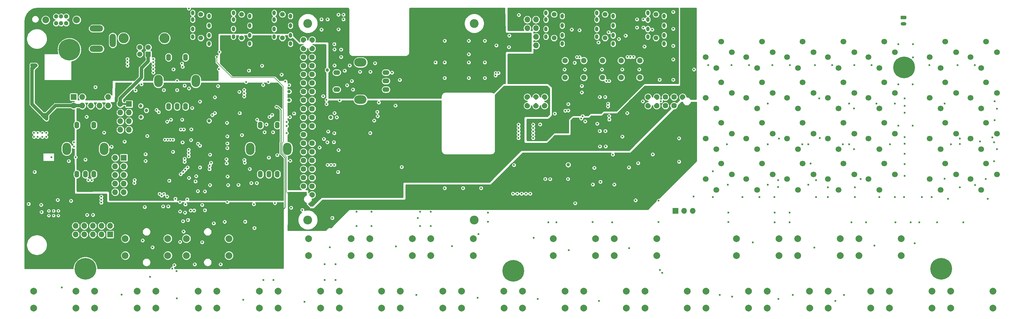
<source format=gbr>
G04 #@! TF.GenerationSoftware,KiCad,Pcbnew,5.1.9*
G04 #@! TF.CreationDate,2021-03-31T15:37:06+02:00*
G04 #@! TF.ProjectId,OTTO-Beta-Main,4f54544f-2d42-4657-9461-2d4d61696e2e,rev?*
G04 #@! TF.SameCoordinates,Original*
G04 #@! TF.FileFunction,Copper,L2,Inr*
G04 #@! TF.FilePolarity,Positive*
%FSLAX46Y46*%
G04 Gerber Fmt 4.6, Leading zero omitted, Abs format (unit mm)*
G04 Created by KiCad (PCBNEW 5.1.9) date 2021-03-31 15:37:06*
%MOMM*%
%LPD*%
G01*
G04 APERTURE LIST*
G04 #@! TA.AperFunction,ComponentPad*
%ADD10C,0.500000*%
G04 #@! TD*
G04 #@! TA.AperFunction,ComponentPad*
%ADD11O,1.700000X1.700000*%
G04 #@! TD*
G04 #@! TA.AperFunction,ComponentPad*
%ADD12R,1.700000X1.700000*%
G04 #@! TD*
G04 #@! TA.AperFunction,ComponentPad*
%ADD13C,0.600000*%
G04 #@! TD*
G04 #@! TA.AperFunction,ComponentPad*
%ADD14C,1.620000*%
G04 #@! TD*
G04 #@! TA.AperFunction,ComponentPad*
%ADD15C,0.150000*%
G04 #@! TD*
G04 #@! TA.AperFunction,WasherPad*
%ADD16C,2.600000*%
G04 #@! TD*
G04 #@! TA.AperFunction,ComponentPad*
%ADD17C,0.800000*%
G04 #@! TD*
G04 #@! TA.AperFunction,ComponentPad*
%ADD18C,6.400000*%
G04 #@! TD*
G04 #@! TA.AperFunction,ComponentPad*
%ADD19O,1.700000X1.000000*%
G04 #@! TD*
G04 #@! TA.AperFunction,ComponentPad*
%ADD20C,1.700000*%
G04 #@! TD*
G04 #@! TA.AperFunction,ComponentPad*
%ADD21C,2.000000*%
G04 #@! TD*
G04 #@! TA.AperFunction,ComponentPad*
%ADD22C,1.300000*%
G04 #@! TD*
G04 #@! TA.AperFunction,ComponentPad*
%ADD23O,1.400000X2.000000*%
G04 #@! TD*
G04 #@! TA.AperFunction,ComponentPad*
%ADD24O,2.500000X3.600000*%
G04 #@! TD*
G04 #@! TA.AperFunction,ComponentPad*
%ADD25O,2.000000X1.400000*%
G04 #@! TD*
G04 #@! TA.AperFunction,ComponentPad*
%ADD26O,3.600000X2.500000*%
G04 #@! TD*
G04 #@! TA.AperFunction,ComponentPad*
%ADD27O,1.000000X1.400000*%
G04 #@! TD*
G04 #@! TA.AperFunction,WasherPad*
%ADD28C,1.400000*%
G04 #@! TD*
G04 #@! TA.AperFunction,ComponentPad*
%ADD29C,1.000000*%
G04 #@! TD*
G04 #@! TA.AperFunction,ComponentPad*
%ADD30C,3.000000*%
G04 #@! TD*
G04 #@! TA.AperFunction,ComponentPad*
%ADD31C,1.500000*%
G04 #@! TD*
G04 #@! TA.AperFunction,ComponentPad*
%ADD32R,1.500000X1.500000*%
G04 #@! TD*
G04 #@! TA.AperFunction,ComponentPad*
%ADD33O,4.000000X1.800000*%
G04 #@! TD*
G04 #@! TA.AperFunction,ComponentPad*
%ADD34O,1.800000X4.000000*%
G04 #@! TD*
G04 #@! TA.AperFunction,ComponentPad*
%ADD35C,1.600000*%
G04 #@! TD*
G04 #@! TA.AperFunction,ViaPad*
%ADD36C,0.600000*%
G04 #@! TD*
G04 #@! TA.AperFunction,Conductor*
%ADD37C,1.000000*%
G04 #@! TD*
G04 #@! TA.AperFunction,Conductor*
%ADD38C,0.600000*%
G04 #@! TD*
G04 #@! TA.AperFunction,Conductor*
%ADD39C,0.203200*%
G04 #@! TD*
G04 #@! TA.AperFunction,Conductor*
%ADD40C,0.254000*%
G04 #@! TD*
G04 #@! TA.AperFunction,Conductor*
%ADD41C,0.150000*%
G04 #@! TD*
G04 APERTURE END LIST*
D10*
X27237600Y-71306000D03*
X27237600Y-69906000D03*
X25837600Y-71306000D03*
X25837600Y-69906000D03*
X24437600Y-71306000D03*
X24437600Y-69906000D03*
D11*
X41915800Y-38856000D03*
X41915800Y-36316000D03*
X39375800Y-38856000D03*
X39375800Y-36316000D03*
X36835800Y-38856000D03*
X36835800Y-36316000D03*
X34295800Y-38856000D03*
X34295800Y-36316000D03*
X31755800Y-38856000D03*
D12*
X31755800Y-36316000D03*
D11*
X45497200Y-48533400D03*
X48037200Y-48533400D03*
X45497200Y-45993400D03*
X48037200Y-45993400D03*
X45497200Y-43453400D03*
X48037200Y-43453400D03*
X45497200Y-40913400D03*
X48037200Y-40913400D03*
X45497200Y-38373400D03*
D12*
X48037200Y-38373400D03*
D11*
X43973200Y-64383000D03*
X46513200Y-64383000D03*
X43973200Y-61843000D03*
X46513200Y-61843000D03*
X43973200Y-59303000D03*
X46513200Y-59303000D03*
X43973200Y-56763000D03*
X46513200Y-56763000D03*
X43973200Y-54223000D03*
D12*
X46513200Y-54223000D03*
D11*
X32314600Y-74339800D03*
X32314600Y-76879800D03*
X34854600Y-74339800D03*
X34854600Y-76879800D03*
X37394600Y-74339800D03*
X37394600Y-76879800D03*
X39934600Y-74339800D03*
X39934600Y-76879800D03*
X42474600Y-74339800D03*
D12*
X42474600Y-76879800D03*
D13*
X23702400Y-48070200D03*
X22502400Y-48070200D03*
X22502400Y-46870200D03*
X23702400Y-46870200D03*
X20102400Y-48070200D03*
X21202400Y-48070200D03*
X21202400Y-46870200D03*
X20102400Y-46870200D03*
D14*
X99430000Y-37250000D03*
X99430000Y-42330000D03*
X99430000Y-29630000D03*
X99430000Y-27090000D03*
X99430000Y-39790000D03*
X99430000Y-34710000D03*
X99430000Y-32170000D03*
X99430000Y-24550000D03*
X99430000Y-62650000D03*
X99430000Y-47410000D03*
X99430000Y-60110000D03*
X99430000Y-44870000D03*
X99430000Y-57570000D03*
X99430000Y-49950000D03*
X99430000Y-55030000D03*
X99430000Y-52490000D03*
X101970000Y-49950000D03*
X101970000Y-44870000D03*
X101970000Y-47410000D03*
X101970000Y-62650000D03*
X101970000Y-52490000D03*
X101970000Y-55030000D03*
X101970000Y-57570000D03*
X101970000Y-60110000D03*
X101970000Y-42330000D03*
X101970000Y-34710000D03*
X101970000Y-37250000D03*
X101970000Y-39790000D03*
X101970000Y-32170000D03*
X101970000Y-27090000D03*
X101970000Y-29630000D03*
X101970000Y-24550000D03*
G04 #@! TA.AperFunction,ComponentPad*
D15*
G36*
X101899528Y-20279997D02*
G01*
X101899476Y-20279999D01*
X101899415Y-20279996D01*
X101897906Y-20279985D01*
X101891399Y-20279576D01*
X101884841Y-20279232D01*
X101884062Y-20279114D01*
X101883280Y-20279065D01*
X101876849Y-20278023D01*
X101870352Y-20277041D01*
X101869586Y-20276847D01*
X101868813Y-20276722D01*
X101862492Y-20275052D01*
X101856145Y-20273446D01*
X101855407Y-20273180D01*
X101854645Y-20272979D01*
X101848534Y-20270706D01*
X101842356Y-20268482D01*
X101841639Y-20268141D01*
X101840909Y-20267870D01*
X101835088Y-20265031D01*
X101829117Y-20262196D01*
X101828438Y-20261788D01*
X101827737Y-20261446D01*
X101822155Y-20258012D01*
X101816556Y-20254647D01*
X101815931Y-20254183D01*
X101815255Y-20253767D01*
X101810024Y-20249796D01*
X101804790Y-20245910D01*
X101804207Y-20245382D01*
X101803582Y-20244907D01*
X101798769Y-20240450D01*
X101793934Y-20236066D01*
X101203934Y-19646066D01*
X101203606Y-19645734D01*
X101203564Y-19645695D01*
X101203520Y-19645646D01*
X101202464Y-19644575D01*
X101198152Y-19639684D01*
X101193758Y-19634804D01*
X101193291Y-19634171D01*
X101192772Y-19633582D01*
X101188936Y-19628263D01*
X101185062Y-19623009D01*
X101184662Y-19622338D01*
X101184199Y-19621696D01*
X101180891Y-19616012D01*
X101177558Y-19610421D01*
X101177224Y-19609712D01*
X101176828Y-19609031D01*
X101174122Y-19603120D01*
X101171318Y-19597161D01*
X101171050Y-19596409D01*
X101170728Y-19595705D01*
X101168618Y-19589578D01*
X101166402Y-19583355D01*
X101166212Y-19582591D01*
X101165956Y-19581849D01*
X101164439Y-19575482D01*
X101162857Y-19569135D01*
X101162742Y-19568358D01*
X101162560Y-19567593D01*
X101161678Y-19561154D01*
X101160716Y-19554637D01*
X101160678Y-19553852D01*
X101160571Y-19553074D01*
X101160320Y-19546549D01*
X101160000Y-19540000D01*
X101160000Y-19470000D01*
X101160015Y-19467906D01*
X101160179Y-19465299D01*
X101160179Y-19462672D01*
X101163329Y-19398267D01*
X101163446Y-19396177D01*
X101164139Y-19390001D01*
X101164759Y-19383682D01*
X101174179Y-19319892D01*
X101174500Y-19317822D01*
X101175795Y-19311728D01*
X101177025Y-19305517D01*
X101192624Y-19242952D01*
X101193146Y-19240924D01*
X101195029Y-19234988D01*
X101196861Y-19228919D01*
X101218492Y-19168175D01*
X101219208Y-19166207D01*
X101221685Y-19160428D01*
X101224076Y-19154627D01*
X101251531Y-19096282D01*
X101252436Y-19094394D01*
X101255451Y-19088910D01*
X101258411Y-19083343D01*
X101291428Y-19027956D01*
X101292513Y-19026165D01*
X101296057Y-19020989D01*
X101299538Y-19015749D01*
X101337803Y-18963848D01*
X101339058Y-18962171D01*
X101343087Y-18957369D01*
X101347064Y-18952493D01*
X101390210Y-18904573D01*
X101391622Y-18903027D01*
X101396120Y-18898621D01*
X101400538Y-18894173D01*
X101448155Y-18850692D01*
X101449711Y-18849291D01*
X101454619Y-18845345D01*
X101459447Y-18841351D01*
X101511080Y-18802725D01*
X101512766Y-18801482D01*
X101518010Y-18798051D01*
X101523229Y-18794530D01*
X101578384Y-18761127D01*
X101580183Y-18760055D01*
X101585720Y-18757160D01*
X101591275Y-18754157D01*
X101649427Y-18726295D01*
X101651322Y-18725404D01*
X101657118Y-18723062D01*
X101662937Y-18720616D01*
X101723530Y-18698562D01*
X101725503Y-18697860D01*
X101731514Y-18696091D01*
X101737529Y-18694229D01*
X101799978Y-18678195D01*
X101799987Y-18678192D01*
X101799998Y-18678190D01*
X101802017Y-18677686D01*
X101808200Y-18676507D01*
X101814343Y-18675246D01*
X101878053Y-18665384D01*
X101878062Y-18665382D01*
X101878072Y-18665381D01*
X101880136Y-18665076D01*
X101886363Y-18664509D01*
X101892636Y-18663850D01*
X101957018Y-18660250D01*
X101959109Y-18660148D01*
X101965391Y-18660192D01*
X101971672Y-18660148D01*
X102036099Y-18662848D01*
X102038190Y-18662950D01*
X102044444Y-18663607D01*
X102050693Y-18664176D01*
X102114544Y-18673149D01*
X102114550Y-18673150D01*
X102114557Y-18673151D01*
X102116619Y-18673456D01*
X102122727Y-18674710D01*
X102128945Y-18675896D01*
X102191618Y-18691059D01*
X102193650Y-18691566D01*
X102199648Y-18693423D01*
X102205675Y-18695197D01*
X102266570Y-18716403D01*
X102268543Y-18717105D01*
X102274338Y-18719541D01*
X102280158Y-18721892D01*
X102338693Y-18748939D01*
X102340587Y-18749831D01*
X102346126Y-18752825D01*
X102351680Y-18755729D01*
X102407297Y-18788359D01*
X102409095Y-18789431D01*
X102414310Y-18792948D01*
X102419559Y-18796383D01*
X102471726Y-18834284D01*
X102471728Y-18834285D01*
X102471735Y-18834291D01*
X102473411Y-18835527D01*
X102478229Y-18839512D01*
X102483148Y-18843468D01*
X102531367Y-18886278D01*
X102532923Y-18887680D01*
X102537319Y-18892107D01*
X102541838Y-18896532D01*
X102585649Y-18943844D01*
X102587061Y-18945391D01*
X102590998Y-18950218D01*
X102595069Y-18955070D01*
X102634054Y-19006432D01*
X102635308Y-19008109D01*
X102638786Y-19013342D01*
X102642334Y-19018525D01*
X102676122Y-19073446D01*
X102677206Y-19075238D01*
X102680134Y-19080744D01*
X102683181Y-19086287D01*
X102711448Y-19144241D01*
X102712352Y-19146130D01*
X102714739Y-19151922D01*
X102717221Y-19157712D01*
X102739698Y-19218150D01*
X102740414Y-19220117D01*
X102742225Y-19226115D01*
X102744130Y-19232120D01*
X102760601Y-19294462D01*
X102761121Y-19296491D01*
X102762339Y-19302639D01*
X102763647Y-19308794D01*
X102773957Y-19372448D01*
X102774277Y-19374517D01*
X102774890Y-19380761D01*
X102775591Y-19387012D01*
X102779640Y-19451366D01*
X102779757Y-19453457D01*
X102779757Y-19459765D01*
X102779845Y-19466021D01*
X102777594Y-19530463D01*
X102777505Y-19532555D01*
X102776895Y-19538780D01*
X102776367Y-19545065D01*
X102767839Y-19608981D01*
X102767548Y-19611054D01*
X102766330Y-19617204D01*
X102765194Y-19623395D01*
X102750470Y-19686173D01*
X102749977Y-19688208D01*
X102748170Y-19694195D01*
X102746430Y-19700263D01*
X102725649Y-19761303D01*
X102724960Y-19763281D01*
X102722570Y-19769079D01*
X102720255Y-19774926D01*
X102693618Y-19833649D01*
X102692740Y-19835550D01*
X102689791Y-19841096D01*
X102686918Y-19846686D01*
X102654677Y-19902528D01*
X102653617Y-19904334D01*
X102650159Y-19909539D01*
X102646740Y-19914844D01*
X102609204Y-19967275D01*
X102607973Y-19968969D01*
X102604020Y-19973816D01*
X102600100Y-19978762D01*
X102557626Y-20027279D01*
X102556235Y-20028845D01*
X102551792Y-20033319D01*
X102547445Y-20037821D01*
X102500451Y-20081951D01*
X102500441Y-20081961D01*
X102500429Y-20081972D01*
X102498904Y-20083383D01*
X102494111Y-20087348D01*
X102489281Y-20091459D01*
X102438193Y-20130801D01*
X102436525Y-20132067D01*
X102431351Y-20135557D01*
X102426160Y-20139165D01*
X102371476Y-20173336D01*
X102369692Y-20174433D01*
X102364186Y-20177410D01*
X102358681Y-20180487D01*
X102300933Y-20209152D01*
X102300925Y-20209156D01*
X102300915Y-20209160D01*
X102299042Y-20210074D01*
X102293276Y-20212498D01*
X102287496Y-20215023D01*
X102227217Y-20237921D01*
X102225254Y-20238650D01*
X102219283Y-20240499D01*
X102213281Y-20242449D01*
X102151055Y-20259356D01*
X102151052Y-20259357D01*
X102151047Y-20259358D01*
X102149030Y-20259891D01*
X102142901Y-20261149D01*
X102136739Y-20262504D01*
X102073161Y-20273257D01*
X102071094Y-20273591D01*
X102064866Y-20274246D01*
X102058610Y-20274992D01*
X101994285Y-20279490D01*
X101992195Y-20279621D01*
X101988798Y-20279645D01*
X101985395Y-20279847D01*
X101971573Y-20279992D01*
X101970060Y-20279997D01*
X101970000Y-20280000D01*
X101900000Y-20280000D01*
X101899528Y-20279997D01*
G37*
G04 #@! TD.AperFunction*
G04 #@! TA.AperFunction,ComponentPad*
G36*
X99427906Y-20279985D02*
G01*
X99425299Y-20279821D01*
X99422672Y-20279821D01*
X99358267Y-20276671D01*
X99358265Y-20276671D01*
X99356177Y-20276554D01*
X99349966Y-20275857D01*
X99343682Y-20275241D01*
X99279892Y-20265821D01*
X99277822Y-20265500D01*
X99271720Y-20264203D01*
X99265518Y-20262975D01*
X99202952Y-20247376D01*
X99200924Y-20246855D01*
X99194930Y-20244954D01*
X99188920Y-20243139D01*
X99128175Y-20221508D01*
X99126208Y-20220792D01*
X99120428Y-20218315D01*
X99114627Y-20215924D01*
X99056282Y-20188469D01*
X99054394Y-20187564D01*
X99048910Y-20184549D01*
X99043343Y-20181589D01*
X98987956Y-20148572D01*
X98986165Y-20147487D01*
X98980989Y-20143943D01*
X98975749Y-20140462D01*
X98923848Y-20102197D01*
X98922171Y-20100942D01*
X98917369Y-20096913D01*
X98912493Y-20092936D01*
X98864573Y-20049790D01*
X98863027Y-20048378D01*
X98858642Y-20043900D01*
X98854172Y-20039462D01*
X98810692Y-19991845D01*
X98809291Y-19990288D01*
X98805358Y-19985397D01*
X98801351Y-19980553D01*
X98762725Y-19928920D01*
X98761483Y-19927234D01*
X98758070Y-19922019D01*
X98754530Y-19916771D01*
X98721127Y-19861616D01*
X98720056Y-19859817D01*
X98717165Y-19854288D01*
X98714157Y-19848725D01*
X98686295Y-19790573D01*
X98685404Y-19788679D01*
X98683052Y-19782857D01*
X98680616Y-19777063D01*
X98658562Y-19716470D01*
X98657860Y-19714497D01*
X98656091Y-19708486D01*
X98654229Y-19702471D01*
X98638192Y-19640014D01*
X98637686Y-19637982D01*
X98636508Y-19631808D01*
X98635246Y-19625657D01*
X98625381Y-19561935D01*
X98625076Y-19559864D01*
X98624509Y-19553632D01*
X98623850Y-19547363D01*
X98620250Y-19482982D01*
X98620148Y-19480890D01*
X98620192Y-19474609D01*
X98620148Y-19468328D01*
X98622848Y-19403901D01*
X98622950Y-19401810D01*
X98623607Y-19395556D01*
X98624176Y-19389307D01*
X98633150Y-19325452D01*
X98633456Y-19323381D01*
X98634705Y-19317297D01*
X98635896Y-19311055D01*
X98651059Y-19248382D01*
X98651566Y-19246350D01*
X98653423Y-19240352D01*
X98655197Y-19234325D01*
X98676403Y-19173430D01*
X98677105Y-19171457D01*
X98679541Y-19165662D01*
X98681892Y-19159842D01*
X98708939Y-19101307D01*
X98709831Y-19099413D01*
X98712825Y-19093874D01*
X98715729Y-19088320D01*
X98748359Y-19032703D01*
X98749431Y-19030905D01*
X98752948Y-19025690D01*
X98756383Y-19020441D01*
X98794284Y-18968274D01*
X98795527Y-18966589D01*
X98799512Y-18961771D01*
X98803468Y-18956852D01*
X98846278Y-18908633D01*
X98847680Y-18907077D01*
X98852107Y-18902681D01*
X98856532Y-18898162D01*
X98903844Y-18854351D01*
X98905391Y-18852939D01*
X98910218Y-18849002D01*
X98915070Y-18844931D01*
X98966432Y-18805946D01*
X98968109Y-18804692D01*
X98973342Y-18801214D01*
X98978525Y-18797666D01*
X99033446Y-18763878D01*
X99035238Y-18762794D01*
X99040744Y-18759866D01*
X99046287Y-18756819D01*
X99104241Y-18728552D01*
X99106130Y-18727648D01*
X99111922Y-18725261D01*
X99117712Y-18722779D01*
X99178147Y-18700303D01*
X99178152Y-18700301D01*
X99178158Y-18700299D01*
X99180117Y-18699586D01*
X99186107Y-18697777D01*
X99192120Y-18695870D01*
X99254462Y-18679399D01*
X99256491Y-18678879D01*
X99262639Y-18677661D01*
X99268794Y-18676353D01*
X99332448Y-18666043D01*
X99334517Y-18665723D01*
X99340761Y-18665110D01*
X99347012Y-18664409D01*
X99411366Y-18660360D01*
X99413457Y-18660243D01*
X99419732Y-18660243D01*
X99426022Y-18660155D01*
X99490463Y-18662406D01*
X99492556Y-18662495D01*
X99498787Y-18663106D01*
X99505065Y-18663633D01*
X99568981Y-18672161D01*
X99571055Y-18672452D01*
X99577225Y-18673674D01*
X99583394Y-18674806D01*
X99646173Y-18689530D01*
X99648208Y-18690023D01*
X99654186Y-18691828D01*
X99660263Y-18693570D01*
X99721304Y-18714351D01*
X99723281Y-18715040D01*
X99729079Y-18717430D01*
X99734926Y-18719745D01*
X99793649Y-18746382D01*
X99793652Y-18746383D01*
X99793659Y-18746387D01*
X99795550Y-18747260D01*
X99801096Y-18750209D01*
X99806686Y-18753082D01*
X99862528Y-18785323D01*
X99864334Y-18786383D01*
X99869539Y-18789841D01*
X99874844Y-18793260D01*
X99927275Y-18830796D01*
X99928969Y-18832027D01*
X99933816Y-18835980D01*
X99938762Y-18839900D01*
X99987279Y-18882374D01*
X99988845Y-18883765D01*
X99993334Y-18888222D01*
X99997821Y-18892555D01*
X100041961Y-18939560D01*
X100043384Y-18941096D01*
X100047398Y-18945949D01*
X100051459Y-18950720D01*
X100090802Y-19001807D01*
X100092067Y-19003476D01*
X100095552Y-19008643D01*
X100099164Y-19013840D01*
X100133336Y-19068524D01*
X100134432Y-19070308D01*
X100137402Y-19075800D01*
X100140487Y-19081320D01*
X100169157Y-19139076D01*
X100170074Y-19140959D01*
X100172480Y-19146683D01*
X100175023Y-19152503D01*
X100197921Y-19212783D01*
X100198650Y-19214745D01*
X100200502Y-19220729D01*
X100202449Y-19226719D01*
X100219356Y-19288945D01*
X100219891Y-19290970D01*
X100221149Y-19297099D01*
X100222504Y-19303261D01*
X100233257Y-19366839D01*
X100233591Y-19368906D01*
X100234246Y-19375134D01*
X100234992Y-19381390D01*
X100239490Y-19445715D01*
X100239621Y-19447805D01*
X100239645Y-19451202D01*
X100239847Y-19454604D01*
X100239992Y-19468427D01*
X100239997Y-19469940D01*
X100240000Y-19470000D01*
X100240000Y-19540000D01*
X100239997Y-19540472D01*
X100239999Y-19540524D01*
X100239996Y-19540585D01*
X100239985Y-19542094D01*
X100239576Y-19548601D01*
X100239232Y-19555159D01*
X100239114Y-19555938D01*
X100239065Y-19556720D01*
X100238023Y-19563151D01*
X100237041Y-19569648D01*
X100236847Y-19570414D01*
X100236722Y-19571187D01*
X100235052Y-19577508D01*
X100233446Y-19583855D01*
X100233180Y-19584593D01*
X100232979Y-19585355D01*
X100230706Y-19591466D01*
X100228482Y-19597644D01*
X100228141Y-19598361D01*
X100227870Y-19599091D01*
X100225031Y-19604912D01*
X100222196Y-19610883D01*
X100221788Y-19611562D01*
X100221446Y-19612263D01*
X100218012Y-19617845D01*
X100214647Y-19623444D01*
X100214183Y-19624069D01*
X100213767Y-19624745D01*
X100209796Y-19629976D01*
X100205910Y-19635210D01*
X100205382Y-19635793D01*
X100204907Y-19636418D01*
X100200450Y-19641231D01*
X100196066Y-19646066D01*
X99606066Y-20236066D01*
X99605734Y-20236394D01*
X99605695Y-20236436D01*
X99605646Y-20236480D01*
X99604575Y-20237536D01*
X99599684Y-20241848D01*
X99594804Y-20246242D01*
X99594171Y-20246709D01*
X99593582Y-20247228D01*
X99588263Y-20251064D01*
X99583009Y-20254938D01*
X99582338Y-20255338D01*
X99581696Y-20255801D01*
X99576012Y-20259109D01*
X99570421Y-20262442D01*
X99569712Y-20262776D01*
X99569031Y-20263172D01*
X99563120Y-20265878D01*
X99557161Y-20268682D01*
X99556409Y-20268950D01*
X99555705Y-20269272D01*
X99549578Y-20271382D01*
X99543355Y-20273598D01*
X99542591Y-20273788D01*
X99541849Y-20274044D01*
X99535482Y-20275561D01*
X99529135Y-20277143D01*
X99528358Y-20277258D01*
X99527593Y-20277440D01*
X99521107Y-20278328D01*
X99514637Y-20279284D01*
X99513852Y-20279322D01*
X99513074Y-20279429D01*
X99506528Y-20279681D01*
X99500000Y-20280000D01*
X99430000Y-20280000D01*
X99427906Y-20279985D01*
G37*
G04 #@! TD.AperFunction*
G04 #@! TA.AperFunction,ComponentPad*
G36*
X101909537Y-22817594D02*
G01*
X101907445Y-22817505D01*
X101901220Y-22816895D01*
X101894935Y-22816367D01*
X101831019Y-22807839D01*
X101828946Y-22807548D01*
X101822796Y-22806330D01*
X101816605Y-22805194D01*
X101753827Y-22790470D01*
X101751792Y-22789977D01*
X101745805Y-22788170D01*
X101739737Y-22786430D01*
X101678697Y-22765649D01*
X101676719Y-22764960D01*
X101670921Y-22762570D01*
X101665074Y-22760255D01*
X101606354Y-22733619D01*
X101606348Y-22733617D01*
X101606341Y-22733613D01*
X101604450Y-22732740D01*
X101598904Y-22729791D01*
X101593314Y-22726918D01*
X101537472Y-22694677D01*
X101535666Y-22693617D01*
X101530461Y-22690159D01*
X101525156Y-22686740D01*
X101472725Y-22649204D01*
X101471031Y-22647973D01*
X101466184Y-22644020D01*
X101461238Y-22640100D01*
X101412721Y-22597626D01*
X101411155Y-22596235D01*
X101406681Y-22591792D01*
X101402179Y-22587445D01*
X101358049Y-22540451D01*
X101358039Y-22540441D01*
X101358028Y-22540429D01*
X101356617Y-22538904D01*
X101352652Y-22534111D01*
X101348541Y-22529281D01*
X101309199Y-22478193D01*
X101307933Y-22476525D01*
X101304443Y-22471351D01*
X101300835Y-22466160D01*
X101266664Y-22411476D01*
X101265567Y-22409692D01*
X101262590Y-22404186D01*
X101259513Y-22398681D01*
X101230844Y-22340924D01*
X101229926Y-22339042D01*
X101227502Y-22333276D01*
X101224977Y-22327496D01*
X101202079Y-22267217D01*
X101201350Y-22265254D01*
X101199501Y-22259283D01*
X101197551Y-22253281D01*
X101180644Y-22191055D01*
X101180109Y-22189030D01*
X101178851Y-22182901D01*
X101177496Y-22176739D01*
X101166743Y-22113161D01*
X101166409Y-22111094D01*
X101165754Y-22104866D01*
X101165008Y-22098610D01*
X101160510Y-22034285D01*
X101160379Y-22032195D01*
X101160355Y-22028798D01*
X101160153Y-22025395D01*
X101160008Y-22011573D01*
X101160003Y-22010060D01*
X101160000Y-22010000D01*
X101160000Y-21940000D01*
X101160003Y-21939528D01*
X101160001Y-21939476D01*
X101160004Y-21939415D01*
X101160015Y-21937906D01*
X101160424Y-21931399D01*
X101160768Y-21924841D01*
X101160886Y-21924062D01*
X101160935Y-21923280D01*
X101161977Y-21916849D01*
X101162959Y-21910352D01*
X101163153Y-21909586D01*
X101163278Y-21908813D01*
X101164948Y-21902492D01*
X101166554Y-21896145D01*
X101166820Y-21895407D01*
X101167021Y-21894645D01*
X101169294Y-21888534D01*
X101171518Y-21882356D01*
X101171859Y-21881639D01*
X101172130Y-21880909D01*
X101174944Y-21875140D01*
X101177804Y-21869117D01*
X101178212Y-21868438D01*
X101178554Y-21867737D01*
X101181988Y-21862155D01*
X101185353Y-21856556D01*
X101185817Y-21855931D01*
X101186233Y-21855255D01*
X101190204Y-21850024D01*
X101194090Y-21844790D01*
X101194618Y-21844207D01*
X101195093Y-21843582D01*
X101199550Y-21838769D01*
X101203934Y-21833934D01*
X101793934Y-21243934D01*
X101794266Y-21243606D01*
X101794305Y-21243564D01*
X101794354Y-21243520D01*
X101795425Y-21242464D01*
X101800316Y-21238152D01*
X101805196Y-21233758D01*
X101805829Y-21233291D01*
X101806418Y-21232772D01*
X101811737Y-21228936D01*
X101816991Y-21225062D01*
X101817662Y-21224662D01*
X101818304Y-21224199D01*
X101823988Y-21220891D01*
X101829579Y-21217558D01*
X101830288Y-21217224D01*
X101830969Y-21216828D01*
X101836880Y-21214122D01*
X101842839Y-21211318D01*
X101843591Y-21211050D01*
X101844295Y-21210728D01*
X101850422Y-21208618D01*
X101856645Y-21206402D01*
X101857409Y-21206212D01*
X101858151Y-21205956D01*
X101864518Y-21204439D01*
X101870865Y-21202857D01*
X101871642Y-21202742D01*
X101872407Y-21202560D01*
X101878893Y-21201672D01*
X101885363Y-21200716D01*
X101886148Y-21200678D01*
X101886926Y-21200571D01*
X101893472Y-21200319D01*
X101900000Y-21200000D01*
X101970000Y-21200000D01*
X101972094Y-21200015D01*
X101974701Y-21200179D01*
X101977328Y-21200179D01*
X102041733Y-21203329D01*
X102043823Y-21203446D01*
X102050037Y-21204143D01*
X102056318Y-21204759D01*
X102120108Y-21214179D01*
X102122178Y-21214500D01*
X102128272Y-21215795D01*
X102134483Y-21217025D01*
X102197048Y-21232624D01*
X102199076Y-21233146D01*
X102205012Y-21235029D01*
X102211081Y-21236861D01*
X102271825Y-21258492D01*
X102273793Y-21259208D01*
X102279572Y-21261685D01*
X102285373Y-21264076D01*
X102343718Y-21291531D01*
X102345606Y-21292436D01*
X102351090Y-21295451D01*
X102356657Y-21298411D01*
X102412044Y-21331428D01*
X102413835Y-21332513D01*
X102419011Y-21336057D01*
X102424251Y-21339538D01*
X102476152Y-21377803D01*
X102477829Y-21379058D01*
X102482631Y-21383087D01*
X102487507Y-21387064D01*
X102535427Y-21430210D01*
X102536973Y-21431622D01*
X102541379Y-21436120D01*
X102545827Y-21440538D01*
X102589308Y-21488155D01*
X102590709Y-21489711D01*
X102594655Y-21494619D01*
X102598649Y-21499447D01*
X102637275Y-21551080D01*
X102638518Y-21552766D01*
X102641949Y-21558010D01*
X102645470Y-21563229D01*
X102678873Y-21618384D01*
X102679945Y-21620183D01*
X102682840Y-21625720D01*
X102685843Y-21631275D01*
X102713705Y-21689427D01*
X102714596Y-21691322D01*
X102716938Y-21697118D01*
X102719384Y-21702937D01*
X102741438Y-21763530D01*
X102742140Y-21765503D01*
X102743909Y-21771514D01*
X102745771Y-21777529D01*
X102761807Y-21839985D01*
X102761808Y-21839987D01*
X102761810Y-21839998D01*
X102762314Y-21842017D01*
X102763493Y-21848200D01*
X102764754Y-21854343D01*
X102774618Y-21918065D01*
X102774924Y-21920136D01*
X102775491Y-21926363D01*
X102776150Y-21932636D01*
X102779750Y-21997018D01*
X102779852Y-21999109D01*
X102779808Y-22005391D01*
X102779852Y-22011673D01*
X102777152Y-22076099D01*
X102777050Y-22078191D01*
X102776393Y-22084442D01*
X102775824Y-22090694D01*
X102766850Y-22154548D01*
X102766544Y-22156620D01*
X102765289Y-22162735D01*
X102764104Y-22168945D01*
X102748941Y-22231618D01*
X102748434Y-22233650D01*
X102746577Y-22239648D01*
X102744803Y-22245675D01*
X102723597Y-22306570D01*
X102722894Y-22308543D01*
X102720473Y-22314303D01*
X102718108Y-22320158D01*
X102691068Y-22378676D01*
X102691061Y-22378693D01*
X102691051Y-22378712D01*
X102690169Y-22380588D01*
X102687191Y-22386095D01*
X102684271Y-22391680D01*
X102651642Y-22447296D01*
X102650569Y-22449095D01*
X102647061Y-22454296D01*
X102643617Y-22459559D01*
X102605716Y-22511726D01*
X102604473Y-22513412D01*
X102600467Y-22518255D01*
X102596533Y-22523148D01*
X102553722Y-22571367D01*
X102552320Y-22572923D01*
X102547893Y-22577319D01*
X102543468Y-22581838D01*
X102496156Y-22625649D01*
X102494609Y-22627061D01*
X102489743Y-22631030D01*
X102484930Y-22635068D01*
X102433568Y-22674054D01*
X102431891Y-22675308D01*
X102426692Y-22678762D01*
X102421475Y-22682335D01*
X102366553Y-22716122D01*
X102364762Y-22717206D01*
X102359274Y-22720124D01*
X102353714Y-22723181D01*
X102295759Y-22751448D01*
X102293870Y-22752352D01*
X102288078Y-22754739D01*
X102282288Y-22757221D01*
X102221851Y-22779698D01*
X102219883Y-22780414D01*
X102213893Y-22782223D01*
X102207880Y-22784130D01*
X102145538Y-22800601D01*
X102143510Y-22801121D01*
X102137338Y-22802343D01*
X102131205Y-22803647D01*
X102067552Y-22813957D01*
X102065482Y-22814277D01*
X102059246Y-22814889D01*
X102052988Y-22815591D01*
X101988634Y-22819640D01*
X101986543Y-22819756D01*
X101980310Y-22819756D01*
X101973979Y-22819845D01*
X101909537Y-22817594D01*
G37*
G04 #@! TD.AperFunction*
G04 #@! TA.AperFunction,ComponentPad*
G36*
X99363901Y-22817152D02*
G01*
X99363899Y-22817152D01*
X99361809Y-22817050D01*
X99355558Y-22816393D01*
X99349306Y-22815824D01*
X99285456Y-22806851D01*
X99285450Y-22806850D01*
X99285443Y-22806849D01*
X99283380Y-22806544D01*
X99277265Y-22805289D01*
X99271055Y-22804104D01*
X99208382Y-22788941D01*
X99206350Y-22788434D01*
X99200352Y-22786577D01*
X99194325Y-22784803D01*
X99133430Y-22763597D01*
X99131457Y-22762894D01*
X99125697Y-22760473D01*
X99119842Y-22758108D01*
X99061324Y-22731068D01*
X99061307Y-22731061D01*
X99061288Y-22731051D01*
X99059412Y-22730169D01*
X99053905Y-22727191D01*
X99048320Y-22724271D01*
X98992704Y-22691642D01*
X98990905Y-22690569D01*
X98985704Y-22687061D01*
X98980441Y-22683617D01*
X98928274Y-22645716D01*
X98926588Y-22644473D01*
X98921745Y-22640467D01*
X98916852Y-22636533D01*
X98868633Y-22593722D01*
X98867077Y-22592320D01*
X98862681Y-22587893D01*
X98858162Y-22583468D01*
X98814351Y-22536156D01*
X98812939Y-22534609D01*
X98808970Y-22529743D01*
X98804932Y-22524930D01*
X98765946Y-22473568D01*
X98764692Y-22471891D01*
X98761238Y-22466692D01*
X98757665Y-22461475D01*
X98723878Y-22406553D01*
X98722794Y-22404762D01*
X98719876Y-22399274D01*
X98716819Y-22393714D01*
X98688552Y-22335759D01*
X98687648Y-22333870D01*
X98685261Y-22328078D01*
X98682779Y-22322288D01*
X98660302Y-22261851D01*
X98659586Y-22259883D01*
X98657777Y-22253893D01*
X98655870Y-22247880D01*
X98639399Y-22185538D01*
X98638879Y-22183510D01*
X98637657Y-22177338D01*
X98636353Y-22171205D01*
X98626043Y-22107552D01*
X98625723Y-22105482D01*
X98625111Y-22099246D01*
X98624409Y-22092988D01*
X98620360Y-22028634D01*
X98620244Y-22026543D01*
X98620244Y-22020309D01*
X98620155Y-22013978D01*
X98622406Y-21949537D01*
X98622495Y-21947444D01*
X98623106Y-21941213D01*
X98623633Y-21934935D01*
X98632161Y-21871019D01*
X98632452Y-21868945D01*
X98633674Y-21862775D01*
X98634806Y-21856606D01*
X98649530Y-21793827D01*
X98650023Y-21791792D01*
X98651828Y-21785814D01*
X98653570Y-21779737D01*
X98674351Y-21718696D01*
X98675040Y-21716719D01*
X98677430Y-21710921D01*
X98679745Y-21705074D01*
X98706382Y-21646351D01*
X98707260Y-21644450D01*
X98710209Y-21638904D01*
X98713082Y-21633314D01*
X98745323Y-21577472D01*
X98746383Y-21575666D01*
X98749841Y-21570461D01*
X98753260Y-21565156D01*
X98790796Y-21512725D01*
X98792027Y-21511031D01*
X98795980Y-21506184D01*
X98799900Y-21501238D01*
X98842374Y-21452721D01*
X98843765Y-21451155D01*
X98848208Y-21446681D01*
X98852555Y-21442179D01*
X98899560Y-21398039D01*
X98901096Y-21396616D01*
X98905949Y-21392602D01*
X98910720Y-21388541D01*
X98961807Y-21349198D01*
X98963476Y-21347933D01*
X98968643Y-21344448D01*
X98973840Y-21340836D01*
X99028524Y-21306664D01*
X99030308Y-21305568D01*
X99035800Y-21302598D01*
X99041320Y-21299513D01*
X99099076Y-21270843D01*
X99100959Y-21269926D01*
X99106683Y-21267520D01*
X99112503Y-21264977D01*
X99172783Y-21242079D01*
X99174745Y-21241350D01*
X99180729Y-21239498D01*
X99186719Y-21237551D01*
X99248945Y-21220644D01*
X99248948Y-21220643D01*
X99248953Y-21220642D01*
X99250970Y-21220109D01*
X99257099Y-21218851D01*
X99263261Y-21217496D01*
X99326839Y-21206743D01*
X99328906Y-21206409D01*
X99335134Y-21205754D01*
X99341390Y-21205008D01*
X99405715Y-21200510D01*
X99407805Y-21200379D01*
X99411202Y-21200355D01*
X99414604Y-21200153D01*
X99428427Y-21200008D01*
X99429940Y-21200003D01*
X99430000Y-21200000D01*
X99500000Y-21200000D01*
X99500472Y-21200003D01*
X99500524Y-21200001D01*
X99500585Y-21200004D01*
X99502094Y-21200015D01*
X99508601Y-21200424D01*
X99515159Y-21200768D01*
X99515938Y-21200886D01*
X99516720Y-21200935D01*
X99523151Y-21201977D01*
X99529648Y-21202959D01*
X99530414Y-21203153D01*
X99531187Y-21203278D01*
X99537508Y-21204948D01*
X99543855Y-21206554D01*
X99544593Y-21206820D01*
X99545355Y-21207021D01*
X99551466Y-21209294D01*
X99557644Y-21211518D01*
X99558361Y-21211859D01*
X99559091Y-21212130D01*
X99564912Y-21214969D01*
X99570883Y-21217804D01*
X99571562Y-21218212D01*
X99572263Y-21218554D01*
X99577845Y-21221988D01*
X99583444Y-21225353D01*
X99584069Y-21225817D01*
X99584745Y-21226233D01*
X99589976Y-21230204D01*
X99595210Y-21234090D01*
X99595793Y-21234618D01*
X99596418Y-21235093D01*
X99601231Y-21239550D01*
X99606066Y-21243934D01*
X100196066Y-21833934D01*
X100196394Y-21834266D01*
X100196436Y-21834305D01*
X100196480Y-21834354D01*
X100197536Y-21835425D01*
X100201848Y-21840316D01*
X100206242Y-21845196D01*
X100206709Y-21845829D01*
X100207228Y-21846418D01*
X100211064Y-21851737D01*
X100214938Y-21856991D01*
X100215338Y-21857662D01*
X100215801Y-21858304D01*
X100219109Y-21863988D01*
X100222442Y-21869579D01*
X100222776Y-21870288D01*
X100223172Y-21870969D01*
X100225878Y-21876880D01*
X100228682Y-21882839D01*
X100228950Y-21883591D01*
X100229272Y-21884295D01*
X100231382Y-21890422D01*
X100233598Y-21896645D01*
X100233788Y-21897409D01*
X100234044Y-21898151D01*
X100235561Y-21904518D01*
X100237143Y-21910865D01*
X100237258Y-21911642D01*
X100237440Y-21912407D01*
X100238328Y-21918893D01*
X100239284Y-21925363D01*
X100239322Y-21926148D01*
X100239429Y-21926926D01*
X100239681Y-21933472D01*
X100240000Y-21940000D01*
X100240000Y-22010000D01*
X100239985Y-22012094D01*
X100239821Y-22014701D01*
X100239821Y-22017328D01*
X100236671Y-22081733D01*
X100236554Y-22083823D01*
X100235856Y-22090048D01*
X100235241Y-22096318D01*
X100225821Y-22160108D01*
X100225500Y-22162178D01*
X100224203Y-22168280D01*
X100222975Y-22174482D01*
X100207376Y-22237048D01*
X100206855Y-22239076D01*
X100204954Y-22245070D01*
X100203139Y-22251080D01*
X100181508Y-22311825D01*
X100180792Y-22313792D01*
X100178315Y-22319572D01*
X100175924Y-22325373D01*
X100148469Y-22383718D01*
X100147564Y-22385606D01*
X100144549Y-22391090D01*
X100141589Y-22396657D01*
X100108572Y-22452044D01*
X100107487Y-22453835D01*
X100103943Y-22459011D01*
X100100462Y-22464251D01*
X100062197Y-22516152D01*
X100060942Y-22517829D01*
X100056913Y-22522631D01*
X100052936Y-22527507D01*
X100009790Y-22575427D01*
X100008378Y-22576973D01*
X100003900Y-22581358D01*
X99999462Y-22585828D01*
X99951845Y-22629308D01*
X99950288Y-22630709D01*
X99945397Y-22634642D01*
X99940553Y-22638649D01*
X99888920Y-22677275D01*
X99887234Y-22678517D01*
X99882019Y-22681930D01*
X99876771Y-22685470D01*
X99821616Y-22718873D01*
X99819817Y-22719944D01*
X99814288Y-22722835D01*
X99808725Y-22725843D01*
X99750573Y-22753705D01*
X99748679Y-22754596D01*
X99742857Y-22756948D01*
X99737063Y-22759384D01*
X99676470Y-22781438D01*
X99674497Y-22782140D01*
X99668486Y-22783909D01*
X99662471Y-22785771D01*
X99600014Y-22801808D01*
X99597982Y-22802314D01*
X99591808Y-22803492D01*
X99585657Y-22804754D01*
X99521935Y-22814619D01*
X99519864Y-22814924D01*
X99513632Y-22815491D01*
X99507363Y-22816150D01*
X99442982Y-22819750D01*
X99440890Y-22819852D01*
X99434609Y-22819808D01*
X99428327Y-22819852D01*
X99363901Y-22817152D01*
G37*
G04 #@! TD.AperFunction*
G04 #@! TA.AperFunction,ComponentPad*
G36*
X101899528Y-65999997D02*
G01*
X101899476Y-65999999D01*
X101899415Y-65999996D01*
X101897906Y-65999985D01*
X101891399Y-65999576D01*
X101884841Y-65999232D01*
X101884062Y-65999114D01*
X101883280Y-65999065D01*
X101876849Y-65998023D01*
X101870352Y-65997041D01*
X101869586Y-65996847D01*
X101868813Y-65996722D01*
X101862492Y-65995052D01*
X101856145Y-65993446D01*
X101855407Y-65993180D01*
X101854645Y-65992979D01*
X101848534Y-65990706D01*
X101842356Y-65988482D01*
X101841639Y-65988141D01*
X101840909Y-65987870D01*
X101835088Y-65985031D01*
X101829117Y-65982196D01*
X101828438Y-65981788D01*
X101827737Y-65981446D01*
X101822155Y-65978012D01*
X101816556Y-65974647D01*
X101815931Y-65974183D01*
X101815255Y-65973767D01*
X101810024Y-65969796D01*
X101804790Y-65965910D01*
X101804207Y-65965382D01*
X101803582Y-65964907D01*
X101798769Y-65960450D01*
X101793934Y-65956066D01*
X101203934Y-65366066D01*
X101203606Y-65365734D01*
X101203564Y-65365695D01*
X101203520Y-65365646D01*
X101202464Y-65364575D01*
X101198152Y-65359684D01*
X101193758Y-65354804D01*
X101193291Y-65354171D01*
X101192772Y-65353582D01*
X101188936Y-65348263D01*
X101185062Y-65343009D01*
X101184662Y-65342338D01*
X101184199Y-65341696D01*
X101180891Y-65336012D01*
X101177558Y-65330421D01*
X101177224Y-65329712D01*
X101176828Y-65329031D01*
X101174122Y-65323120D01*
X101171318Y-65317161D01*
X101171050Y-65316409D01*
X101170728Y-65315705D01*
X101168618Y-65309578D01*
X101166402Y-65303355D01*
X101166212Y-65302591D01*
X101165956Y-65301849D01*
X101164439Y-65295482D01*
X101162857Y-65289135D01*
X101162742Y-65288358D01*
X101162560Y-65287593D01*
X101161678Y-65281154D01*
X101160716Y-65274637D01*
X101160678Y-65273852D01*
X101160571Y-65273074D01*
X101160320Y-65266549D01*
X101160000Y-65260000D01*
X101160000Y-65190000D01*
X101160015Y-65187906D01*
X101160179Y-65185299D01*
X101160179Y-65182672D01*
X101163329Y-65118267D01*
X101163446Y-65116177D01*
X101164139Y-65110001D01*
X101164759Y-65103682D01*
X101174179Y-65039892D01*
X101174500Y-65037822D01*
X101175795Y-65031728D01*
X101177025Y-65025517D01*
X101192624Y-64962952D01*
X101193146Y-64960924D01*
X101195029Y-64954988D01*
X101196861Y-64948919D01*
X101218492Y-64888175D01*
X101219208Y-64886207D01*
X101221685Y-64880428D01*
X101224076Y-64874627D01*
X101251531Y-64816282D01*
X101252436Y-64814394D01*
X101255451Y-64808910D01*
X101258411Y-64803343D01*
X101291428Y-64747956D01*
X101292513Y-64746165D01*
X101296057Y-64740989D01*
X101299538Y-64735749D01*
X101337803Y-64683848D01*
X101339058Y-64682171D01*
X101343087Y-64677369D01*
X101347064Y-64672493D01*
X101390210Y-64624573D01*
X101391622Y-64623027D01*
X101396120Y-64618621D01*
X101400538Y-64614173D01*
X101448155Y-64570692D01*
X101449711Y-64569291D01*
X101454619Y-64565345D01*
X101459447Y-64561351D01*
X101511080Y-64522725D01*
X101512766Y-64521482D01*
X101518010Y-64518051D01*
X101523229Y-64514530D01*
X101578384Y-64481127D01*
X101580183Y-64480055D01*
X101585720Y-64477160D01*
X101591275Y-64474157D01*
X101649427Y-64446295D01*
X101651322Y-64445404D01*
X101657118Y-64443062D01*
X101662937Y-64440616D01*
X101723530Y-64418562D01*
X101725503Y-64417860D01*
X101731514Y-64416091D01*
X101737529Y-64414229D01*
X101799978Y-64398195D01*
X101799987Y-64398192D01*
X101799998Y-64398190D01*
X101802017Y-64397686D01*
X101808200Y-64396507D01*
X101814343Y-64395246D01*
X101878053Y-64385384D01*
X101878062Y-64385382D01*
X101878072Y-64385381D01*
X101880136Y-64385076D01*
X101886363Y-64384509D01*
X101892636Y-64383850D01*
X101957018Y-64380250D01*
X101959109Y-64380148D01*
X101965391Y-64380192D01*
X101971672Y-64380148D01*
X102036099Y-64382848D01*
X102038190Y-64382950D01*
X102044444Y-64383607D01*
X102050693Y-64384176D01*
X102114544Y-64393149D01*
X102114550Y-64393150D01*
X102114557Y-64393151D01*
X102116619Y-64393456D01*
X102122727Y-64394710D01*
X102128945Y-64395896D01*
X102191618Y-64411059D01*
X102193650Y-64411566D01*
X102199648Y-64413423D01*
X102205675Y-64415197D01*
X102266570Y-64436403D01*
X102268543Y-64437105D01*
X102274338Y-64439541D01*
X102280158Y-64441892D01*
X102338693Y-64468939D01*
X102340587Y-64469831D01*
X102346126Y-64472825D01*
X102351680Y-64475729D01*
X102407297Y-64508359D01*
X102409095Y-64509431D01*
X102414310Y-64512948D01*
X102419559Y-64516383D01*
X102471726Y-64554284D01*
X102471728Y-64554285D01*
X102471735Y-64554291D01*
X102473411Y-64555527D01*
X102478229Y-64559512D01*
X102483148Y-64563468D01*
X102531367Y-64606278D01*
X102532923Y-64607680D01*
X102537319Y-64612107D01*
X102541838Y-64616532D01*
X102585649Y-64663844D01*
X102587061Y-64665391D01*
X102590998Y-64670218D01*
X102595069Y-64675070D01*
X102634054Y-64726432D01*
X102635308Y-64728109D01*
X102638786Y-64733342D01*
X102642334Y-64738525D01*
X102676122Y-64793446D01*
X102677206Y-64795238D01*
X102680134Y-64800744D01*
X102683181Y-64806287D01*
X102711448Y-64864241D01*
X102712352Y-64866130D01*
X102714739Y-64871922D01*
X102717221Y-64877712D01*
X102739698Y-64938150D01*
X102740414Y-64940117D01*
X102742225Y-64946115D01*
X102744130Y-64952120D01*
X102760601Y-65014462D01*
X102761121Y-65016491D01*
X102762339Y-65022639D01*
X102763647Y-65028794D01*
X102773957Y-65092448D01*
X102774277Y-65094517D01*
X102774890Y-65100761D01*
X102775591Y-65107012D01*
X102779640Y-65171366D01*
X102779757Y-65173457D01*
X102779757Y-65179765D01*
X102779845Y-65186021D01*
X102777594Y-65250463D01*
X102777505Y-65252555D01*
X102776895Y-65258780D01*
X102776367Y-65265065D01*
X102767839Y-65328981D01*
X102767548Y-65331054D01*
X102766330Y-65337204D01*
X102765194Y-65343395D01*
X102750470Y-65406173D01*
X102749977Y-65408208D01*
X102748170Y-65414195D01*
X102746430Y-65420263D01*
X102725649Y-65481303D01*
X102724960Y-65483281D01*
X102722570Y-65489079D01*
X102720255Y-65494926D01*
X102693618Y-65553649D01*
X102692740Y-65555550D01*
X102689791Y-65561096D01*
X102686918Y-65566686D01*
X102654677Y-65622528D01*
X102653617Y-65624334D01*
X102650159Y-65629539D01*
X102646740Y-65634844D01*
X102609204Y-65687275D01*
X102607973Y-65688969D01*
X102604020Y-65693816D01*
X102600100Y-65698762D01*
X102557626Y-65747279D01*
X102556235Y-65748845D01*
X102551792Y-65753319D01*
X102547445Y-65757821D01*
X102500451Y-65801951D01*
X102500441Y-65801961D01*
X102500429Y-65801972D01*
X102498904Y-65803383D01*
X102494111Y-65807348D01*
X102489281Y-65811459D01*
X102438193Y-65850801D01*
X102436525Y-65852067D01*
X102431351Y-65855557D01*
X102426160Y-65859165D01*
X102371476Y-65893336D01*
X102369692Y-65894433D01*
X102364186Y-65897410D01*
X102358681Y-65900487D01*
X102300933Y-65929152D01*
X102300925Y-65929156D01*
X102300915Y-65929160D01*
X102299042Y-65930074D01*
X102293276Y-65932498D01*
X102287496Y-65935023D01*
X102227217Y-65957921D01*
X102225254Y-65958650D01*
X102219283Y-65960499D01*
X102213281Y-65962449D01*
X102151055Y-65979356D01*
X102151052Y-65979357D01*
X102151047Y-65979358D01*
X102149030Y-65979891D01*
X102142901Y-65981149D01*
X102136739Y-65982504D01*
X102073161Y-65993257D01*
X102071094Y-65993591D01*
X102064866Y-65994246D01*
X102058610Y-65994992D01*
X101994285Y-65999490D01*
X101992195Y-65999621D01*
X101988798Y-65999645D01*
X101985395Y-65999847D01*
X101971573Y-65999992D01*
X101970060Y-65999997D01*
X101970000Y-66000000D01*
X101900000Y-66000000D01*
X101899528Y-65999997D01*
G37*
G04 #@! TD.AperFunction*
G04 #@! TA.AperFunction,ComponentPad*
G36*
X99427906Y-65999985D02*
G01*
X99425299Y-65999821D01*
X99422672Y-65999821D01*
X99358267Y-65996671D01*
X99358265Y-65996671D01*
X99356177Y-65996554D01*
X99349966Y-65995857D01*
X99343682Y-65995241D01*
X99279892Y-65985821D01*
X99277822Y-65985500D01*
X99271720Y-65984203D01*
X99265518Y-65982975D01*
X99202952Y-65967376D01*
X99200924Y-65966855D01*
X99194930Y-65964954D01*
X99188920Y-65963139D01*
X99128175Y-65941508D01*
X99126208Y-65940792D01*
X99120428Y-65938315D01*
X99114627Y-65935924D01*
X99056282Y-65908469D01*
X99054394Y-65907564D01*
X99048910Y-65904549D01*
X99043343Y-65901589D01*
X98987956Y-65868572D01*
X98986165Y-65867487D01*
X98980989Y-65863943D01*
X98975749Y-65860462D01*
X98923848Y-65822197D01*
X98922171Y-65820942D01*
X98917369Y-65816913D01*
X98912493Y-65812936D01*
X98864573Y-65769790D01*
X98863027Y-65768378D01*
X98858642Y-65763900D01*
X98854172Y-65759462D01*
X98810692Y-65711845D01*
X98809291Y-65710288D01*
X98805358Y-65705397D01*
X98801351Y-65700553D01*
X98762725Y-65648920D01*
X98761483Y-65647234D01*
X98758070Y-65642019D01*
X98754530Y-65636771D01*
X98721127Y-65581616D01*
X98720056Y-65579817D01*
X98717165Y-65574288D01*
X98714157Y-65568725D01*
X98686295Y-65510573D01*
X98685404Y-65508679D01*
X98683052Y-65502857D01*
X98680616Y-65497063D01*
X98658562Y-65436470D01*
X98657860Y-65434497D01*
X98656091Y-65428486D01*
X98654229Y-65422471D01*
X98638192Y-65360014D01*
X98637686Y-65357982D01*
X98636508Y-65351808D01*
X98635246Y-65345657D01*
X98625381Y-65281935D01*
X98625076Y-65279864D01*
X98624509Y-65273632D01*
X98623850Y-65267363D01*
X98620250Y-65202982D01*
X98620148Y-65200890D01*
X98620192Y-65194609D01*
X98620148Y-65188328D01*
X98622848Y-65123901D01*
X98622950Y-65121810D01*
X98623607Y-65115556D01*
X98624176Y-65109307D01*
X98633150Y-65045452D01*
X98633456Y-65043381D01*
X98634705Y-65037297D01*
X98635896Y-65031055D01*
X98651059Y-64968382D01*
X98651566Y-64966350D01*
X98653423Y-64960352D01*
X98655197Y-64954325D01*
X98676403Y-64893430D01*
X98677105Y-64891457D01*
X98679541Y-64885662D01*
X98681892Y-64879842D01*
X98708939Y-64821307D01*
X98709831Y-64819413D01*
X98712825Y-64813874D01*
X98715729Y-64808320D01*
X98748359Y-64752703D01*
X98749431Y-64750905D01*
X98752948Y-64745690D01*
X98756383Y-64740441D01*
X98794284Y-64688274D01*
X98795527Y-64686589D01*
X98799512Y-64681771D01*
X98803468Y-64676852D01*
X98846278Y-64628633D01*
X98847680Y-64627077D01*
X98852107Y-64622681D01*
X98856532Y-64618162D01*
X98903844Y-64574351D01*
X98905391Y-64572939D01*
X98910218Y-64569002D01*
X98915070Y-64564931D01*
X98966432Y-64525946D01*
X98968109Y-64524692D01*
X98973342Y-64521214D01*
X98978525Y-64517666D01*
X99033446Y-64483878D01*
X99035238Y-64482794D01*
X99040744Y-64479866D01*
X99046287Y-64476819D01*
X99104241Y-64448552D01*
X99106130Y-64447648D01*
X99111922Y-64445261D01*
X99117712Y-64442779D01*
X99178147Y-64420303D01*
X99178152Y-64420301D01*
X99178158Y-64420299D01*
X99180117Y-64419586D01*
X99186107Y-64417777D01*
X99192120Y-64415870D01*
X99254462Y-64399399D01*
X99256491Y-64398879D01*
X99262639Y-64397661D01*
X99268794Y-64396353D01*
X99332448Y-64386043D01*
X99334517Y-64385723D01*
X99340761Y-64385110D01*
X99347012Y-64384409D01*
X99411366Y-64380360D01*
X99413457Y-64380243D01*
X99419732Y-64380243D01*
X99426022Y-64380155D01*
X99490463Y-64382406D01*
X99492556Y-64382495D01*
X99498787Y-64383106D01*
X99505065Y-64383633D01*
X99568981Y-64392161D01*
X99571055Y-64392452D01*
X99577225Y-64393674D01*
X99583394Y-64394806D01*
X99646173Y-64409530D01*
X99648208Y-64410023D01*
X99654186Y-64411828D01*
X99660263Y-64413570D01*
X99721304Y-64434351D01*
X99723281Y-64435040D01*
X99729079Y-64437430D01*
X99734926Y-64439745D01*
X99793649Y-64466382D01*
X99793652Y-64466383D01*
X99793659Y-64466387D01*
X99795550Y-64467260D01*
X99801096Y-64470209D01*
X99806686Y-64473082D01*
X99862528Y-64505323D01*
X99864334Y-64506383D01*
X99869539Y-64509841D01*
X99874844Y-64513260D01*
X99927275Y-64550796D01*
X99928969Y-64552027D01*
X99933816Y-64555980D01*
X99938762Y-64559900D01*
X99987279Y-64602374D01*
X99988845Y-64603765D01*
X99993334Y-64608222D01*
X99997821Y-64612555D01*
X100041961Y-64659560D01*
X100043384Y-64661096D01*
X100047398Y-64665949D01*
X100051459Y-64670720D01*
X100090802Y-64721807D01*
X100092067Y-64723476D01*
X100095552Y-64728643D01*
X100099164Y-64733840D01*
X100133336Y-64788524D01*
X100134432Y-64790308D01*
X100137402Y-64795800D01*
X100140487Y-64801320D01*
X100169157Y-64859076D01*
X100170074Y-64860959D01*
X100172480Y-64866683D01*
X100175023Y-64872503D01*
X100197921Y-64932783D01*
X100198650Y-64934745D01*
X100200502Y-64940729D01*
X100202449Y-64946719D01*
X100219356Y-65008945D01*
X100219891Y-65010970D01*
X100221149Y-65017099D01*
X100222504Y-65023261D01*
X100233257Y-65086839D01*
X100233591Y-65088906D01*
X100234246Y-65095134D01*
X100234992Y-65101390D01*
X100239490Y-65165715D01*
X100239621Y-65167805D01*
X100239645Y-65171202D01*
X100239847Y-65174604D01*
X100239992Y-65188427D01*
X100239997Y-65189940D01*
X100240000Y-65190000D01*
X100240000Y-65260000D01*
X100239997Y-65260472D01*
X100239999Y-65260524D01*
X100239996Y-65260585D01*
X100239985Y-65262094D01*
X100239576Y-65268601D01*
X100239232Y-65275159D01*
X100239114Y-65275938D01*
X100239065Y-65276720D01*
X100238023Y-65283151D01*
X100237041Y-65289648D01*
X100236847Y-65290414D01*
X100236722Y-65291187D01*
X100235052Y-65297508D01*
X100233446Y-65303855D01*
X100233180Y-65304593D01*
X100232979Y-65305355D01*
X100230706Y-65311466D01*
X100228482Y-65317644D01*
X100228141Y-65318361D01*
X100227870Y-65319091D01*
X100225031Y-65324912D01*
X100222196Y-65330883D01*
X100221788Y-65331562D01*
X100221446Y-65332263D01*
X100218012Y-65337845D01*
X100214647Y-65343444D01*
X100214183Y-65344069D01*
X100213767Y-65344745D01*
X100209796Y-65349976D01*
X100205910Y-65355210D01*
X100205382Y-65355793D01*
X100204907Y-65356418D01*
X100200450Y-65361231D01*
X100196066Y-65366066D01*
X99606066Y-65956066D01*
X99605734Y-65956394D01*
X99605695Y-65956436D01*
X99605646Y-65956480D01*
X99604575Y-65957536D01*
X99599684Y-65961848D01*
X99594804Y-65966242D01*
X99594171Y-65966709D01*
X99593582Y-65967228D01*
X99588263Y-65971064D01*
X99583009Y-65974938D01*
X99582338Y-65975338D01*
X99581696Y-65975801D01*
X99576012Y-65979109D01*
X99570421Y-65982442D01*
X99569712Y-65982776D01*
X99569031Y-65983172D01*
X99563120Y-65985878D01*
X99557161Y-65988682D01*
X99556409Y-65988950D01*
X99555705Y-65989272D01*
X99549578Y-65991382D01*
X99543355Y-65993598D01*
X99542591Y-65993788D01*
X99541849Y-65994044D01*
X99535482Y-65995561D01*
X99529135Y-65997143D01*
X99528358Y-65997258D01*
X99527593Y-65997440D01*
X99521107Y-65998328D01*
X99514637Y-65999284D01*
X99513852Y-65999322D01*
X99513074Y-65999429D01*
X99506528Y-65999681D01*
X99500000Y-66000000D01*
X99430000Y-66000000D01*
X99427906Y-65999985D01*
G37*
G04 #@! TD.AperFunction*
G04 #@! TA.AperFunction,ComponentPad*
G36*
X101909537Y-68537594D02*
G01*
X101907445Y-68537505D01*
X101901220Y-68536895D01*
X101894935Y-68536367D01*
X101831019Y-68527839D01*
X101828946Y-68527548D01*
X101822796Y-68526330D01*
X101816605Y-68525194D01*
X101753827Y-68510470D01*
X101751792Y-68509977D01*
X101745805Y-68508170D01*
X101739737Y-68506430D01*
X101678697Y-68485649D01*
X101676719Y-68484960D01*
X101670921Y-68482570D01*
X101665074Y-68480255D01*
X101606354Y-68453619D01*
X101606348Y-68453617D01*
X101606341Y-68453613D01*
X101604450Y-68452740D01*
X101598904Y-68449791D01*
X101593314Y-68446918D01*
X101537472Y-68414677D01*
X101535666Y-68413617D01*
X101530461Y-68410159D01*
X101525156Y-68406740D01*
X101472725Y-68369204D01*
X101471031Y-68367973D01*
X101466184Y-68364020D01*
X101461238Y-68360100D01*
X101412721Y-68317626D01*
X101411155Y-68316235D01*
X101406681Y-68311792D01*
X101402179Y-68307445D01*
X101358049Y-68260451D01*
X101358039Y-68260441D01*
X101358028Y-68260429D01*
X101356617Y-68258904D01*
X101352652Y-68254111D01*
X101348541Y-68249281D01*
X101309199Y-68198193D01*
X101307933Y-68196525D01*
X101304443Y-68191351D01*
X101300835Y-68186160D01*
X101266664Y-68131476D01*
X101265567Y-68129692D01*
X101262590Y-68124186D01*
X101259513Y-68118681D01*
X101230844Y-68060924D01*
X101229926Y-68059042D01*
X101227502Y-68053276D01*
X101224977Y-68047496D01*
X101202079Y-67987217D01*
X101201350Y-67985254D01*
X101199501Y-67979283D01*
X101197551Y-67973281D01*
X101180644Y-67911055D01*
X101180109Y-67909030D01*
X101178851Y-67902901D01*
X101177496Y-67896739D01*
X101166743Y-67833161D01*
X101166409Y-67831094D01*
X101165754Y-67824866D01*
X101165008Y-67818610D01*
X101160510Y-67754285D01*
X101160379Y-67752195D01*
X101160355Y-67748798D01*
X101160153Y-67745395D01*
X101160008Y-67731573D01*
X101160003Y-67730060D01*
X101160000Y-67730000D01*
X101160000Y-67660000D01*
X101160003Y-67659528D01*
X101160001Y-67659476D01*
X101160004Y-67659415D01*
X101160015Y-67657906D01*
X101160424Y-67651399D01*
X101160768Y-67644841D01*
X101160886Y-67644062D01*
X101160935Y-67643280D01*
X101161977Y-67636849D01*
X101162959Y-67630352D01*
X101163153Y-67629586D01*
X101163278Y-67628813D01*
X101164948Y-67622492D01*
X101166554Y-67616145D01*
X101166820Y-67615407D01*
X101167021Y-67614645D01*
X101169294Y-67608534D01*
X101171518Y-67602356D01*
X101171859Y-67601639D01*
X101172130Y-67600909D01*
X101174944Y-67595140D01*
X101177804Y-67589117D01*
X101178212Y-67588438D01*
X101178554Y-67587737D01*
X101181988Y-67582155D01*
X101185353Y-67576556D01*
X101185817Y-67575931D01*
X101186233Y-67575255D01*
X101190204Y-67570024D01*
X101194090Y-67564790D01*
X101194618Y-67564207D01*
X101195093Y-67563582D01*
X101199550Y-67558769D01*
X101203934Y-67553934D01*
X101793934Y-66963934D01*
X101794266Y-66963606D01*
X101794305Y-66963564D01*
X101794354Y-66963520D01*
X101795425Y-66962464D01*
X101800316Y-66958152D01*
X101805196Y-66953758D01*
X101805829Y-66953291D01*
X101806418Y-66952772D01*
X101811737Y-66948936D01*
X101816991Y-66945062D01*
X101817662Y-66944662D01*
X101818304Y-66944199D01*
X101823988Y-66940891D01*
X101829579Y-66937558D01*
X101830288Y-66937224D01*
X101830969Y-66936828D01*
X101836880Y-66934122D01*
X101842839Y-66931318D01*
X101843591Y-66931050D01*
X101844295Y-66930728D01*
X101850422Y-66928618D01*
X101856645Y-66926402D01*
X101857409Y-66926212D01*
X101858151Y-66925956D01*
X101864518Y-66924439D01*
X101870865Y-66922857D01*
X101871642Y-66922742D01*
X101872407Y-66922560D01*
X101878893Y-66921672D01*
X101885363Y-66920716D01*
X101886148Y-66920678D01*
X101886926Y-66920571D01*
X101893472Y-66920319D01*
X101900000Y-66920000D01*
X101970000Y-66920000D01*
X101972094Y-66920015D01*
X101974701Y-66920179D01*
X101977328Y-66920179D01*
X102041733Y-66923329D01*
X102043823Y-66923446D01*
X102050037Y-66924143D01*
X102056318Y-66924759D01*
X102120108Y-66934179D01*
X102122178Y-66934500D01*
X102128272Y-66935795D01*
X102134483Y-66937025D01*
X102197048Y-66952624D01*
X102199076Y-66953146D01*
X102205012Y-66955029D01*
X102211081Y-66956861D01*
X102271825Y-66978492D01*
X102273793Y-66979208D01*
X102279572Y-66981685D01*
X102285373Y-66984076D01*
X102343718Y-67011531D01*
X102345606Y-67012436D01*
X102351090Y-67015451D01*
X102356657Y-67018411D01*
X102412044Y-67051428D01*
X102413835Y-67052513D01*
X102419011Y-67056057D01*
X102424251Y-67059538D01*
X102476152Y-67097803D01*
X102477829Y-67099058D01*
X102482631Y-67103087D01*
X102487507Y-67107064D01*
X102535427Y-67150210D01*
X102536973Y-67151622D01*
X102541379Y-67156120D01*
X102545827Y-67160538D01*
X102589308Y-67208155D01*
X102590709Y-67209711D01*
X102594655Y-67214619D01*
X102598649Y-67219447D01*
X102637275Y-67271080D01*
X102638518Y-67272766D01*
X102641949Y-67278010D01*
X102645470Y-67283229D01*
X102678873Y-67338384D01*
X102679945Y-67340183D01*
X102682840Y-67345720D01*
X102685843Y-67351275D01*
X102713705Y-67409427D01*
X102714596Y-67411322D01*
X102716938Y-67417118D01*
X102719384Y-67422937D01*
X102741438Y-67483530D01*
X102742140Y-67485503D01*
X102743909Y-67491514D01*
X102745771Y-67497529D01*
X102761807Y-67559985D01*
X102761808Y-67559987D01*
X102761810Y-67559998D01*
X102762314Y-67562017D01*
X102763493Y-67568200D01*
X102764754Y-67574343D01*
X102774618Y-67638065D01*
X102774924Y-67640136D01*
X102775491Y-67646363D01*
X102776150Y-67652636D01*
X102779750Y-67717018D01*
X102779852Y-67719109D01*
X102779808Y-67725391D01*
X102779852Y-67731673D01*
X102777152Y-67796099D01*
X102777050Y-67798191D01*
X102776393Y-67804442D01*
X102775824Y-67810694D01*
X102766850Y-67874548D01*
X102766544Y-67876620D01*
X102765289Y-67882735D01*
X102764104Y-67888945D01*
X102748941Y-67951618D01*
X102748434Y-67953650D01*
X102746577Y-67959648D01*
X102744803Y-67965675D01*
X102723597Y-68026570D01*
X102722894Y-68028543D01*
X102720473Y-68034303D01*
X102718108Y-68040158D01*
X102691068Y-68098676D01*
X102691061Y-68098693D01*
X102691051Y-68098712D01*
X102690169Y-68100588D01*
X102687191Y-68106095D01*
X102684271Y-68111680D01*
X102651642Y-68167296D01*
X102650569Y-68169095D01*
X102647061Y-68174296D01*
X102643617Y-68179559D01*
X102605716Y-68231726D01*
X102604473Y-68233412D01*
X102600467Y-68238255D01*
X102596533Y-68243148D01*
X102553722Y-68291367D01*
X102552320Y-68292923D01*
X102547893Y-68297319D01*
X102543468Y-68301838D01*
X102496156Y-68345649D01*
X102494609Y-68347061D01*
X102489743Y-68351030D01*
X102484930Y-68355068D01*
X102433568Y-68394054D01*
X102431891Y-68395308D01*
X102426692Y-68398762D01*
X102421475Y-68402335D01*
X102366553Y-68436122D01*
X102364762Y-68437206D01*
X102359274Y-68440124D01*
X102353714Y-68443181D01*
X102295759Y-68471448D01*
X102293870Y-68472352D01*
X102288078Y-68474739D01*
X102282288Y-68477221D01*
X102221851Y-68499698D01*
X102219883Y-68500414D01*
X102213893Y-68502223D01*
X102207880Y-68504130D01*
X102145538Y-68520601D01*
X102143510Y-68521121D01*
X102137338Y-68522343D01*
X102131205Y-68523647D01*
X102067552Y-68533957D01*
X102065482Y-68534277D01*
X102059246Y-68534889D01*
X102052988Y-68535591D01*
X101988634Y-68539640D01*
X101986543Y-68539756D01*
X101980310Y-68539756D01*
X101973979Y-68539845D01*
X101909537Y-68537594D01*
G37*
G04 #@! TD.AperFunction*
G04 #@! TA.AperFunction,ComponentPad*
G36*
X99363901Y-68537152D02*
G01*
X99363899Y-68537152D01*
X99361809Y-68537050D01*
X99355558Y-68536393D01*
X99349306Y-68535824D01*
X99285456Y-68526851D01*
X99285450Y-68526850D01*
X99285443Y-68526849D01*
X99283380Y-68526544D01*
X99277265Y-68525289D01*
X99271055Y-68524104D01*
X99208382Y-68508941D01*
X99206350Y-68508434D01*
X99200352Y-68506577D01*
X99194325Y-68504803D01*
X99133430Y-68483597D01*
X99131457Y-68482894D01*
X99125697Y-68480473D01*
X99119842Y-68478108D01*
X99061324Y-68451068D01*
X99061307Y-68451061D01*
X99061288Y-68451051D01*
X99059412Y-68450169D01*
X99053905Y-68447191D01*
X99048320Y-68444271D01*
X98992704Y-68411642D01*
X98990905Y-68410569D01*
X98985704Y-68407061D01*
X98980441Y-68403617D01*
X98928274Y-68365716D01*
X98926588Y-68364473D01*
X98921745Y-68360467D01*
X98916852Y-68356533D01*
X98868633Y-68313722D01*
X98867077Y-68312320D01*
X98862681Y-68307893D01*
X98858162Y-68303468D01*
X98814351Y-68256156D01*
X98812939Y-68254609D01*
X98808970Y-68249743D01*
X98804932Y-68244930D01*
X98765946Y-68193568D01*
X98764692Y-68191891D01*
X98761238Y-68186692D01*
X98757665Y-68181475D01*
X98723878Y-68126553D01*
X98722794Y-68124762D01*
X98719876Y-68119274D01*
X98716819Y-68113714D01*
X98688552Y-68055759D01*
X98687648Y-68053870D01*
X98685261Y-68048078D01*
X98682779Y-68042288D01*
X98660302Y-67981851D01*
X98659586Y-67979883D01*
X98657777Y-67973893D01*
X98655870Y-67967880D01*
X98639399Y-67905538D01*
X98638879Y-67903510D01*
X98637657Y-67897338D01*
X98636353Y-67891205D01*
X98626043Y-67827552D01*
X98625723Y-67825482D01*
X98625111Y-67819246D01*
X98624409Y-67812988D01*
X98620360Y-67748634D01*
X98620244Y-67746543D01*
X98620244Y-67740309D01*
X98620155Y-67733978D01*
X98622406Y-67669537D01*
X98622495Y-67667444D01*
X98623106Y-67661213D01*
X98623633Y-67654935D01*
X98632161Y-67591019D01*
X98632452Y-67588945D01*
X98633674Y-67582775D01*
X98634806Y-67576606D01*
X98649530Y-67513827D01*
X98650023Y-67511792D01*
X98651828Y-67505814D01*
X98653570Y-67499737D01*
X98674351Y-67438696D01*
X98675040Y-67436719D01*
X98677430Y-67430921D01*
X98679745Y-67425074D01*
X98706382Y-67366351D01*
X98707260Y-67364450D01*
X98710209Y-67358904D01*
X98713082Y-67353314D01*
X98745323Y-67297472D01*
X98746383Y-67295666D01*
X98749841Y-67290461D01*
X98753260Y-67285156D01*
X98790796Y-67232725D01*
X98792027Y-67231031D01*
X98795980Y-67226184D01*
X98799900Y-67221238D01*
X98842374Y-67172721D01*
X98843765Y-67171155D01*
X98848208Y-67166681D01*
X98852555Y-67162179D01*
X98899560Y-67118039D01*
X98901096Y-67116616D01*
X98905949Y-67112602D01*
X98910720Y-67108541D01*
X98961807Y-67069198D01*
X98963476Y-67067933D01*
X98968643Y-67064448D01*
X98973840Y-67060836D01*
X99028524Y-67026664D01*
X99030308Y-67025568D01*
X99035800Y-67022598D01*
X99041320Y-67019513D01*
X99099076Y-66990843D01*
X99100959Y-66989926D01*
X99106683Y-66987520D01*
X99112503Y-66984977D01*
X99172783Y-66962079D01*
X99174745Y-66961350D01*
X99180729Y-66959498D01*
X99186719Y-66957551D01*
X99248945Y-66940644D01*
X99248948Y-66940643D01*
X99248953Y-66940642D01*
X99250970Y-66940109D01*
X99257099Y-66938851D01*
X99263261Y-66937496D01*
X99326839Y-66926743D01*
X99328906Y-66926409D01*
X99335134Y-66925754D01*
X99341390Y-66925008D01*
X99405715Y-66920510D01*
X99407805Y-66920379D01*
X99411202Y-66920355D01*
X99414604Y-66920153D01*
X99428427Y-66920008D01*
X99429940Y-66920003D01*
X99430000Y-66920000D01*
X99500000Y-66920000D01*
X99500472Y-66920003D01*
X99500524Y-66920001D01*
X99500585Y-66920004D01*
X99502094Y-66920015D01*
X99508601Y-66920424D01*
X99515159Y-66920768D01*
X99515938Y-66920886D01*
X99516720Y-66920935D01*
X99523151Y-66921977D01*
X99529648Y-66922959D01*
X99530414Y-66923153D01*
X99531187Y-66923278D01*
X99537508Y-66924948D01*
X99543855Y-66926554D01*
X99544593Y-66926820D01*
X99545355Y-66927021D01*
X99551466Y-66929294D01*
X99557644Y-66931518D01*
X99558361Y-66931859D01*
X99559091Y-66932130D01*
X99564912Y-66934969D01*
X99570883Y-66937804D01*
X99571562Y-66938212D01*
X99572263Y-66938554D01*
X99577845Y-66941988D01*
X99583444Y-66945353D01*
X99584069Y-66945817D01*
X99584745Y-66946233D01*
X99589976Y-66950204D01*
X99595210Y-66954090D01*
X99595793Y-66954618D01*
X99596418Y-66955093D01*
X99601231Y-66959550D01*
X99606066Y-66963934D01*
X100196066Y-67553934D01*
X100196394Y-67554266D01*
X100196436Y-67554305D01*
X100196480Y-67554354D01*
X100197536Y-67555425D01*
X100201848Y-67560316D01*
X100206242Y-67565196D01*
X100206709Y-67565829D01*
X100207228Y-67566418D01*
X100211064Y-67571737D01*
X100214938Y-67576991D01*
X100215338Y-67577662D01*
X100215801Y-67578304D01*
X100219109Y-67583988D01*
X100222442Y-67589579D01*
X100222776Y-67590288D01*
X100223172Y-67590969D01*
X100225878Y-67596880D01*
X100228682Y-67602839D01*
X100228950Y-67603591D01*
X100229272Y-67604295D01*
X100231382Y-67610422D01*
X100233598Y-67616645D01*
X100233788Y-67617409D01*
X100234044Y-67618151D01*
X100235561Y-67624518D01*
X100237143Y-67630865D01*
X100237258Y-67631642D01*
X100237440Y-67632407D01*
X100238328Y-67638893D01*
X100239284Y-67645363D01*
X100239322Y-67646148D01*
X100239429Y-67646926D01*
X100239681Y-67653472D01*
X100240000Y-67660000D01*
X100240000Y-67730000D01*
X100239985Y-67732094D01*
X100239821Y-67734701D01*
X100239821Y-67737328D01*
X100236671Y-67801733D01*
X100236554Y-67803823D01*
X100235856Y-67810048D01*
X100235241Y-67816318D01*
X100225821Y-67880108D01*
X100225500Y-67882178D01*
X100224203Y-67888280D01*
X100222975Y-67894482D01*
X100207376Y-67957048D01*
X100206855Y-67959076D01*
X100204954Y-67965070D01*
X100203139Y-67971080D01*
X100181508Y-68031825D01*
X100180792Y-68033792D01*
X100178315Y-68039572D01*
X100175924Y-68045373D01*
X100148469Y-68103718D01*
X100147564Y-68105606D01*
X100144549Y-68111090D01*
X100141589Y-68116657D01*
X100108572Y-68172044D01*
X100107487Y-68173835D01*
X100103943Y-68179011D01*
X100100462Y-68184251D01*
X100062197Y-68236152D01*
X100060942Y-68237829D01*
X100056913Y-68242631D01*
X100052936Y-68247507D01*
X100009790Y-68295427D01*
X100008378Y-68296973D01*
X100003900Y-68301358D01*
X99999462Y-68305828D01*
X99951845Y-68349308D01*
X99950288Y-68350709D01*
X99945397Y-68354642D01*
X99940553Y-68358649D01*
X99888920Y-68397275D01*
X99887234Y-68398517D01*
X99882019Y-68401930D01*
X99876771Y-68405470D01*
X99821616Y-68438873D01*
X99819817Y-68439944D01*
X99814288Y-68442835D01*
X99808725Y-68445843D01*
X99750573Y-68473705D01*
X99748679Y-68474596D01*
X99742857Y-68476948D01*
X99737063Y-68479384D01*
X99676470Y-68501438D01*
X99674497Y-68502140D01*
X99668486Y-68503909D01*
X99662471Y-68505771D01*
X99600014Y-68521808D01*
X99597982Y-68522314D01*
X99591808Y-68523492D01*
X99585657Y-68524754D01*
X99521935Y-68534619D01*
X99519864Y-68534924D01*
X99513632Y-68535491D01*
X99507363Y-68536150D01*
X99442982Y-68539750D01*
X99440890Y-68539852D01*
X99434609Y-68539808D01*
X99428327Y-68539852D01*
X99363901Y-68537152D01*
G37*
G04 #@! TD.AperFunction*
D16*
X100700000Y-72600000D03*
X149700000Y-72600000D03*
X100700000Y-14600000D03*
X149700000Y-14600000D03*
D17*
X162897056Y-85902944D03*
X161200000Y-85200000D03*
X159502944Y-85902944D03*
X158800000Y-87600000D03*
X159502944Y-89297056D03*
X161200000Y-90000000D03*
X162897056Y-89297056D03*
X163600000Y-87600000D03*
D18*
X161200000Y-87600000D03*
D17*
X288897056Y-85302944D03*
X287200000Y-84600000D03*
X285502944Y-85302944D03*
X284800000Y-87000000D03*
X285502944Y-88697056D03*
X287200000Y-89400000D03*
X288897056Y-88697056D03*
X289600000Y-87000000D03*
D18*
X287200000Y-87000000D03*
D17*
X36894556Y-85302944D03*
X35197500Y-84600000D03*
X33500444Y-85302944D03*
X32797500Y-87000000D03*
X33500444Y-88697056D03*
X35197500Y-89400000D03*
X36894556Y-88697056D03*
X37597500Y-87000000D03*
D18*
X35197500Y-87000000D03*
D17*
X278007056Y-25911944D03*
X276310000Y-25209000D03*
X274612944Y-25911944D03*
X273910000Y-27609000D03*
X274612944Y-29306056D03*
X276310000Y-30009000D03*
X278007056Y-29306056D03*
X278710000Y-27609000D03*
D18*
X276310000Y-27609000D03*
D17*
X32167056Y-20652944D03*
X30470000Y-19950000D03*
X28772944Y-20652944D03*
X28070000Y-22350000D03*
X28772944Y-24047056D03*
X30470000Y-24750000D03*
X32167056Y-24047056D03*
X32870000Y-22350000D03*
D18*
X30470000Y-22350000D03*
D11*
X214080000Y-69900000D03*
X211540000Y-69900000D03*
D12*
X209000000Y-69900000D03*
D19*
X276070000Y-14750000D03*
G04 #@! TA.AperFunction,ComponentPad*
G36*
G01*
X275370000Y-12350000D02*
X276770000Y-12350000D01*
G75*
G02*
X276920000Y-12500000I0J-150000D01*
G01*
X276920000Y-13200000D01*
G75*
G02*
X276770000Y-13350000I-150000J0D01*
G01*
X275370000Y-13350000D01*
G75*
G02*
X275220000Y-13200000I0J150000D01*
G01*
X275220000Y-12500000D01*
G75*
G02*
X275370000Y-12350000I150000J0D01*
G01*
G37*
G04 #@! TD.AperFunction*
D20*
X273589087Y-23142893D03*
X268992893Y-27739087D03*
X270407107Y-19960913D03*
X265810913Y-24557107D03*
X291589087Y-23142893D03*
X286992893Y-27739087D03*
X288407107Y-19960913D03*
X283810913Y-24557107D03*
X225589087Y-23142893D03*
X220992893Y-27739087D03*
X222407107Y-19960913D03*
X217810913Y-24557107D03*
X237589087Y-23142893D03*
X232992893Y-27739087D03*
X234407107Y-19960913D03*
X229810913Y-24557107D03*
X249589087Y-23142893D03*
X244992893Y-27739087D03*
X246407107Y-19960913D03*
X241810913Y-24557107D03*
X261589087Y-23142893D03*
X256992893Y-27739087D03*
X258407107Y-19960913D03*
X253810913Y-24557107D03*
X303589087Y-23142893D03*
X298992893Y-27739087D03*
X300407107Y-19960913D03*
X295810913Y-24557107D03*
X303589087Y-35142893D03*
X298992893Y-39739087D03*
X300407107Y-31960913D03*
X295810913Y-36557107D03*
X291589087Y-35142893D03*
X286992893Y-39739087D03*
X288407107Y-31960913D03*
X283810913Y-36557107D03*
X273589087Y-35142893D03*
X268992893Y-39739087D03*
X270407107Y-31960913D03*
X265810913Y-36557107D03*
X261589087Y-35142893D03*
X256992893Y-39739087D03*
X258407107Y-31960913D03*
X253810913Y-36557107D03*
X249589087Y-35142893D03*
X244992893Y-39739087D03*
X246407107Y-31960913D03*
X241810913Y-36557107D03*
X237589087Y-35142893D03*
X232992893Y-39739087D03*
X234407107Y-31960913D03*
X229810913Y-36557107D03*
X225589087Y-35142893D03*
X220992893Y-39739087D03*
X222407107Y-31960913D03*
X217810913Y-36557107D03*
X303589087Y-47142893D03*
X298992893Y-51739087D03*
X300407107Y-43960913D03*
X295810913Y-48557107D03*
X291589087Y-47142893D03*
X286992893Y-51739087D03*
X288407107Y-43960913D03*
X283810913Y-48557107D03*
X273589087Y-47142893D03*
X268992893Y-51739087D03*
X270407107Y-43960913D03*
X265810913Y-48557107D03*
X261589087Y-47142893D03*
X256992893Y-51739087D03*
X258407107Y-43960913D03*
X253810913Y-48557107D03*
X249589087Y-47142893D03*
X244992893Y-51739087D03*
X246407107Y-43960913D03*
X241810913Y-48557107D03*
X237589087Y-47142893D03*
X232992893Y-51739087D03*
X234407107Y-43960913D03*
X229810913Y-48557107D03*
X225589087Y-47142893D03*
X220992893Y-51739087D03*
X222407107Y-43960913D03*
X217810913Y-48557107D03*
X303589087Y-59142893D03*
X298992893Y-63739087D03*
X300407107Y-55960913D03*
X295810913Y-60557107D03*
X291589087Y-59142893D03*
X286992893Y-63739087D03*
X288407107Y-55960913D03*
X283810913Y-60557107D03*
X273589087Y-59142893D03*
X268992893Y-63739087D03*
X270407107Y-55960913D03*
X265810913Y-60557107D03*
X261589087Y-59142893D03*
X256992893Y-63739087D03*
X258407107Y-55960913D03*
X253810913Y-60557107D03*
X249589087Y-59142893D03*
X244992893Y-63739087D03*
X246407107Y-55960913D03*
X241810913Y-60557107D03*
X237589087Y-59142893D03*
X232992893Y-63739087D03*
X234407107Y-55960913D03*
X229810913Y-60557107D03*
X225589087Y-59142893D03*
X220992893Y-63739087D03*
X222407107Y-55960913D03*
X217810913Y-60557107D03*
D21*
X275460000Y-83100000D03*
X262950000Y-83100000D03*
X275450000Y-78100000D03*
X262950000Y-78100000D03*
X257460000Y-83100000D03*
X244950000Y-83100000D03*
X257450000Y-78100000D03*
X244950000Y-78100000D03*
X239460000Y-83100000D03*
X226950000Y-83100000D03*
X239450000Y-78100000D03*
X226950000Y-78100000D03*
X203460000Y-83100000D03*
X190950000Y-83100000D03*
X203450000Y-78100000D03*
X190950000Y-78100000D03*
X185460000Y-83100000D03*
X172950000Y-83100000D03*
X185450000Y-78100000D03*
X172950000Y-78100000D03*
X149460000Y-83100000D03*
X136950000Y-83100000D03*
X149450000Y-78100000D03*
X136950000Y-78100000D03*
X131460000Y-83100000D03*
X118950000Y-83100000D03*
X131450000Y-78100000D03*
X118950000Y-78100000D03*
X113460000Y-83100000D03*
X100950000Y-83100000D03*
X113450000Y-78100000D03*
X100950000Y-78100000D03*
X77460000Y-83100000D03*
X64950000Y-83100000D03*
X77450000Y-78100000D03*
X64950000Y-78100000D03*
X59460000Y-83100000D03*
X46950000Y-83100000D03*
X59450000Y-78100000D03*
X46950000Y-78100000D03*
X289950000Y-93600000D03*
X302450000Y-93600000D03*
X289950000Y-98600000D03*
X302460000Y-98600000D03*
X271950000Y-93600000D03*
X284450000Y-93600000D03*
X271950000Y-98600000D03*
X284460000Y-98600000D03*
X253950000Y-93600000D03*
X266450000Y-93600000D03*
X253950000Y-98600000D03*
X266460000Y-98600000D03*
X235950000Y-93600000D03*
X248450000Y-93600000D03*
X235950000Y-98600000D03*
X248460000Y-98600000D03*
X217950000Y-93600000D03*
X230450000Y-93600000D03*
X217950000Y-98600000D03*
X230460000Y-98600000D03*
X199950000Y-93600000D03*
X212450000Y-93600000D03*
X199950000Y-98600000D03*
X212460000Y-98600000D03*
X181950000Y-93600000D03*
X194450000Y-93600000D03*
X181950000Y-98600000D03*
X194460000Y-98600000D03*
X163950000Y-93600000D03*
X176450000Y-93600000D03*
X163950000Y-98600000D03*
X176460000Y-98600000D03*
X145950000Y-93600000D03*
X158450000Y-93600000D03*
X145950000Y-98600000D03*
X158460000Y-98600000D03*
X127950000Y-93600000D03*
X140450000Y-93600000D03*
X127950000Y-98600000D03*
X140460000Y-98600000D03*
X109950000Y-93600000D03*
X122450000Y-93600000D03*
X109950000Y-98600000D03*
X122460000Y-98600000D03*
X91950000Y-93600000D03*
X104450000Y-93600000D03*
X91950000Y-98600000D03*
X104460000Y-98600000D03*
X73950000Y-93600000D03*
X86450000Y-93600000D03*
X73950000Y-98600000D03*
X86460000Y-98600000D03*
X55950000Y-93600000D03*
X68450000Y-93600000D03*
X55950000Y-98600000D03*
X68460000Y-98600000D03*
X37950000Y-93600000D03*
X50450000Y-93600000D03*
X37950000Y-98600000D03*
X50460000Y-98600000D03*
X19945000Y-93600000D03*
X32445000Y-93600000D03*
X19945000Y-98600000D03*
X32455000Y-98600000D03*
X32620000Y-13550000D03*
X23520000Y-13560000D03*
D22*
X29570000Y-12550000D03*
X28070000Y-12550000D03*
X26570000Y-12550000D03*
X29570000Y-14550000D03*
X28070000Y-14550000D03*
X26570000Y-14550000D03*
D23*
X32700000Y-59100000D03*
X35200000Y-59100000D03*
X37700000Y-59100000D03*
X32700000Y-44600000D03*
X37700000Y-44600000D03*
D24*
X29700000Y-51600000D03*
X40700000Y-51600000D03*
D25*
X123700000Y-34100000D03*
X123700000Y-31600000D03*
X123700000Y-29100000D03*
X109200000Y-34100000D03*
X109200000Y-29100000D03*
D26*
X116200000Y-37100000D03*
X116200000Y-26100000D03*
D23*
X86700000Y-59100000D03*
X89200000Y-59100000D03*
X91700000Y-59100000D03*
X86700000Y-44600000D03*
X91700000Y-44600000D03*
D24*
X83700000Y-51600000D03*
X94700000Y-51600000D03*
D23*
X59700000Y-39100000D03*
X62200000Y-39100000D03*
X64700000Y-39100000D03*
X59700000Y-24600000D03*
X64700000Y-24600000D03*
D24*
X56700000Y-31600000D03*
X67700000Y-31600000D03*
D27*
X95600000Y-12400000D03*
X95600000Y-15250000D03*
X95600000Y-18100000D03*
X95600000Y-20600000D03*
X90800000Y-18500000D03*
X90800000Y-16250000D03*
X90800000Y-13450000D03*
X90800000Y-11500000D03*
D28*
X93200000Y-11900000D03*
X93200000Y-18900000D03*
D27*
X175600000Y-12400000D03*
X175600000Y-15250000D03*
X175600000Y-18100000D03*
X175600000Y-20600000D03*
X170800000Y-18500000D03*
X170800000Y-16250000D03*
X170800000Y-13450000D03*
X170800000Y-11500000D03*
D28*
X173200000Y-11900000D03*
X173200000Y-18900000D03*
D27*
X190600000Y-12400000D03*
X190600000Y-15250000D03*
X190600000Y-18100000D03*
X190600000Y-20600000D03*
X185800000Y-18500000D03*
X185800000Y-16250000D03*
X185800000Y-13450000D03*
X185800000Y-11500000D03*
D28*
X188200000Y-11900000D03*
X188200000Y-18900000D03*
D27*
X205600000Y-12400000D03*
X205600000Y-15250000D03*
X205600000Y-18100000D03*
X205600000Y-20600000D03*
X200800000Y-18500000D03*
X200800000Y-16250000D03*
X200800000Y-13450000D03*
X200800000Y-11500000D03*
D28*
X203200000Y-11900000D03*
X203200000Y-18900000D03*
D27*
X71600000Y-12400000D03*
X71600000Y-15250000D03*
X71600000Y-18100000D03*
X71600000Y-20600000D03*
X66800000Y-18500000D03*
X66800000Y-16250000D03*
X66800000Y-13450000D03*
X66800000Y-11500000D03*
D28*
X69200000Y-11900000D03*
X69200000Y-18900000D03*
D27*
X83600000Y-12400000D03*
X83600000Y-15250000D03*
X83600000Y-18100000D03*
X83600000Y-20600000D03*
X78800000Y-18500000D03*
X78800000Y-16250000D03*
X78800000Y-13450000D03*
X78800000Y-11500000D03*
D28*
X81200000Y-11900000D03*
X81200000Y-18900000D03*
D29*
X53168000Y-40253000D03*
X51517000Y-38906800D03*
X71650000Y-43350000D03*
X177348600Y-56305800D03*
X106450000Y-28350000D03*
X107450000Y-42330000D03*
X95200000Y-34700000D03*
X95200000Y-37250000D03*
X51593200Y-42234200D03*
D30*
X58490000Y-18950000D03*
X46450000Y-18950000D03*
D31*
X51220000Y-23660000D03*
X51220000Y-21660000D03*
D32*
X53720000Y-23660000D03*
D31*
X53720000Y-21660000D03*
D11*
X167860000Y-13470000D03*
X165320000Y-13470000D03*
X167860000Y-16010000D03*
X165320000Y-16010000D03*
X167860000Y-18550000D03*
X165320000Y-18550000D03*
X167860000Y-21090000D03*
D12*
X165320000Y-21090000D03*
G04 #@! TA.AperFunction,ComponentPad*
D15*
G36*
X167050015Y-36327906D02*
G01*
X167050179Y-36325299D01*
X167050179Y-36322672D01*
X167053329Y-36258267D01*
X167053329Y-36258265D01*
X167053446Y-36256177D01*
X167054143Y-36249966D01*
X167054759Y-36243682D01*
X167064179Y-36179892D01*
X167064500Y-36177822D01*
X167065797Y-36171720D01*
X167067025Y-36165518D01*
X167082624Y-36102952D01*
X167083145Y-36100924D01*
X167085046Y-36094930D01*
X167086861Y-36088920D01*
X167108492Y-36028175D01*
X167109208Y-36026208D01*
X167111685Y-36020428D01*
X167114076Y-36014627D01*
X167141531Y-35956282D01*
X167142436Y-35954394D01*
X167145451Y-35948910D01*
X167148411Y-35943343D01*
X167181428Y-35887956D01*
X167182513Y-35886165D01*
X167186057Y-35880989D01*
X167189538Y-35875749D01*
X167227803Y-35823848D01*
X167229058Y-35822171D01*
X167233087Y-35817369D01*
X167237064Y-35812493D01*
X167280210Y-35764573D01*
X167281622Y-35763027D01*
X167286100Y-35758642D01*
X167290538Y-35754172D01*
X167338155Y-35710692D01*
X167339712Y-35709291D01*
X167344603Y-35705358D01*
X167349447Y-35701351D01*
X167401080Y-35662725D01*
X167402766Y-35661483D01*
X167407981Y-35658070D01*
X167413229Y-35654530D01*
X167468384Y-35621127D01*
X167470183Y-35620056D01*
X167475712Y-35617165D01*
X167481275Y-35614157D01*
X167539427Y-35586295D01*
X167541321Y-35585404D01*
X167547143Y-35583052D01*
X167552937Y-35580616D01*
X167613530Y-35558562D01*
X167615503Y-35557860D01*
X167621514Y-35556091D01*
X167627529Y-35554229D01*
X167689986Y-35538192D01*
X167692018Y-35537686D01*
X167698192Y-35536508D01*
X167704343Y-35535246D01*
X167768065Y-35525381D01*
X167770136Y-35525076D01*
X167776368Y-35524509D01*
X167782637Y-35523850D01*
X167847018Y-35520250D01*
X167849110Y-35520148D01*
X167855391Y-35520192D01*
X167861672Y-35520148D01*
X167926099Y-35522848D01*
X167928190Y-35522950D01*
X167934444Y-35523607D01*
X167940693Y-35524176D01*
X168004548Y-35533150D01*
X168006619Y-35533456D01*
X168012727Y-35534710D01*
X168018945Y-35535896D01*
X168081618Y-35551059D01*
X168083650Y-35551566D01*
X168089648Y-35553423D01*
X168095675Y-35555197D01*
X168156570Y-35576403D01*
X168158543Y-35577105D01*
X168164338Y-35579541D01*
X168170158Y-35581892D01*
X168228693Y-35608939D01*
X168230587Y-35609831D01*
X168236126Y-35612825D01*
X168241680Y-35615729D01*
X168297297Y-35648359D01*
X168299095Y-35649431D01*
X168304310Y-35652948D01*
X168309559Y-35656383D01*
X168361726Y-35694284D01*
X168363411Y-35695527D01*
X168368229Y-35699512D01*
X168373148Y-35703468D01*
X168421367Y-35746278D01*
X168422923Y-35747680D01*
X168427319Y-35752107D01*
X168431838Y-35756532D01*
X168475649Y-35803844D01*
X168477061Y-35805391D01*
X168480998Y-35810218D01*
X168485069Y-35815070D01*
X168524054Y-35866432D01*
X168525308Y-35868109D01*
X168528786Y-35873342D01*
X168532334Y-35878525D01*
X168566122Y-35933446D01*
X168567206Y-35935238D01*
X168570134Y-35940744D01*
X168573181Y-35946287D01*
X168601448Y-36004241D01*
X168602352Y-36006130D01*
X168604739Y-36011922D01*
X168607221Y-36017712D01*
X168629697Y-36078147D01*
X168629699Y-36078152D01*
X168629701Y-36078158D01*
X168630414Y-36080117D01*
X168632223Y-36086107D01*
X168634130Y-36092120D01*
X168650601Y-36154462D01*
X168651121Y-36156491D01*
X168652339Y-36162639D01*
X168653647Y-36168794D01*
X168663957Y-36232448D01*
X168664277Y-36234517D01*
X168664890Y-36240761D01*
X168665591Y-36247012D01*
X168669640Y-36311366D01*
X168669757Y-36313457D01*
X168669757Y-36316609D01*
X168669932Y-36319743D01*
X168669996Y-36328958D01*
X168669996Y-36329918D01*
X168670000Y-36330000D01*
X168670000Y-36400000D01*
X168669997Y-36400472D01*
X168669999Y-36400524D01*
X168669996Y-36400585D01*
X168669985Y-36402094D01*
X168669576Y-36408601D01*
X168669232Y-36415159D01*
X168669114Y-36415938D01*
X168669065Y-36416720D01*
X168668023Y-36423151D01*
X168667041Y-36429648D01*
X168666847Y-36430414D01*
X168666722Y-36431187D01*
X168665052Y-36437508D01*
X168663446Y-36443855D01*
X168663180Y-36444593D01*
X168662979Y-36445355D01*
X168660706Y-36451466D01*
X168658482Y-36457644D01*
X168658141Y-36458361D01*
X168657870Y-36459091D01*
X168655031Y-36464912D01*
X168652196Y-36470883D01*
X168651788Y-36471562D01*
X168651446Y-36472263D01*
X168648012Y-36477845D01*
X168644647Y-36483444D01*
X168644183Y-36484069D01*
X168643767Y-36484745D01*
X168639796Y-36489976D01*
X168635910Y-36495210D01*
X168635382Y-36495793D01*
X168634907Y-36496418D01*
X168630450Y-36501231D01*
X168626066Y-36506066D01*
X168036066Y-37096066D01*
X168035734Y-37096394D01*
X168035695Y-37096436D01*
X168035646Y-37096480D01*
X168034575Y-37097536D01*
X168029684Y-37101848D01*
X168024804Y-37106242D01*
X168024171Y-37106709D01*
X168023582Y-37107228D01*
X168018263Y-37111064D01*
X168013009Y-37114938D01*
X168012338Y-37115338D01*
X168011696Y-37115801D01*
X168006012Y-37119109D01*
X168000421Y-37122442D01*
X167999712Y-37122776D01*
X167999031Y-37123172D01*
X167993120Y-37125878D01*
X167987161Y-37128682D01*
X167986409Y-37128950D01*
X167985705Y-37129272D01*
X167979578Y-37131382D01*
X167973355Y-37133598D01*
X167972591Y-37133788D01*
X167971849Y-37134044D01*
X167965482Y-37135561D01*
X167959135Y-37137143D01*
X167958358Y-37137258D01*
X167957593Y-37137440D01*
X167951107Y-37138328D01*
X167944637Y-37139284D01*
X167943852Y-37139322D01*
X167943074Y-37139429D01*
X167936528Y-37139681D01*
X167930000Y-37140000D01*
X167790000Y-37140000D01*
X167789528Y-37139997D01*
X167789476Y-37139999D01*
X167789415Y-37139996D01*
X167787906Y-37139985D01*
X167781399Y-37139576D01*
X167774841Y-37139232D01*
X167774062Y-37139114D01*
X167773280Y-37139065D01*
X167766849Y-37138023D01*
X167760352Y-37137041D01*
X167759586Y-37136847D01*
X167758813Y-37136722D01*
X167752492Y-37135052D01*
X167746145Y-37133446D01*
X167745407Y-37133180D01*
X167744645Y-37132979D01*
X167738534Y-37130706D01*
X167732356Y-37128482D01*
X167731639Y-37128141D01*
X167730909Y-37127870D01*
X167725088Y-37125031D01*
X167719117Y-37122196D01*
X167718438Y-37121788D01*
X167717737Y-37121446D01*
X167712155Y-37118012D01*
X167706556Y-37114647D01*
X167705931Y-37114183D01*
X167705255Y-37113767D01*
X167700024Y-37109796D01*
X167694790Y-37105910D01*
X167694207Y-37105382D01*
X167693582Y-37104907D01*
X167688769Y-37100450D01*
X167683934Y-37096066D01*
X167093934Y-36506066D01*
X167093606Y-36505734D01*
X167093564Y-36505695D01*
X167093520Y-36505646D01*
X167092464Y-36504575D01*
X167088152Y-36499684D01*
X167083758Y-36494804D01*
X167083291Y-36494171D01*
X167082772Y-36493582D01*
X167078936Y-36488263D01*
X167075062Y-36483009D01*
X167074662Y-36482338D01*
X167074199Y-36481696D01*
X167070891Y-36476012D01*
X167067558Y-36470421D01*
X167067224Y-36469712D01*
X167066828Y-36469031D01*
X167064122Y-36463120D01*
X167061318Y-36457161D01*
X167061050Y-36456409D01*
X167060728Y-36455705D01*
X167058618Y-36449578D01*
X167056402Y-36443355D01*
X167056212Y-36442591D01*
X167055956Y-36441849D01*
X167054439Y-36435482D01*
X167052857Y-36429135D01*
X167052742Y-36428358D01*
X167052560Y-36427593D01*
X167051672Y-36421107D01*
X167050716Y-36414637D01*
X167050678Y-36413852D01*
X167050571Y-36413074D01*
X167050319Y-36406528D01*
X167050000Y-36400000D01*
X167050000Y-36330000D01*
X167050015Y-36327906D01*
G37*
G04 #@! TD.AperFunction*
G04 #@! TA.AperFunction,ComponentPad*
G36*
X168669985Y-38872094D02*
G01*
X168669821Y-38874701D01*
X168669821Y-38877328D01*
X168666671Y-38941733D01*
X168666671Y-38941735D01*
X168666554Y-38943823D01*
X168665857Y-38950034D01*
X168665241Y-38956318D01*
X168655821Y-39020108D01*
X168655500Y-39022178D01*
X168654203Y-39028280D01*
X168652975Y-39034482D01*
X168637376Y-39097048D01*
X168636855Y-39099076D01*
X168634954Y-39105070D01*
X168633139Y-39111080D01*
X168611508Y-39171825D01*
X168610792Y-39173792D01*
X168608315Y-39179572D01*
X168605924Y-39185373D01*
X168578469Y-39243718D01*
X168577564Y-39245606D01*
X168574549Y-39251090D01*
X168571589Y-39256657D01*
X168538572Y-39312044D01*
X168537487Y-39313835D01*
X168533943Y-39319011D01*
X168530462Y-39324251D01*
X168492197Y-39376152D01*
X168490942Y-39377829D01*
X168486913Y-39382631D01*
X168482936Y-39387507D01*
X168439790Y-39435427D01*
X168438378Y-39436973D01*
X168433900Y-39441358D01*
X168429462Y-39445828D01*
X168381845Y-39489308D01*
X168380288Y-39490709D01*
X168375397Y-39494642D01*
X168370553Y-39498649D01*
X168318920Y-39537275D01*
X168317234Y-39538517D01*
X168312019Y-39541930D01*
X168306771Y-39545470D01*
X168251616Y-39578873D01*
X168249817Y-39579944D01*
X168244288Y-39582835D01*
X168238725Y-39585843D01*
X168180573Y-39613705D01*
X168178679Y-39614596D01*
X168172857Y-39616948D01*
X168167063Y-39619384D01*
X168106470Y-39641438D01*
X168104497Y-39642140D01*
X168098486Y-39643909D01*
X168092471Y-39645771D01*
X168030014Y-39661808D01*
X168027982Y-39662314D01*
X168021808Y-39663492D01*
X168015657Y-39664754D01*
X167951935Y-39674619D01*
X167949864Y-39674924D01*
X167943632Y-39675491D01*
X167937363Y-39676150D01*
X167872982Y-39679750D01*
X167870890Y-39679852D01*
X167864609Y-39679808D01*
X167858328Y-39679852D01*
X167793901Y-39677152D01*
X167791810Y-39677050D01*
X167785556Y-39676393D01*
X167779307Y-39675824D01*
X167715452Y-39666850D01*
X167713381Y-39666544D01*
X167707273Y-39665290D01*
X167701055Y-39664104D01*
X167638382Y-39648941D01*
X167636350Y-39648434D01*
X167630352Y-39646577D01*
X167624325Y-39644803D01*
X167563430Y-39623597D01*
X167561457Y-39622895D01*
X167555662Y-39620459D01*
X167549842Y-39618108D01*
X167491307Y-39591061D01*
X167489413Y-39590169D01*
X167483874Y-39587175D01*
X167478320Y-39584271D01*
X167422703Y-39551641D01*
X167420905Y-39550569D01*
X167415690Y-39547052D01*
X167410441Y-39543617D01*
X167358274Y-39505716D01*
X167356589Y-39504473D01*
X167351771Y-39500488D01*
X167346852Y-39496532D01*
X167298633Y-39453722D01*
X167297077Y-39452320D01*
X167292681Y-39447893D01*
X167288162Y-39443468D01*
X167244351Y-39396156D01*
X167242939Y-39394609D01*
X167239002Y-39389782D01*
X167234931Y-39384930D01*
X167195946Y-39333568D01*
X167194692Y-39331891D01*
X167191214Y-39326658D01*
X167187666Y-39321475D01*
X167153878Y-39266554D01*
X167152794Y-39264762D01*
X167149866Y-39259256D01*
X167146819Y-39253713D01*
X167118552Y-39195759D01*
X167117648Y-39193870D01*
X167115261Y-39188078D01*
X167112779Y-39182288D01*
X167090303Y-39121853D01*
X167090301Y-39121848D01*
X167090299Y-39121842D01*
X167089586Y-39119883D01*
X167087777Y-39113893D01*
X167085870Y-39107880D01*
X167069399Y-39045538D01*
X167068879Y-39043509D01*
X167067661Y-39037361D01*
X167066353Y-39031206D01*
X167056043Y-38967552D01*
X167055723Y-38965483D01*
X167055110Y-38959239D01*
X167054409Y-38952988D01*
X167050360Y-38888634D01*
X167050243Y-38886543D01*
X167050243Y-38883391D01*
X167050068Y-38880257D01*
X167050004Y-38871042D01*
X167050004Y-38870082D01*
X167050000Y-38870000D01*
X167050000Y-38800000D01*
X167050003Y-38799528D01*
X167050001Y-38799476D01*
X167050004Y-38799415D01*
X167050015Y-38797906D01*
X167050424Y-38791399D01*
X167050768Y-38784841D01*
X167050886Y-38784062D01*
X167050935Y-38783280D01*
X167051977Y-38776849D01*
X167052959Y-38770352D01*
X167053153Y-38769586D01*
X167053278Y-38768813D01*
X167054948Y-38762492D01*
X167056554Y-38756145D01*
X167056820Y-38755407D01*
X167057021Y-38754645D01*
X167059294Y-38748534D01*
X167061518Y-38742356D01*
X167061859Y-38741639D01*
X167062130Y-38740909D01*
X167064969Y-38735088D01*
X167067804Y-38729117D01*
X167068212Y-38728438D01*
X167068554Y-38727737D01*
X167071988Y-38722155D01*
X167075353Y-38716556D01*
X167075817Y-38715931D01*
X167076233Y-38715255D01*
X167080204Y-38710024D01*
X167084090Y-38704790D01*
X167084618Y-38704207D01*
X167085093Y-38703582D01*
X167089550Y-38698769D01*
X167093934Y-38693934D01*
X167683934Y-38103934D01*
X167684266Y-38103606D01*
X167684305Y-38103564D01*
X167684354Y-38103520D01*
X167685425Y-38102464D01*
X167690316Y-38098152D01*
X167695196Y-38093758D01*
X167695829Y-38093291D01*
X167696418Y-38092772D01*
X167701737Y-38088936D01*
X167706991Y-38085062D01*
X167707662Y-38084662D01*
X167708304Y-38084199D01*
X167713988Y-38080891D01*
X167719579Y-38077558D01*
X167720288Y-38077224D01*
X167720969Y-38076828D01*
X167726880Y-38074122D01*
X167732839Y-38071318D01*
X167733591Y-38071050D01*
X167734295Y-38070728D01*
X167740422Y-38068618D01*
X167746645Y-38066402D01*
X167747409Y-38066212D01*
X167748151Y-38065956D01*
X167754518Y-38064439D01*
X167760865Y-38062857D01*
X167761642Y-38062742D01*
X167762407Y-38062560D01*
X167768893Y-38061672D01*
X167775363Y-38060716D01*
X167776148Y-38060678D01*
X167776926Y-38060571D01*
X167783472Y-38060319D01*
X167790000Y-38060000D01*
X167930000Y-38060000D01*
X167930472Y-38060003D01*
X167930524Y-38060001D01*
X167930585Y-38060004D01*
X167932094Y-38060015D01*
X167938601Y-38060424D01*
X167945159Y-38060768D01*
X167945938Y-38060886D01*
X167946720Y-38060935D01*
X167953151Y-38061977D01*
X167959648Y-38062959D01*
X167960414Y-38063153D01*
X167961187Y-38063278D01*
X167967508Y-38064948D01*
X167973855Y-38066554D01*
X167974593Y-38066820D01*
X167975355Y-38067021D01*
X167981466Y-38069294D01*
X167987644Y-38071518D01*
X167988361Y-38071859D01*
X167989091Y-38072130D01*
X167994912Y-38074969D01*
X168000883Y-38077804D01*
X168001562Y-38078212D01*
X168002263Y-38078554D01*
X168007845Y-38081988D01*
X168013444Y-38085353D01*
X168014069Y-38085817D01*
X168014745Y-38086233D01*
X168019976Y-38090204D01*
X168025210Y-38094090D01*
X168025793Y-38094618D01*
X168026418Y-38095093D01*
X168031231Y-38099550D01*
X168036066Y-38103934D01*
X168626066Y-38693934D01*
X168626394Y-38694266D01*
X168626436Y-38694305D01*
X168626480Y-38694354D01*
X168627536Y-38695425D01*
X168631848Y-38700316D01*
X168636242Y-38705196D01*
X168636709Y-38705829D01*
X168637228Y-38706418D01*
X168641064Y-38711737D01*
X168644938Y-38716991D01*
X168645338Y-38717662D01*
X168645801Y-38718304D01*
X168649109Y-38723988D01*
X168652442Y-38729579D01*
X168652776Y-38730288D01*
X168653172Y-38730969D01*
X168655878Y-38736880D01*
X168658682Y-38742839D01*
X168658950Y-38743591D01*
X168659272Y-38744295D01*
X168661382Y-38750422D01*
X168663598Y-38756645D01*
X168663788Y-38757409D01*
X168664044Y-38758151D01*
X168665561Y-38764518D01*
X168667143Y-38770865D01*
X168667258Y-38771642D01*
X168667440Y-38772407D01*
X168668328Y-38778893D01*
X168669284Y-38785363D01*
X168669322Y-38786148D01*
X168669429Y-38786926D01*
X168669681Y-38793472D01*
X168670000Y-38800000D01*
X168670000Y-38870000D01*
X168669985Y-38872094D01*
G37*
G04 #@! TD.AperFunction*
G04 #@! TA.AperFunction,ComponentPad*
G36*
X171207152Y-38936099D02*
G01*
X171207152Y-38936101D01*
X171207050Y-38938191D01*
X171206393Y-38944442D01*
X171205824Y-38950694D01*
X171196851Y-39014544D01*
X171196850Y-39014550D01*
X171196849Y-39014557D01*
X171196544Y-39016620D01*
X171195289Y-39022735D01*
X171194104Y-39028945D01*
X171178941Y-39091618D01*
X171178434Y-39093650D01*
X171176577Y-39099648D01*
X171174803Y-39105675D01*
X171153597Y-39166570D01*
X171152894Y-39168543D01*
X171150473Y-39174303D01*
X171148108Y-39180158D01*
X171121068Y-39238676D01*
X171121061Y-39238693D01*
X171121051Y-39238712D01*
X171120169Y-39240588D01*
X171117191Y-39246095D01*
X171114271Y-39251680D01*
X171081642Y-39307296D01*
X171080569Y-39309095D01*
X171077061Y-39314296D01*
X171073617Y-39319559D01*
X171035716Y-39371726D01*
X171034473Y-39373412D01*
X171030467Y-39378255D01*
X171026533Y-39383148D01*
X170983722Y-39431367D01*
X170982320Y-39432923D01*
X170977893Y-39437319D01*
X170973468Y-39441838D01*
X170926156Y-39485649D01*
X170924609Y-39487061D01*
X170919743Y-39491030D01*
X170914930Y-39495068D01*
X170863568Y-39534054D01*
X170861891Y-39535308D01*
X170856692Y-39538762D01*
X170851475Y-39542335D01*
X170796553Y-39576122D01*
X170794762Y-39577206D01*
X170789274Y-39580124D01*
X170783714Y-39583181D01*
X170725759Y-39611448D01*
X170723870Y-39612352D01*
X170718078Y-39614739D01*
X170712288Y-39617221D01*
X170651851Y-39639698D01*
X170649883Y-39640414D01*
X170643893Y-39642223D01*
X170637880Y-39644130D01*
X170575538Y-39660601D01*
X170573510Y-39661121D01*
X170567338Y-39662343D01*
X170561205Y-39663647D01*
X170497552Y-39673957D01*
X170495482Y-39674277D01*
X170489246Y-39674889D01*
X170482988Y-39675591D01*
X170418634Y-39679640D01*
X170416543Y-39679756D01*
X170410309Y-39679756D01*
X170403978Y-39679845D01*
X170339537Y-39677594D01*
X170337444Y-39677505D01*
X170331213Y-39676894D01*
X170324935Y-39676367D01*
X170261019Y-39667839D01*
X170258945Y-39667548D01*
X170252775Y-39666326D01*
X170246606Y-39665194D01*
X170183827Y-39650470D01*
X170181792Y-39649977D01*
X170175814Y-39648172D01*
X170169737Y-39646430D01*
X170108696Y-39625649D01*
X170106719Y-39624960D01*
X170100921Y-39622570D01*
X170095074Y-39620255D01*
X170036351Y-39593618D01*
X170034450Y-39592740D01*
X170028904Y-39589791D01*
X170023314Y-39586918D01*
X169967472Y-39554677D01*
X169965666Y-39553617D01*
X169960461Y-39550159D01*
X169955156Y-39546740D01*
X169902725Y-39509204D01*
X169901031Y-39507973D01*
X169896184Y-39504020D01*
X169891238Y-39500100D01*
X169842721Y-39457626D01*
X169841155Y-39456235D01*
X169836681Y-39451792D01*
X169832179Y-39447445D01*
X169788039Y-39400440D01*
X169786616Y-39398904D01*
X169782602Y-39394051D01*
X169778541Y-39389280D01*
X169739198Y-39338193D01*
X169737933Y-39336524D01*
X169734448Y-39331357D01*
X169730836Y-39326160D01*
X169696664Y-39271476D01*
X169695568Y-39269692D01*
X169692598Y-39264200D01*
X169689513Y-39258680D01*
X169660843Y-39200924D01*
X169659926Y-39199041D01*
X169657520Y-39193317D01*
X169654977Y-39187497D01*
X169632079Y-39127217D01*
X169631350Y-39125255D01*
X169629498Y-39119271D01*
X169627551Y-39113281D01*
X169610644Y-39051055D01*
X169610643Y-39051052D01*
X169610642Y-39051047D01*
X169610109Y-39049030D01*
X169608851Y-39042901D01*
X169607496Y-39036739D01*
X169596743Y-38973161D01*
X169596409Y-38971094D01*
X169595754Y-38964866D01*
X169595008Y-38958610D01*
X169590510Y-38894285D01*
X169590379Y-38892195D01*
X169590355Y-38888798D01*
X169590153Y-38885396D01*
X169590008Y-38871573D01*
X169590003Y-38870060D01*
X169590000Y-38870000D01*
X169590000Y-38800000D01*
X169590003Y-38799528D01*
X169590001Y-38799476D01*
X169590004Y-38799415D01*
X169590015Y-38797906D01*
X169590424Y-38791399D01*
X169590768Y-38784841D01*
X169590886Y-38784062D01*
X169590935Y-38783280D01*
X169591977Y-38776849D01*
X169592959Y-38770352D01*
X169593153Y-38769586D01*
X169593278Y-38768813D01*
X169594948Y-38762492D01*
X169596554Y-38756145D01*
X169596820Y-38755407D01*
X169597021Y-38754645D01*
X169599294Y-38748534D01*
X169601518Y-38742356D01*
X169601859Y-38741639D01*
X169602130Y-38740909D01*
X169604969Y-38735088D01*
X169607804Y-38729117D01*
X169608212Y-38728438D01*
X169608554Y-38727737D01*
X169611988Y-38722155D01*
X169615353Y-38716556D01*
X169615817Y-38715931D01*
X169616233Y-38715255D01*
X169620204Y-38710024D01*
X169624090Y-38704790D01*
X169624618Y-38704207D01*
X169625093Y-38703582D01*
X169629550Y-38698769D01*
X169633934Y-38693934D01*
X170223934Y-38103934D01*
X170224266Y-38103606D01*
X170224305Y-38103564D01*
X170224354Y-38103520D01*
X170225425Y-38102464D01*
X170230316Y-38098152D01*
X170235196Y-38093758D01*
X170235829Y-38093291D01*
X170236418Y-38092772D01*
X170241737Y-38088936D01*
X170246991Y-38085062D01*
X170247662Y-38084662D01*
X170248304Y-38084199D01*
X170253988Y-38080891D01*
X170259579Y-38077558D01*
X170260288Y-38077224D01*
X170260969Y-38076828D01*
X170266880Y-38074122D01*
X170272839Y-38071318D01*
X170273591Y-38071050D01*
X170274295Y-38070728D01*
X170280422Y-38068618D01*
X170286645Y-38066402D01*
X170287409Y-38066212D01*
X170288151Y-38065956D01*
X170294518Y-38064439D01*
X170300865Y-38062857D01*
X170301642Y-38062742D01*
X170302407Y-38062560D01*
X170308893Y-38061672D01*
X170315363Y-38060716D01*
X170316148Y-38060678D01*
X170316926Y-38060571D01*
X170323472Y-38060319D01*
X170330000Y-38060000D01*
X170400000Y-38060000D01*
X170402094Y-38060015D01*
X170404701Y-38060179D01*
X170407328Y-38060179D01*
X170471733Y-38063329D01*
X170473823Y-38063446D01*
X170480048Y-38064144D01*
X170486318Y-38064759D01*
X170550108Y-38074179D01*
X170552178Y-38074500D01*
X170558280Y-38075797D01*
X170564482Y-38077025D01*
X170627048Y-38092624D01*
X170629076Y-38093145D01*
X170635070Y-38095046D01*
X170641080Y-38096861D01*
X170701825Y-38118492D01*
X170703792Y-38119208D01*
X170709572Y-38121685D01*
X170715373Y-38124076D01*
X170773718Y-38151531D01*
X170775606Y-38152436D01*
X170781090Y-38155451D01*
X170786657Y-38158411D01*
X170842044Y-38191428D01*
X170843835Y-38192513D01*
X170849011Y-38196057D01*
X170854251Y-38199538D01*
X170906152Y-38237803D01*
X170907829Y-38239058D01*
X170912631Y-38243087D01*
X170917507Y-38247064D01*
X170965427Y-38290210D01*
X170966973Y-38291622D01*
X170971358Y-38296100D01*
X170975828Y-38300538D01*
X171019308Y-38348155D01*
X171020709Y-38349712D01*
X171024642Y-38354603D01*
X171028649Y-38359447D01*
X171067275Y-38411080D01*
X171068517Y-38412766D01*
X171071930Y-38417981D01*
X171075470Y-38423229D01*
X171108873Y-38478384D01*
X171109944Y-38480183D01*
X171112835Y-38485712D01*
X171115843Y-38491275D01*
X171143705Y-38549427D01*
X171144596Y-38551321D01*
X171146948Y-38557143D01*
X171149384Y-38562937D01*
X171171438Y-38623530D01*
X171172140Y-38625503D01*
X171173909Y-38631514D01*
X171175771Y-38637529D01*
X171191808Y-38699986D01*
X171192314Y-38702018D01*
X171193492Y-38708192D01*
X171194754Y-38714343D01*
X171204619Y-38778065D01*
X171204924Y-38780136D01*
X171205491Y-38786368D01*
X171206150Y-38792637D01*
X171209750Y-38857018D01*
X171209852Y-38859110D01*
X171209808Y-38865391D01*
X171209852Y-38871673D01*
X171207152Y-38936099D01*
G37*
G04 #@! TD.AperFunction*
G04 #@! TA.AperFunction,ComponentPad*
G36*
X171207594Y-36390463D02*
G01*
X171207505Y-36392555D01*
X171206895Y-36398780D01*
X171206367Y-36405065D01*
X171197839Y-36468981D01*
X171197548Y-36471054D01*
X171196330Y-36477204D01*
X171195194Y-36483395D01*
X171180470Y-36546173D01*
X171179977Y-36548208D01*
X171178170Y-36554195D01*
X171176430Y-36560263D01*
X171155649Y-36621303D01*
X171154960Y-36623281D01*
X171152570Y-36629079D01*
X171150255Y-36634926D01*
X171123619Y-36693646D01*
X171123617Y-36693652D01*
X171123613Y-36693659D01*
X171122740Y-36695550D01*
X171119791Y-36701096D01*
X171116918Y-36706686D01*
X171084677Y-36762528D01*
X171083617Y-36764334D01*
X171080159Y-36769539D01*
X171076740Y-36774844D01*
X171039204Y-36827275D01*
X171037973Y-36828969D01*
X171034020Y-36833816D01*
X171030100Y-36838762D01*
X170987626Y-36887279D01*
X170986235Y-36888845D01*
X170981792Y-36893319D01*
X170977445Y-36897821D01*
X170930451Y-36941951D01*
X170930441Y-36941961D01*
X170930429Y-36941972D01*
X170928904Y-36943383D01*
X170924111Y-36947348D01*
X170919281Y-36951459D01*
X170868193Y-36990801D01*
X170866525Y-36992067D01*
X170861351Y-36995557D01*
X170856160Y-36999165D01*
X170801476Y-37033336D01*
X170799692Y-37034433D01*
X170794186Y-37037410D01*
X170788681Y-37040487D01*
X170730924Y-37069156D01*
X170729042Y-37070074D01*
X170723276Y-37072498D01*
X170717496Y-37075023D01*
X170657217Y-37097921D01*
X170655254Y-37098650D01*
X170649283Y-37100499D01*
X170643281Y-37102449D01*
X170581055Y-37119356D01*
X170579030Y-37119891D01*
X170572901Y-37121149D01*
X170566739Y-37122504D01*
X170503161Y-37133257D01*
X170501094Y-37133591D01*
X170494866Y-37134246D01*
X170488610Y-37134992D01*
X170424285Y-37139490D01*
X170422195Y-37139621D01*
X170418798Y-37139645D01*
X170415395Y-37139847D01*
X170401573Y-37139992D01*
X170400060Y-37139997D01*
X170400000Y-37140000D01*
X170330000Y-37140000D01*
X170329528Y-37139997D01*
X170329476Y-37139999D01*
X170329415Y-37139996D01*
X170327906Y-37139985D01*
X170321399Y-37139576D01*
X170314841Y-37139232D01*
X170314062Y-37139114D01*
X170313280Y-37139065D01*
X170306849Y-37138023D01*
X170300352Y-37137041D01*
X170299586Y-37136847D01*
X170298813Y-37136722D01*
X170292492Y-37135052D01*
X170286145Y-37133446D01*
X170285407Y-37133180D01*
X170284645Y-37132979D01*
X170278534Y-37130706D01*
X170272356Y-37128482D01*
X170271639Y-37128141D01*
X170270909Y-37127870D01*
X170265140Y-37125056D01*
X170259117Y-37122196D01*
X170258438Y-37121788D01*
X170257737Y-37121446D01*
X170252155Y-37118012D01*
X170246556Y-37114647D01*
X170245931Y-37114183D01*
X170245255Y-37113767D01*
X170240024Y-37109796D01*
X170234790Y-37105910D01*
X170234207Y-37105382D01*
X170233582Y-37104907D01*
X170228769Y-37100450D01*
X170223934Y-37096066D01*
X169633934Y-36506066D01*
X169633606Y-36505734D01*
X169633564Y-36505695D01*
X169633520Y-36505646D01*
X169632464Y-36504575D01*
X169628152Y-36499684D01*
X169623758Y-36494804D01*
X169623291Y-36494171D01*
X169622772Y-36493582D01*
X169618936Y-36488263D01*
X169615062Y-36483009D01*
X169614662Y-36482338D01*
X169614199Y-36481696D01*
X169610891Y-36476012D01*
X169607558Y-36470421D01*
X169607224Y-36469712D01*
X169606828Y-36469031D01*
X169604122Y-36463120D01*
X169601318Y-36457161D01*
X169601050Y-36456409D01*
X169600728Y-36455705D01*
X169598618Y-36449578D01*
X169596402Y-36443355D01*
X169596212Y-36442591D01*
X169595956Y-36441849D01*
X169594439Y-36435482D01*
X169592857Y-36429135D01*
X169592742Y-36428358D01*
X169592560Y-36427593D01*
X169591672Y-36421107D01*
X169590716Y-36414637D01*
X169590678Y-36413852D01*
X169590571Y-36413074D01*
X169590319Y-36406528D01*
X169590000Y-36400000D01*
X169590000Y-36330000D01*
X169590015Y-36327906D01*
X169590179Y-36325299D01*
X169590179Y-36322672D01*
X169593329Y-36258267D01*
X169593446Y-36256177D01*
X169594143Y-36249963D01*
X169594759Y-36243682D01*
X169604179Y-36179892D01*
X169604500Y-36177822D01*
X169605795Y-36171728D01*
X169607025Y-36165517D01*
X169622624Y-36102952D01*
X169623146Y-36100924D01*
X169625029Y-36094988D01*
X169626861Y-36088919D01*
X169648492Y-36028175D01*
X169649208Y-36026207D01*
X169651685Y-36020428D01*
X169654076Y-36014627D01*
X169681531Y-35956282D01*
X169682436Y-35954394D01*
X169685451Y-35948910D01*
X169688411Y-35943343D01*
X169721428Y-35887956D01*
X169722513Y-35886165D01*
X169726057Y-35880989D01*
X169729538Y-35875749D01*
X169767803Y-35823848D01*
X169769058Y-35822171D01*
X169773087Y-35817369D01*
X169777064Y-35812493D01*
X169820210Y-35764573D01*
X169821622Y-35763027D01*
X169826120Y-35758621D01*
X169830538Y-35754173D01*
X169878155Y-35710692D01*
X169879711Y-35709291D01*
X169884619Y-35705345D01*
X169889447Y-35701351D01*
X169941080Y-35662725D01*
X169942766Y-35661482D01*
X169948010Y-35658051D01*
X169953229Y-35654530D01*
X170008384Y-35621127D01*
X170010183Y-35620055D01*
X170015720Y-35617160D01*
X170021275Y-35614157D01*
X170079427Y-35586295D01*
X170081322Y-35585404D01*
X170087118Y-35583062D01*
X170092937Y-35580616D01*
X170153530Y-35558562D01*
X170155503Y-35557860D01*
X170161514Y-35556091D01*
X170167529Y-35554229D01*
X170229985Y-35538193D01*
X170229987Y-35538192D01*
X170229998Y-35538190D01*
X170232017Y-35537686D01*
X170238200Y-35536507D01*
X170244343Y-35535246D01*
X170308065Y-35525382D01*
X170310136Y-35525076D01*
X170316363Y-35524509D01*
X170322636Y-35523850D01*
X170387018Y-35520250D01*
X170389109Y-35520148D01*
X170395391Y-35520192D01*
X170401673Y-35520148D01*
X170466099Y-35522848D01*
X170468191Y-35522950D01*
X170474442Y-35523607D01*
X170480694Y-35524176D01*
X170544548Y-35533150D01*
X170546620Y-35533456D01*
X170552735Y-35534711D01*
X170558945Y-35535896D01*
X170621618Y-35551059D01*
X170623650Y-35551566D01*
X170629648Y-35553423D01*
X170635675Y-35555197D01*
X170696570Y-35576403D01*
X170698543Y-35577106D01*
X170704303Y-35579527D01*
X170710158Y-35581892D01*
X170768676Y-35608932D01*
X170768693Y-35608939D01*
X170768712Y-35608949D01*
X170770588Y-35609831D01*
X170776095Y-35612809D01*
X170781680Y-35615729D01*
X170837296Y-35648358D01*
X170839095Y-35649431D01*
X170844296Y-35652939D01*
X170849559Y-35656383D01*
X170901726Y-35694284D01*
X170903412Y-35695527D01*
X170908255Y-35699533D01*
X170913148Y-35703467D01*
X170961367Y-35746278D01*
X170962923Y-35747680D01*
X170967319Y-35752107D01*
X170971838Y-35756532D01*
X171015649Y-35803844D01*
X171017061Y-35805391D01*
X171021030Y-35810257D01*
X171025068Y-35815070D01*
X171064054Y-35866432D01*
X171065308Y-35868109D01*
X171068762Y-35873308D01*
X171072335Y-35878525D01*
X171106122Y-35933447D01*
X171107206Y-35935238D01*
X171110124Y-35940726D01*
X171113181Y-35946286D01*
X171141448Y-36004241D01*
X171142352Y-36006130D01*
X171144739Y-36011922D01*
X171147221Y-36017712D01*
X171169698Y-36078149D01*
X171170414Y-36080117D01*
X171172223Y-36086107D01*
X171174130Y-36092120D01*
X171190601Y-36154462D01*
X171191121Y-36156490D01*
X171192343Y-36162662D01*
X171193647Y-36168795D01*
X171203957Y-36232448D01*
X171204277Y-36234518D01*
X171204889Y-36240754D01*
X171205591Y-36247012D01*
X171209640Y-36311366D01*
X171209756Y-36313457D01*
X171209756Y-36319690D01*
X171209845Y-36326021D01*
X171207594Y-36390463D01*
G37*
G04 #@! TD.AperFunction*
G04 #@! TA.AperFunction,ComponentPad*
G36*
X166129985Y-38872094D02*
G01*
X166129821Y-38874701D01*
X166129821Y-38877328D01*
X166126671Y-38941733D01*
X166126671Y-38941735D01*
X166126554Y-38943823D01*
X166125857Y-38950034D01*
X166125241Y-38956318D01*
X166115821Y-39020108D01*
X166115500Y-39022178D01*
X166114203Y-39028280D01*
X166112975Y-39034482D01*
X166097376Y-39097048D01*
X166096855Y-39099076D01*
X166094954Y-39105070D01*
X166093139Y-39111080D01*
X166071508Y-39171825D01*
X166070792Y-39173792D01*
X166068315Y-39179572D01*
X166065924Y-39185373D01*
X166038469Y-39243718D01*
X166037564Y-39245606D01*
X166034549Y-39251090D01*
X166031589Y-39256657D01*
X165998572Y-39312044D01*
X165997487Y-39313835D01*
X165993943Y-39319011D01*
X165990462Y-39324251D01*
X165952197Y-39376152D01*
X165950942Y-39377829D01*
X165946913Y-39382631D01*
X165942936Y-39387507D01*
X165899790Y-39435427D01*
X165898378Y-39436973D01*
X165893900Y-39441358D01*
X165889462Y-39445828D01*
X165841845Y-39489308D01*
X165840288Y-39490709D01*
X165835397Y-39494642D01*
X165830553Y-39498649D01*
X165778920Y-39537275D01*
X165777234Y-39538517D01*
X165772019Y-39541930D01*
X165766771Y-39545470D01*
X165711616Y-39578873D01*
X165709817Y-39579944D01*
X165704288Y-39582835D01*
X165698725Y-39585843D01*
X165640573Y-39613705D01*
X165638679Y-39614596D01*
X165632857Y-39616948D01*
X165627063Y-39619384D01*
X165566470Y-39641438D01*
X165564497Y-39642140D01*
X165558486Y-39643909D01*
X165552471Y-39645771D01*
X165490014Y-39661808D01*
X165487982Y-39662314D01*
X165481808Y-39663492D01*
X165475657Y-39664754D01*
X165411935Y-39674619D01*
X165409864Y-39674924D01*
X165403632Y-39675491D01*
X165397363Y-39676150D01*
X165332982Y-39679750D01*
X165330890Y-39679852D01*
X165324609Y-39679808D01*
X165318328Y-39679852D01*
X165253901Y-39677152D01*
X165251810Y-39677050D01*
X165245556Y-39676393D01*
X165239307Y-39675824D01*
X165175452Y-39666850D01*
X165173381Y-39666544D01*
X165167297Y-39665295D01*
X165161055Y-39664104D01*
X165098382Y-39648941D01*
X165096350Y-39648434D01*
X165090352Y-39646577D01*
X165084325Y-39644803D01*
X165023430Y-39623597D01*
X165021457Y-39622895D01*
X165015662Y-39620459D01*
X165009842Y-39618108D01*
X164951307Y-39591061D01*
X164949413Y-39590169D01*
X164943874Y-39587175D01*
X164938320Y-39584271D01*
X164882703Y-39551641D01*
X164880905Y-39550569D01*
X164875690Y-39547052D01*
X164870441Y-39543617D01*
X164818274Y-39505716D01*
X164816589Y-39504473D01*
X164811771Y-39500488D01*
X164806852Y-39496532D01*
X164758633Y-39453722D01*
X164757077Y-39452320D01*
X164752681Y-39447893D01*
X164748162Y-39443468D01*
X164704351Y-39396156D01*
X164702939Y-39394609D01*
X164699002Y-39389782D01*
X164694931Y-39384930D01*
X164655946Y-39333568D01*
X164654692Y-39331891D01*
X164651214Y-39326658D01*
X164647666Y-39321475D01*
X164613878Y-39266554D01*
X164612794Y-39264762D01*
X164609866Y-39259256D01*
X164606819Y-39253713D01*
X164578552Y-39195759D01*
X164577648Y-39193870D01*
X164575261Y-39188078D01*
X164572779Y-39182288D01*
X164550303Y-39121853D01*
X164550301Y-39121848D01*
X164550299Y-39121842D01*
X164549586Y-39119883D01*
X164547777Y-39113893D01*
X164545870Y-39107880D01*
X164529399Y-39045538D01*
X164528879Y-39043509D01*
X164527661Y-39037361D01*
X164526353Y-39031206D01*
X164516043Y-38967552D01*
X164515723Y-38965483D01*
X164515110Y-38959239D01*
X164514409Y-38952988D01*
X164510360Y-38888634D01*
X164510243Y-38886543D01*
X164510243Y-38880268D01*
X164510155Y-38873978D01*
X164512406Y-38809537D01*
X164512495Y-38807444D01*
X164513106Y-38801213D01*
X164513633Y-38794935D01*
X164522161Y-38731019D01*
X164522452Y-38728945D01*
X164523674Y-38722775D01*
X164524806Y-38716606D01*
X164539530Y-38653827D01*
X164540023Y-38651792D01*
X164541828Y-38645814D01*
X164543570Y-38639737D01*
X164564351Y-38578696D01*
X164565040Y-38576719D01*
X164567430Y-38570921D01*
X164569745Y-38565074D01*
X164596382Y-38506351D01*
X164596383Y-38506348D01*
X164596387Y-38506341D01*
X164597260Y-38504450D01*
X164600209Y-38498904D01*
X164603082Y-38493314D01*
X164635323Y-38437472D01*
X164636383Y-38435666D01*
X164639841Y-38430461D01*
X164643260Y-38425156D01*
X164680796Y-38372725D01*
X164682027Y-38371031D01*
X164685980Y-38366184D01*
X164689900Y-38361238D01*
X164732374Y-38312721D01*
X164733765Y-38311155D01*
X164738222Y-38306666D01*
X164742555Y-38302179D01*
X164789560Y-38258039D01*
X164791096Y-38256616D01*
X164795949Y-38252602D01*
X164800720Y-38248541D01*
X164851807Y-38209198D01*
X164853476Y-38207933D01*
X164858643Y-38204448D01*
X164863840Y-38200836D01*
X164918524Y-38166664D01*
X164920308Y-38165568D01*
X164925800Y-38162598D01*
X164931320Y-38159513D01*
X164989076Y-38130843D01*
X164990959Y-38129926D01*
X164996683Y-38127520D01*
X165002503Y-38124977D01*
X165062783Y-38102079D01*
X165064745Y-38101350D01*
X165070729Y-38099498D01*
X165076719Y-38097551D01*
X165138945Y-38080644D01*
X165140970Y-38080109D01*
X165147099Y-38078851D01*
X165153261Y-38077496D01*
X165216839Y-38066743D01*
X165218906Y-38066409D01*
X165225134Y-38065754D01*
X165231390Y-38065008D01*
X165295715Y-38060510D01*
X165297805Y-38060379D01*
X165301202Y-38060355D01*
X165304604Y-38060153D01*
X165318427Y-38060008D01*
X165319940Y-38060003D01*
X165320000Y-38060000D01*
X165390000Y-38060000D01*
X165390472Y-38060003D01*
X165390524Y-38060001D01*
X165390585Y-38060004D01*
X165392094Y-38060015D01*
X165398601Y-38060424D01*
X165405159Y-38060768D01*
X165405938Y-38060886D01*
X165406720Y-38060935D01*
X165413151Y-38061977D01*
X165419648Y-38062959D01*
X165420414Y-38063153D01*
X165421187Y-38063278D01*
X165427508Y-38064948D01*
X165433855Y-38066554D01*
X165434593Y-38066820D01*
X165435355Y-38067021D01*
X165441466Y-38069294D01*
X165447644Y-38071518D01*
X165448361Y-38071859D01*
X165449091Y-38072130D01*
X165454912Y-38074969D01*
X165460883Y-38077804D01*
X165461562Y-38078212D01*
X165462263Y-38078554D01*
X165467845Y-38081988D01*
X165473444Y-38085353D01*
X165474069Y-38085817D01*
X165474745Y-38086233D01*
X165479976Y-38090204D01*
X165485210Y-38094090D01*
X165485793Y-38094618D01*
X165486418Y-38095093D01*
X165491231Y-38099550D01*
X165496066Y-38103934D01*
X166086066Y-38693934D01*
X166086394Y-38694266D01*
X166086436Y-38694305D01*
X166086480Y-38694354D01*
X166087536Y-38695425D01*
X166091848Y-38700316D01*
X166096242Y-38705196D01*
X166096709Y-38705829D01*
X166097228Y-38706418D01*
X166101064Y-38711737D01*
X166104938Y-38716991D01*
X166105338Y-38717662D01*
X166105801Y-38718304D01*
X166109109Y-38723988D01*
X166112442Y-38729579D01*
X166112776Y-38730288D01*
X166113172Y-38730969D01*
X166115878Y-38736880D01*
X166118682Y-38742839D01*
X166118950Y-38743591D01*
X166119272Y-38744295D01*
X166121382Y-38750422D01*
X166123598Y-38756645D01*
X166123788Y-38757409D01*
X166124044Y-38758151D01*
X166125561Y-38764518D01*
X166127143Y-38770865D01*
X166127258Y-38771642D01*
X166127440Y-38772407D01*
X166128328Y-38778893D01*
X166129284Y-38785363D01*
X166129322Y-38786148D01*
X166129429Y-38786926D01*
X166129681Y-38793472D01*
X166130000Y-38800000D01*
X166130000Y-38870000D01*
X166129985Y-38872094D01*
G37*
G04 #@! TD.AperFunction*
G04 #@! TA.AperFunction,ComponentPad*
G36*
X166129997Y-36400472D02*
G01*
X166129999Y-36400524D01*
X166129996Y-36400585D01*
X166129985Y-36402094D01*
X166129576Y-36408601D01*
X166129232Y-36415159D01*
X166129114Y-36415938D01*
X166129065Y-36416720D01*
X166128023Y-36423151D01*
X166127041Y-36429648D01*
X166126847Y-36430414D01*
X166126722Y-36431187D01*
X166125052Y-36437508D01*
X166123446Y-36443855D01*
X166123180Y-36444593D01*
X166122979Y-36445355D01*
X166120706Y-36451466D01*
X166118482Y-36457644D01*
X166118141Y-36458361D01*
X166117870Y-36459091D01*
X166115031Y-36464912D01*
X166112196Y-36470883D01*
X166111788Y-36471562D01*
X166111446Y-36472263D01*
X166108012Y-36477845D01*
X166104647Y-36483444D01*
X166104183Y-36484069D01*
X166103767Y-36484745D01*
X166099796Y-36489976D01*
X166095910Y-36495210D01*
X166095382Y-36495793D01*
X166094907Y-36496418D01*
X166090450Y-36501231D01*
X166086066Y-36506066D01*
X165496066Y-37096066D01*
X165495734Y-37096394D01*
X165495695Y-37096436D01*
X165495646Y-37096480D01*
X165494575Y-37097536D01*
X165489684Y-37101848D01*
X165484804Y-37106242D01*
X165484171Y-37106709D01*
X165483582Y-37107228D01*
X165478263Y-37111064D01*
X165473009Y-37114938D01*
X165472338Y-37115338D01*
X165471696Y-37115801D01*
X165466012Y-37119109D01*
X165460421Y-37122442D01*
X165459712Y-37122776D01*
X165459031Y-37123172D01*
X165453120Y-37125878D01*
X165447161Y-37128682D01*
X165446409Y-37128950D01*
X165445705Y-37129272D01*
X165439578Y-37131382D01*
X165433355Y-37133598D01*
X165432591Y-37133788D01*
X165431849Y-37134044D01*
X165425482Y-37135561D01*
X165419135Y-37137143D01*
X165418358Y-37137258D01*
X165417593Y-37137440D01*
X165411154Y-37138322D01*
X165404637Y-37139284D01*
X165403852Y-37139322D01*
X165403074Y-37139429D01*
X165396549Y-37139680D01*
X165390000Y-37140000D01*
X165320000Y-37140000D01*
X165317906Y-37139985D01*
X165315299Y-37139821D01*
X165312672Y-37139821D01*
X165248267Y-37136671D01*
X165246177Y-37136554D01*
X165240001Y-37135861D01*
X165233682Y-37135241D01*
X165169892Y-37125821D01*
X165167822Y-37125500D01*
X165161728Y-37124205D01*
X165155517Y-37122975D01*
X165092952Y-37107376D01*
X165090924Y-37106854D01*
X165084988Y-37104971D01*
X165078919Y-37103139D01*
X165018175Y-37081508D01*
X165016207Y-37080792D01*
X165010428Y-37078315D01*
X165004627Y-37075924D01*
X164946282Y-37048469D01*
X164944394Y-37047564D01*
X164938910Y-37044549D01*
X164933343Y-37041589D01*
X164877956Y-37008572D01*
X164876165Y-37007487D01*
X164870989Y-37003943D01*
X164865749Y-37000462D01*
X164813848Y-36962197D01*
X164812171Y-36960942D01*
X164807369Y-36956913D01*
X164802493Y-36952936D01*
X164754573Y-36909790D01*
X164753027Y-36908378D01*
X164748621Y-36903880D01*
X164744173Y-36899462D01*
X164700692Y-36851845D01*
X164699291Y-36850289D01*
X164695345Y-36845381D01*
X164691351Y-36840553D01*
X164652725Y-36788920D01*
X164651482Y-36787234D01*
X164648051Y-36781990D01*
X164644530Y-36776771D01*
X164611127Y-36721616D01*
X164610055Y-36719817D01*
X164607160Y-36714280D01*
X164604157Y-36708725D01*
X164576295Y-36650573D01*
X164575404Y-36648678D01*
X164573062Y-36642882D01*
X164570616Y-36637063D01*
X164548562Y-36576470D01*
X164547860Y-36574497D01*
X164546091Y-36568486D01*
X164544229Y-36562471D01*
X164528195Y-36500022D01*
X164528192Y-36500013D01*
X164528190Y-36500002D01*
X164527686Y-36497983D01*
X164526507Y-36491800D01*
X164525246Y-36485657D01*
X164515384Y-36421947D01*
X164515382Y-36421938D01*
X164515381Y-36421928D01*
X164515076Y-36419864D01*
X164514509Y-36413637D01*
X164513850Y-36407364D01*
X164510250Y-36342982D01*
X164510148Y-36340891D01*
X164510192Y-36334609D01*
X164510148Y-36328328D01*
X164512848Y-36263901D01*
X164512950Y-36261810D01*
X164513607Y-36255556D01*
X164514176Y-36249307D01*
X164523149Y-36185456D01*
X164523150Y-36185450D01*
X164523151Y-36185443D01*
X164523456Y-36183381D01*
X164524710Y-36177273D01*
X164525896Y-36171055D01*
X164541059Y-36108382D01*
X164541566Y-36106350D01*
X164543423Y-36100352D01*
X164545197Y-36094325D01*
X164566403Y-36033430D01*
X164567105Y-36031457D01*
X164569541Y-36025662D01*
X164571892Y-36019842D01*
X164598939Y-35961307D01*
X164599831Y-35959413D01*
X164602825Y-35953874D01*
X164605729Y-35948320D01*
X164638359Y-35892703D01*
X164639431Y-35890905D01*
X164642948Y-35885690D01*
X164646383Y-35880441D01*
X164684284Y-35828274D01*
X164684285Y-35828272D01*
X164684291Y-35828265D01*
X164685527Y-35826589D01*
X164689512Y-35821771D01*
X164693468Y-35816852D01*
X164736278Y-35768633D01*
X164737680Y-35767077D01*
X164742107Y-35762681D01*
X164746532Y-35758162D01*
X164793844Y-35714351D01*
X164795391Y-35712939D01*
X164800218Y-35709002D01*
X164805070Y-35704931D01*
X164856432Y-35665946D01*
X164858109Y-35664692D01*
X164863342Y-35661214D01*
X164868525Y-35657666D01*
X164923446Y-35623878D01*
X164925238Y-35622794D01*
X164930744Y-35619866D01*
X164936287Y-35616819D01*
X164994241Y-35588552D01*
X164996130Y-35587648D01*
X165001922Y-35585261D01*
X165007712Y-35582779D01*
X165068150Y-35560302D01*
X165070117Y-35559586D01*
X165076115Y-35557775D01*
X165082120Y-35555870D01*
X165144462Y-35539399D01*
X165146491Y-35538879D01*
X165152639Y-35537661D01*
X165158794Y-35536353D01*
X165222448Y-35526043D01*
X165224517Y-35525723D01*
X165230761Y-35525110D01*
X165237012Y-35524409D01*
X165301366Y-35520360D01*
X165303457Y-35520243D01*
X165309765Y-35520243D01*
X165316021Y-35520155D01*
X165380463Y-35522406D01*
X165382555Y-35522495D01*
X165388780Y-35523105D01*
X165395065Y-35523633D01*
X165458981Y-35532161D01*
X165461054Y-35532452D01*
X165467204Y-35533670D01*
X165473395Y-35534806D01*
X165536173Y-35549530D01*
X165538208Y-35550023D01*
X165544195Y-35551830D01*
X165550263Y-35553570D01*
X165611303Y-35574351D01*
X165613281Y-35575040D01*
X165619079Y-35577430D01*
X165624926Y-35579745D01*
X165683649Y-35606382D01*
X165685550Y-35607260D01*
X165691096Y-35610209D01*
X165696686Y-35613082D01*
X165752528Y-35645323D01*
X165754334Y-35646383D01*
X165759539Y-35649841D01*
X165764844Y-35653260D01*
X165817275Y-35690796D01*
X165818969Y-35692027D01*
X165823816Y-35695980D01*
X165828762Y-35699900D01*
X165877279Y-35742374D01*
X165878845Y-35743765D01*
X165883319Y-35748208D01*
X165887821Y-35752555D01*
X165931951Y-35799549D01*
X165931961Y-35799559D01*
X165931972Y-35799571D01*
X165933383Y-35801096D01*
X165937348Y-35805889D01*
X165941459Y-35810719D01*
X165980801Y-35861807D01*
X165982067Y-35863475D01*
X165985557Y-35868649D01*
X165989165Y-35873840D01*
X166023336Y-35928524D01*
X166024433Y-35930308D01*
X166027410Y-35935814D01*
X166030487Y-35941319D01*
X166059152Y-35999067D01*
X166059156Y-35999075D01*
X166059160Y-35999085D01*
X166060074Y-36000958D01*
X166062498Y-36006724D01*
X166065023Y-36012504D01*
X166087921Y-36072783D01*
X166088650Y-36074746D01*
X166090499Y-36080717D01*
X166092449Y-36086719D01*
X166109356Y-36148945D01*
X166109357Y-36148948D01*
X166109358Y-36148953D01*
X166109891Y-36150970D01*
X166111149Y-36157099D01*
X166112504Y-36163261D01*
X166123257Y-36226839D01*
X166123591Y-36228906D01*
X166124246Y-36235134D01*
X166124992Y-36241390D01*
X166129490Y-36305715D01*
X166129621Y-36307805D01*
X166129645Y-36311202D01*
X166129847Y-36314605D01*
X166129992Y-36328427D01*
X166129997Y-36329940D01*
X166130000Y-36330000D01*
X166130000Y-36400000D01*
X166129997Y-36400472D01*
G37*
G04 #@! TD.AperFunction*
D14*
X205960000Y-38870000D03*
X208500000Y-38870000D03*
X208500000Y-36330000D03*
X205960000Y-36330000D03*
G04 #@! TA.AperFunction,ComponentPad*
D15*
G36*
X201689997Y-36400472D02*
G01*
X201689999Y-36400524D01*
X201689996Y-36400585D01*
X201689985Y-36402094D01*
X201689576Y-36408601D01*
X201689232Y-36415159D01*
X201689114Y-36415938D01*
X201689065Y-36416720D01*
X201688023Y-36423151D01*
X201687041Y-36429648D01*
X201686847Y-36430414D01*
X201686722Y-36431187D01*
X201685052Y-36437508D01*
X201683446Y-36443855D01*
X201683180Y-36444593D01*
X201682979Y-36445355D01*
X201680706Y-36451466D01*
X201678482Y-36457644D01*
X201678141Y-36458361D01*
X201677870Y-36459091D01*
X201675031Y-36464912D01*
X201672196Y-36470883D01*
X201671788Y-36471562D01*
X201671446Y-36472263D01*
X201668012Y-36477845D01*
X201664647Y-36483444D01*
X201664183Y-36484069D01*
X201663767Y-36484745D01*
X201659796Y-36489976D01*
X201655910Y-36495210D01*
X201655382Y-36495793D01*
X201654907Y-36496418D01*
X201650450Y-36501231D01*
X201646066Y-36506066D01*
X201056066Y-37096066D01*
X201055734Y-37096394D01*
X201055695Y-37096436D01*
X201055646Y-37096480D01*
X201054575Y-37097536D01*
X201049684Y-37101848D01*
X201044804Y-37106242D01*
X201044171Y-37106709D01*
X201043582Y-37107228D01*
X201038263Y-37111064D01*
X201033009Y-37114938D01*
X201032338Y-37115338D01*
X201031696Y-37115801D01*
X201026012Y-37119109D01*
X201020421Y-37122442D01*
X201019712Y-37122776D01*
X201019031Y-37123172D01*
X201013120Y-37125878D01*
X201007161Y-37128682D01*
X201006409Y-37128950D01*
X201005705Y-37129272D01*
X200999578Y-37131382D01*
X200993355Y-37133598D01*
X200992591Y-37133788D01*
X200991849Y-37134044D01*
X200985482Y-37135561D01*
X200979135Y-37137143D01*
X200978358Y-37137258D01*
X200977593Y-37137440D01*
X200971154Y-37138322D01*
X200964637Y-37139284D01*
X200963852Y-37139322D01*
X200963074Y-37139429D01*
X200956549Y-37139680D01*
X200950000Y-37140000D01*
X200880000Y-37140000D01*
X200877906Y-37139985D01*
X200875299Y-37139821D01*
X200872672Y-37139821D01*
X200808267Y-37136671D01*
X200806177Y-37136554D01*
X200800001Y-37135861D01*
X200793682Y-37135241D01*
X200729892Y-37125821D01*
X200727822Y-37125500D01*
X200721728Y-37124205D01*
X200715517Y-37122975D01*
X200652952Y-37107376D01*
X200650924Y-37106854D01*
X200644988Y-37104971D01*
X200638919Y-37103139D01*
X200578175Y-37081508D01*
X200576207Y-37080792D01*
X200570428Y-37078315D01*
X200564627Y-37075924D01*
X200506282Y-37048469D01*
X200504394Y-37047564D01*
X200498910Y-37044549D01*
X200493343Y-37041589D01*
X200437956Y-37008572D01*
X200436165Y-37007487D01*
X200430989Y-37003943D01*
X200425749Y-37000462D01*
X200373848Y-36962197D01*
X200372171Y-36960942D01*
X200367369Y-36956913D01*
X200362493Y-36952936D01*
X200314573Y-36909790D01*
X200313027Y-36908378D01*
X200308621Y-36903880D01*
X200304173Y-36899462D01*
X200260692Y-36851845D01*
X200259291Y-36850289D01*
X200255345Y-36845381D01*
X200251351Y-36840553D01*
X200212725Y-36788920D01*
X200211482Y-36787234D01*
X200208051Y-36781990D01*
X200204530Y-36776771D01*
X200171127Y-36721616D01*
X200170055Y-36719817D01*
X200167160Y-36714280D01*
X200164157Y-36708725D01*
X200136295Y-36650573D01*
X200135404Y-36648678D01*
X200133062Y-36642882D01*
X200130616Y-36637063D01*
X200108562Y-36576470D01*
X200107860Y-36574497D01*
X200106091Y-36568486D01*
X200104229Y-36562471D01*
X200088195Y-36500022D01*
X200088192Y-36500013D01*
X200088190Y-36500002D01*
X200087686Y-36497983D01*
X200086507Y-36491800D01*
X200085246Y-36485657D01*
X200075384Y-36421947D01*
X200075382Y-36421938D01*
X200075381Y-36421928D01*
X200075076Y-36419864D01*
X200074509Y-36413637D01*
X200073850Y-36407364D01*
X200070250Y-36342982D01*
X200070148Y-36340891D01*
X200070192Y-36334609D01*
X200070148Y-36328328D01*
X200072848Y-36263901D01*
X200072950Y-36261810D01*
X200073607Y-36255556D01*
X200074176Y-36249307D01*
X200083149Y-36185456D01*
X200083150Y-36185450D01*
X200083151Y-36185443D01*
X200083456Y-36183381D01*
X200084710Y-36177273D01*
X200085896Y-36171055D01*
X200101059Y-36108382D01*
X200101566Y-36106350D01*
X200103423Y-36100352D01*
X200105197Y-36094325D01*
X200126403Y-36033430D01*
X200127105Y-36031457D01*
X200129541Y-36025662D01*
X200131892Y-36019842D01*
X200158939Y-35961307D01*
X200159831Y-35959413D01*
X200162825Y-35953874D01*
X200165729Y-35948320D01*
X200198359Y-35892703D01*
X200199431Y-35890905D01*
X200202948Y-35885690D01*
X200206383Y-35880441D01*
X200244284Y-35828274D01*
X200244285Y-35828272D01*
X200244291Y-35828265D01*
X200245527Y-35826589D01*
X200249512Y-35821771D01*
X200253468Y-35816852D01*
X200296278Y-35768633D01*
X200297680Y-35767077D01*
X200302107Y-35762681D01*
X200306532Y-35758162D01*
X200353844Y-35714351D01*
X200355391Y-35712939D01*
X200360218Y-35709002D01*
X200365070Y-35704931D01*
X200416432Y-35665946D01*
X200418109Y-35664692D01*
X200423342Y-35661214D01*
X200428525Y-35657666D01*
X200483446Y-35623878D01*
X200485238Y-35622794D01*
X200490744Y-35619866D01*
X200496287Y-35616819D01*
X200554241Y-35588552D01*
X200556130Y-35587648D01*
X200561922Y-35585261D01*
X200567712Y-35582779D01*
X200628150Y-35560302D01*
X200630117Y-35559586D01*
X200636115Y-35557775D01*
X200642120Y-35555870D01*
X200704462Y-35539399D01*
X200706491Y-35538879D01*
X200712639Y-35537661D01*
X200718794Y-35536353D01*
X200782448Y-35526043D01*
X200784517Y-35525723D01*
X200790761Y-35525110D01*
X200797012Y-35524409D01*
X200861366Y-35520360D01*
X200863457Y-35520243D01*
X200869765Y-35520243D01*
X200876021Y-35520155D01*
X200940463Y-35522406D01*
X200942555Y-35522495D01*
X200948780Y-35523105D01*
X200955065Y-35523633D01*
X201018981Y-35532161D01*
X201021054Y-35532452D01*
X201027204Y-35533670D01*
X201033395Y-35534806D01*
X201096173Y-35549530D01*
X201098208Y-35550023D01*
X201104195Y-35551830D01*
X201110263Y-35553570D01*
X201171303Y-35574351D01*
X201173281Y-35575040D01*
X201179079Y-35577430D01*
X201184926Y-35579745D01*
X201243649Y-35606382D01*
X201245550Y-35607260D01*
X201251096Y-35610209D01*
X201256686Y-35613082D01*
X201312528Y-35645323D01*
X201314334Y-35646383D01*
X201319539Y-35649841D01*
X201324844Y-35653260D01*
X201377275Y-35690796D01*
X201378969Y-35692027D01*
X201383816Y-35695980D01*
X201388762Y-35699900D01*
X201437279Y-35742374D01*
X201438845Y-35743765D01*
X201443319Y-35748208D01*
X201447821Y-35752555D01*
X201491951Y-35799549D01*
X201491961Y-35799559D01*
X201491972Y-35799571D01*
X201493383Y-35801096D01*
X201497348Y-35805889D01*
X201501459Y-35810719D01*
X201540801Y-35861807D01*
X201542067Y-35863475D01*
X201545557Y-35868649D01*
X201549165Y-35873840D01*
X201583336Y-35928524D01*
X201584433Y-35930308D01*
X201587410Y-35935814D01*
X201590487Y-35941319D01*
X201619152Y-35999067D01*
X201619156Y-35999075D01*
X201619160Y-35999085D01*
X201620074Y-36000958D01*
X201622498Y-36006724D01*
X201625023Y-36012504D01*
X201647921Y-36072783D01*
X201648650Y-36074746D01*
X201650499Y-36080717D01*
X201652449Y-36086719D01*
X201669356Y-36148945D01*
X201669357Y-36148948D01*
X201669358Y-36148953D01*
X201669891Y-36150970D01*
X201671149Y-36157099D01*
X201672504Y-36163261D01*
X201683257Y-36226839D01*
X201683591Y-36228906D01*
X201684246Y-36235134D01*
X201684992Y-36241390D01*
X201689490Y-36305715D01*
X201689621Y-36307805D01*
X201689645Y-36311202D01*
X201689847Y-36314605D01*
X201689992Y-36328427D01*
X201689997Y-36329940D01*
X201690000Y-36330000D01*
X201690000Y-36400000D01*
X201689997Y-36400472D01*
G37*
G04 #@! TD.AperFunction*
G04 #@! TA.AperFunction,ComponentPad*
G36*
X201689985Y-38872094D02*
G01*
X201689821Y-38874701D01*
X201689821Y-38877328D01*
X201686671Y-38941733D01*
X201686671Y-38941735D01*
X201686554Y-38943823D01*
X201685857Y-38950034D01*
X201685241Y-38956318D01*
X201675821Y-39020108D01*
X201675500Y-39022178D01*
X201674203Y-39028280D01*
X201672975Y-39034482D01*
X201657376Y-39097048D01*
X201656855Y-39099076D01*
X201654954Y-39105070D01*
X201653139Y-39111080D01*
X201631508Y-39171825D01*
X201630792Y-39173792D01*
X201628315Y-39179572D01*
X201625924Y-39185373D01*
X201598469Y-39243718D01*
X201597564Y-39245606D01*
X201594549Y-39251090D01*
X201591589Y-39256657D01*
X201558572Y-39312044D01*
X201557487Y-39313835D01*
X201553943Y-39319011D01*
X201550462Y-39324251D01*
X201512197Y-39376152D01*
X201510942Y-39377829D01*
X201506913Y-39382631D01*
X201502936Y-39387507D01*
X201459790Y-39435427D01*
X201458378Y-39436973D01*
X201453900Y-39441358D01*
X201449462Y-39445828D01*
X201401845Y-39489308D01*
X201400288Y-39490709D01*
X201395397Y-39494642D01*
X201390553Y-39498649D01*
X201338920Y-39537275D01*
X201337234Y-39538517D01*
X201332019Y-39541930D01*
X201326771Y-39545470D01*
X201271616Y-39578873D01*
X201269817Y-39579944D01*
X201264288Y-39582835D01*
X201258725Y-39585843D01*
X201200573Y-39613705D01*
X201198679Y-39614596D01*
X201192857Y-39616948D01*
X201187063Y-39619384D01*
X201126470Y-39641438D01*
X201124497Y-39642140D01*
X201118486Y-39643909D01*
X201112471Y-39645771D01*
X201050014Y-39661808D01*
X201047982Y-39662314D01*
X201041808Y-39663492D01*
X201035657Y-39664754D01*
X200971935Y-39674619D01*
X200969864Y-39674924D01*
X200963632Y-39675491D01*
X200957363Y-39676150D01*
X200892982Y-39679750D01*
X200890890Y-39679852D01*
X200884609Y-39679808D01*
X200878328Y-39679852D01*
X200813901Y-39677152D01*
X200811810Y-39677050D01*
X200805556Y-39676393D01*
X200799307Y-39675824D01*
X200735452Y-39666850D01*
X200733381Y-39666544D01*
X200727297Y-39665295D01*
X200721055Y-39664104D01*
X200658382Y-39648941D01*
X200656350Y-39648434D01*
X200650352Y-39646577D01*
X200644325Y-39644803D01*
X200583430Y-39623597D01*
X200581457Y-39622895D01*
X200575662Y-39620459D01*
X200569842Y-39618108D01*
X200511307Y-39591061D01*
X200509413Y-39590169D01*
X200503874Y-39587175D01*
X200498320Y-39584271D01*
X200442703Y-39551641D01*
X200440905Y-39550569D01*
X200435690Y-39547052D01*
X200430441Y-39543617D01*
X200378274Y-39505716D01*
X200376589Y-39504473D01*
X200371771Y-39500488D01*
X200366852Y-39496532D01*
X200318633Y-39453722D01*
X200317077Y-39452320D01*
X200312681Y-39447893D01*
X200308162Y-39443468D01*
X200264351Y-39396156D01*
X200262939Y-39394609D01*
X200259002Y-39389782D01*
X200254931Y-39384930D01*
X200215946Y-39333568D01*
X200214692Y-39331891D01*
X200211214Y-39326658D01*
X200207666Y-39321475D01*
X200173878Y-39266554D01*
X200172794Y-39264762D01*
X200169866Y-39259256D01*
X200166819Y-39253713D01*
X200138552Y-39195759D01*
X200137648Y-39193870D01*
X200135261Y-39188078D01*
X200132779Y-39182288D01*
X200110303Y-39121853D01*
X200110301Y-39121848D01*
X200110299Y-39121842D01*
X200109586Y-39119883D01*
X200107777Y-39113893D01*
X200105870Y-39107880D01*
X200089399Y-39045538D01*
X200088879Y-39043509D01*
X200087661Y-39037361D01*
X200086353Y-39031206D01*
X200076043Y-38967552D01*
X200075723Y-38965483D01*
X200075110Y-38959239D01*
X200074409Y-38952988D01*
X200070360Y-38888634D01*
X200070243Y-38886543D01*
X200070243Y-38880268D01*
X200070155Y-38873978D01*
X200072406Y-38809537D01*
X200072495Y-38807444D01*
X200073106Y-38801213D01*
X200073633Y-38794935D01*
X200082161Y-38731019D01*
X200082452Y-38728945D01*
X200083674Y-38722775D01*
X200084806Y-38716606D01*
X200099530Y-38653827D01*
X200100023Y-38651792D01*
X200101828Y-38645814D01*
X200103570Y-38639737D01*
X200124351Y-38578696D01*
X200125040Y-38576719D01*
X200127430Y-38570921D01*
X200129745Y-38565074D01*
X200156382Y-38506351D01*
X200156383Y-38506348D01*
X200156387Y-38506341D01*
X200157260Y-38504450D01*
X200160209Y-38498904D01*
X200163082Y-38493314D01*
X200195323Y-38437472D01*
X200196383Y-38435666D01*
X200199841Y-38430461D01*
X200203260Y-38425156D01*
X200240796Y-38372725D01*
X200242027Y-38371031D01*
X200245980Y-38366184D01*
X200249900Y-38361238D01*
X200292374Y-38312721D01*
X200293765Y-38311155D01*
X200298222Y-38306666D01*
X200302555Y-38302179D01*
X200349560Y-38258039D01*
X200351096Y-38256616D01*
X200355949Y-38252602D01*
X200360720Y-38248541D01*
X200411807Y-38209198D01*
X200413476Y-38207933D01*
X200418643Y-38204448D01*
X200423840Y-38200836D01*
X200478524Y-38166664D01*
X200480308Y-38165568D01*
X200485800Y-38162598D01*
X200491320Y-38159513D01*
X200549076Y-38130843D01*
X200550959Y-38129926D01*
X200556683Y-38127520D01*
X200562503Y-38124977D01*
X200622783Y-38102079D01*
X200624745Y-38101350D01*
X200630729Y-38099498D01*
X200636719Y-38097551D01*
X200698945Y-38080644D01*
X200700970Y-38080109D01*
X200707099Y-38078851D01*
X200713261Y-38077496D01*
X200776839Y-38066743D01*
X200778906Y-38066409D01*
X200785134Y-38065754D01*
X200791390Y-38065008D01*
X200855715Y-38060510D01*
X200857805Y-38060379D01*
X200861202Y-38060355D01*
X200864604Y-38060153D01*
X200878427Y-38060008D01*
X200879940Y-38060003D01*
X200880000Y-38060000D01*
X200950000Y-38060000D01*
X200950472Y-38060003D01*
X200950524Y-38060001D01*
X200950585Y-38060004D01*
X200952094Y-38060015D01*
X200958601Y-38060424D01*
X200965159Y-38060768D01*
X200965938Y-38060886D01*
X200966720Y-38060935D01*
X200973151Y-38061977D01*
X200979648Y-38062959D01*
X200980414Y-38063153D01*
X200981187Y-38063278D01*
X200987508Y-38064948D01*
X200993855Y-38066554D01*
X200994593Y-38066820D01*
X200995355Y-38067021D01*
X201001466Y-38069294D01*
X201007644Y-38071518D01*
X201008361Y-38071859D01*
X201009091Y-38072130D01*
X201014912Y-38074969D01*
X201020883Y-38077804D01*
X201021562Y-38078212D01*
X201022263Y-38078554D01*
X201027845Y-38081988D01*
X201033444Y-38085353D01*
X201034069Y-38085817D01*
X201034745Y-38086233D01*
X201039976Y-38090204D01*
X201045210Y-38094090D01*
X201045793Y-38094618D01*
X201046418Y-38095093D01*
X201051231Y-38099550D01*
X201056066Y-38103934D01*
X201646066Y-38693934D01*
X201646394Y-38694266D01*
X201646436Y-38694305D01*
X201646480Y-38694354D01*
X201647536Y-38695425D01*
X201651848Y-38700316D01*
X201656242Y-38705196D01*
X201656709Y-38705829D01*
X201657228Y-38706418D01*
X201661064Y-38711737D01*
X201664938Y-38716991D01*
X201665338Y-38717662D01*
X201665801Y-38718304D01*
X201669109Y-38723988D01*
X201672442Y-38729579D01*
X201672776Y-38730288D01*
X201673172Y-38730969D01*
X201675878Y-38736880D01*
X201678682Y-38742839D01*
X201678950Y-38743591D01*
X201679272Y-38744295D01*
X201681382Y-38750422D01*
X201683598Y-38756645D01*
X201683788Y-38757409D01*
X201684044Y-38758151D01*
X201685561Y-38764518D01*
X201687143Y-38770865D01*
X201687258Y-38771642D01*
X201687440Y-38772407D01*
X201688328Y-38778893D01*
X201689284Y-38785363D01*
X201689322Y-38786148D01*
X201689429Y-38786926D01*
X201689681Y-38793472D01*
X201690000Y-38800000D01*
X201690000Y-38870000D01*
X201689985Y-38872094D01*
G37*
G04 #@! TD.AperFunction*
G04 #@! TA.AperFunction,ComponentPad*
G36*
X204227594Y-36390463D02*
G01*
X204227505Y-36392555D01*
X204226895Y-36398780D01*
X204226367Y-36405065D01*
X204217839Y-36468981D01*
X204217548Y-36471054D01*
X204216330Y-36477204D01*
X204215194Y-36483395D01*
X204200470Y-36546173D01*
X204199977Y-36548208D01*
X204198170Y-36554195D01*
X204196430Y-36560263D01*
X204175649Y-36621303D01*
X204174960Y-36623281D01*
X204172570Y-36629079D01*
X204170255Y-36634926D01*
X204143619Y-36693646D01*
X204143617Y-36693652D01*
X204143613Y-36693659D01*
X204142740Y-36695550D01*
X204139791Y-36701096D01*
X204136918Y-36706686D01*
X204104677Y-36762528D01*
X204103617Y-36764334D01*
X204100159Y-36769539D01*
X204096740Y-36774844D01*
X204059204Y-36827275D01*
X204057973Y-36828969D01*
X204054020Y-36833816D01*
X204050100Y-36838762D01*
X204007626Y-36887279D01*
X204006235Y-36888845D01*
X204001792Y-36893319D01*
X203997445Y-36897821D01*
X203950451Y-36941951D01*
X203950441Y-36941961D01*
X203950429Y-36941972D01*
X203948904Y-36943383D01*
X203944111Y-36947348D01*
X203939281Y-36951459D01*
X203888193Y-36990801D01*
X203886525Y-36992067D01*
X203881351Y-36995557D01*
X203876160Y-36999165D01*
X203821476Y-37033336D01*
X203819692Y-37034433D01*
X203814186Y-37037410D01*
X203808681Y-37040487D01*
X203750924Y-37069156D01*
X203749042Y-37070074D01*
X203743276Y-37072498D01*
X203737496Y-37075023D01*
X203677217Y-37097921D01*
X203675254Y-37098650D01*
X203669283Y-37100499D01*
X203663281Y-37102449D01*
X203601055Y-37119356D01*
X203599030Y-37119891D01*
X203592901Y-37121149D01*
X203586739Y-37122504D01*
X203523161Y-37133257D01*
X203521094Y-37133591D01*
X203514866Y-37134246D01*
X203508610Y-37134992D01*
X203444285Y-37139490D01*
X203442195Y-37139621D01*
X203438798Y-37139645D01*
X203435395Y-37139847D01*
X203421573Y-37139992D01*
X203420060Y-37139997D01*
X203420000Y-37140000D01*
X203350000Y-37140000D01*
X203349528Y-37139997D01*
X203349476Y-37139999D01*
X203349415Y-37139996D01*
X203347906Y-37139985D01*
X203341399Y-37139576D01*
X203334841Y-37139232D01*
X203334062Y-37139114D01*
X203333280Y-37139065D01*
X203326849Y-37138023D01*
X203320352Y-37137041D01*
X203319586Y-37136847D01*
X203318813Y-37136722D01*
X203312492Y-37135052D01*
X203306145Y-37133446D01*
X203305407Y-37133180D01*
X203304645Y-37132979D01*
X203298534Y-37130706D01*
X203292356Y-37128482D01*
X203291639Y-37128141D01*
X203290909Y-37127870D01*
X203285140Y-37125056D01*
X203279117Y-37122196D01*
X203278438Y-37121788D01*
X203277737Y-37121446D01*
X203272155Y-37118012D01*
X203266556Y-37114647D01*
X203265931Y-37114183D01*
X203265255Y-37113767D01*
X203260024Y-37109796D01*
X203254790Y-37105910D01*
X203254207Y-37105382D01*
X203253582Y-37104907D01*
X203248769Y-37100450D01*
X203243934Y-37096066D01*
X202653934Y-36506066D01*
X202653606Y-36505734D01*
X202653564Y-36505695D01*
X202653520Y-36505646D01*
X202652464Y-36504575D01*
X202648152Y-36499684D01*
X202643758Y-36494804D01*
X202643291Y-36494171D01*
X202642772Y-36493582D01*
X202638936Y-36488263D01*
X202635062Y-36483009D01*
X202634662Y-36482338D01*
X202634199Y-36481696D01*
X202630891Y-36476012D01*
X202627558Y-36470421D01*
X202627224Y-36469712D01*
X202626828Y-36469031D01*
X202624122Y-36463120D01*
X202621318Y-36457161D01*
X202621050Y-36456409D01*
X202620728Y-36455705D01*
X202618618Y-36449578D01*
X202616402Y-36443355D01*
X202616212Y-36442591D01*
X202615956Y-36441849D01*
X202614439Y-36435482D01*
X202612857Y-36429135D01*
X202612742Y-36428358D01*
X202612560Y-36427593D01*
X202611672Y-36421107D01*
X202610716Y-36414637D01*
X202610678Y-36413852D01*
X202610571Y-36413074D01*
X202610319Y-36406528D01*
X202610000Y-36400000D01*
X202610000Y-36330000D01*
X202610015Y-36327906D01*
X202610179Y-36325299D01*
X202610179Y-36322672D01*
X202613329Y-36258267D01*
X202613446Y-36256177D01*
X202614143Y-36249963D01*
X202614759Y-36243682D01*
X202624179Y-36179892D01*
X202624500Y-36177822D01*
X202625795Y-36171728D01*
X202627025Y-36165517D01*
X202642624Y-36102952D01*
X202643146Y-36100924D01*
X202645029Y-36094988D01*
X202646861Y-36088919D01*
X202668492Y-36028175D01*
X202669208Y-36026207D01*
X202671685Y-36020428D01*
X202674076Y-36014627D01*
X202701531Y-35956282D01*
X202702436Y-35954394D01*
X202705451Y-35948910D01*
X202708411Y-35943343D01*
X202741428Y-35887956D01*
X202742513Y-35886165D01*
X202746057Y-35880989D01*
X202749538Y-35875749D01*
X202787803Y-35823848D01*
X202789058Y-35822171D01*
X202793087Y-35817369D01*
X202797064Y-35812493D01*
X202840210Y-35764573D01*
X202841622Y-35763027D01*
X202846120Y-35758621D01*
X202850538Y-35754173D01*
X202898155Y-35710692D01*
X202899711Y-35709291D01*
X202904619Y-35705345D01*
X202909447Y-35701351D01*
X202961080Y-35662725D01*
X202962766Y-35661482D01*
X202968010Y-35658051D01*
X202973229Y-35654530D01*
X203028384Y-35621127D01*
X203030183Y-35620055D01*
X203035720Y-35617160D01*
X203041275Y-35614157D01*
X203099427Y-35586295D01*
X203101322Y-35585404D01*
X203107118Y-35583062D01*
X203112937Y-35580616D01*
X203173530Y-35558562D01*
X203175503Y-35557860D01*
X203181514Y-35556091D01*
X203187529Y-35554229D01*
X203249985Y-35538193D01*
X203249987Y-35538192D01*
X203249998Y-35538190D01*
X203252017Y-35537686D01*
X203258200Y-35536507D01*
X203264343Y-35535246D01*
X203328065Y-35525382D01*
X203330136Y-35525076D01*
X203336363Y-35524509D01*
X203342636Y-35523850D01*
X203407018Y-35520250D01*
X203409109Y-35520148D01*
X203415391Y-35520192D01*
X203421673Y-35520148D01*
X203486099Y-35522848D01*
X203488191Y-35522950D01*
X203494442Y-35523607D01*
X203500694Y-35524176D01*
X203564548Y-35533150D01*
X203566620Y-35533456D01*
X203572735Y-35534711D01*
X203578945Y-35535896D01*
X203641618Y-35551059D01*
X203643650Y-35551566D01*
X203649648Y-35553423D01*
X203655675Y-35555197D01*
X203716570Y-35576403D01*
X203718543Y-35577106D01*
X203724303Y-35579527D01*
X203730158Y-35581892D01*
X203788676Y-35608932D01*
X203788693Y-35608939D01*
X203788712Y-35608949D01*
X203790588Y-35609831D01*
X203796095Y-35612809D01*
X203801680Y-35615729D01*
X203857296Y-35648358D01*
X203859095Y-35649431D01*
X203864296Y-35652939D01*
X203869559Y-35656383D01*
X203921726Y-35694284D01*
X203923412Y-35695527D01*
X203928255Y-35699533D01*
X203933148Y-35703467D01*
X203981367Y-35746278D01*
X203982923Y-35747680D01*
X203987319Y-35752107D01*
X203991838Y-35756532D01*
X204035649Y-35803844D01*
X204037061Y-35805391D01*
X204041030Y-35810257D01*
X204045068Y-35815070D01*
X204084054Y-35866432D01*
X204085308Y-35868109D01*
X204088762Y-35873308D01*
X204092335Y-35878525D01*
X204126122Y-35933447D01*
X204127206Y-35935238D01*
X204130124Y-35940726D01*
X204133181Y-35946286D01*
X204161448Y-36004241D01*
X204162352Y-36006130D01*
X204164739Y-36011922D01*
X204167221Y-36017712D01*
X204189698Y-36078149D01*
X204190414Y-36080117D01*
X204192223Y-36086107D01*
X204194130Y-36092120D01*
X204210601Y-36154462D01*
X204211121Y-36156490D01*
X204212343Y-36162662D01*
X204213647Y-36168795D01*
X204223957Y-36232448D01*
X204224277Y-36234518D01*
X204224889Y-36240754D01*
X204225591Y-36247012D01*
X204229640Y-36311366D01*
X204229756Y-36313457D01*
X204229756Y-36319690D01*
X204229845Y-36326021D01*
X204227594Y-36390463D01*
G37*
G04 #@! TD.AperFunction*
G04 #@! TA.AperFunction,ComponentPad*
G36*
X204227152Y-38936099D02*
G01*
X204227152Y-38936101D01*
X204227050Y-38938191D01*
X204226393Y-38944442D01*
X204225824Y-38950694D01*
X204216851Y-39014544D01*
X204216850Y-39014550D01*
X204216849Y-39014557D01*
X204216544Y-39016620D01*
X204215289Y-39022735D01*
X204214104Y-39028945D01*
X204198941Y-39091618D01*
X204198434Y-39093650D01*
X204196577Y-39099648D01*
X204194803Y-39105675D01*
X204173597Y-39166570D01*
X204172894Y-39168543D01*
X204170473Y-39174303D01*
X204168108Y-39180158D01*
X204141068Y-39238676D01*
X204141061Y-39238693D01*
X204141051Y-39238712D01*
X204140169Y-39240588D01*
X204137191Y-39246095D01*
X204134271Y-39251680D01*
X204101642Y-39307296D01*
X204100569Y-39309095D01*
X204097061Y-39314296D01*
X204093617Y-39319559D01*
X204055716Y-39371726D01*
X204054473Y-39373412D01*
X204050467Y-39378255D01*
X204046533Y-39383148D01*
X204003722Y-39431367D01*
X204002320Y-39432923D01*
X203997893Y-39437319D01*
X203993468Y-39441838D01*
X203946156Y-39485649D01*
X203944609Y-39487061D01*
X203939743Y-39491030D01*
X203934930Y-39495068D01*
X203883568Y-39534054D01*
X203881891Y-39535308D01*
X203876692Y-39538762D01*
X203871475Y-39542335D01*
X203816553Y-39576122D01*
X203814762Y-39577206D01*
X203809274Y-39580124D01*
X203803714Y-39583181D01*
X203745759Y-39611448D01*
X203743870Y-39612352D01*
X203738078Y-39614739D01*
X203732288Y-39617221D01*
X203671851Y-39639698D01*
X203669883Y-39640414D01*
X203663893Y-39642223D01*
X203657880Y-39644130D01*
X203595538Y-39660601D01*
X203593510Y-39661121D01*
X203587338Y-39662343D01*
X203581205Y-39663647D01*
X203517552Y-39673957D01*
X203515482Y-39674277D01*
X203509246Y-39674889D01*
X203502988Y-39675591D01*
X203438634Y-39679640D01*
X203436543Y-39679756D01*
X203430309Y-39679756D01*
X203423978Y-39679845D01*
X203359537Y-39677594D01*
X203357444Y-39677505D01*
X203351213Y-39676894D01*
X203344935Y-39676367D01*
X203281019Y-39667839D01*
X203278945Y-39667548D01*
X203272775Y-39666326D01*
X203266606Y-39665194D01*
X203203827Y-39650470D01*
X203201792Y-39649977D01*
X203195814Y-39648172D01*
X203189737Y-39646430D01*
X203128696Y-39625649D01*
X203126719Y-39624960D01*
X203120921Y-39622570D01*
X203115074Y-39620255D01*
X203056351Y-39593618D01*
X203054450Y-39592740D01*
X203048904Y-39589791D01*
X203043314Y-39586918D01*
X202987472Y-39554677D01*
X202985666Y-39553617D01*
X202980461Y-39550159D01*
X202975156Y-39546740D01*
X202922725Y-39509204D01*
X202921031Y-39507973D01*
X202916184Y-39504020D01*
X202911238Y-39500100D01*
X202862721Y-39457626D01*
X202861155Y-39456235D01*
X202856681Y-39451792D01*
X202852179Y-39447445D01*
X202808039Y-39400440D01*
X202806616Y-39398904D01*
X202802602Y-39394051D01*
X202798541Y-39389280D01*
X202759198Y-39338193D01*
X202757933Y-39336524D01*
X202754448Y-39331357D01*
X202750836Y-39326160D01*
X202716664Y-39271476D01*
X202715568Y-39269692D01*
X202712598Y-39264200D01*
X202709513Y-39258680D01*
X202680843Y-39200924D01*
X202679926Y-39199041D01*
X202677520Y-39193317D01*
X202674977Y-39187497D01*
X202652079Y-39127217D01*
X202651350Y-39125255D01*
X202649498Y-39119271D01*
X202647551Y-39113281D01*
X202630644Y-39051055D01*
X202630643Y-39051052D01*
X202630642Y-39051047D01*
X202630109Y-39049030D01*
X202628851Y-39042901D01*
X202627496Y-39036739D01*
X202616743Y-38973161D01*
X202616409Y-38971094D01*
X202615754Y-38964866D01*
X202615008Y-38958610D01*
X202610510Y-38894285D01*
X202610379Y-38892195D01*
X202610355Y-38888798D01*
X202610153Y-38885396D01*
X202610008Y-38871573D01*
X202610003Y-38870060D01*
X202610000Y-38870000D01*
X202610000Y-38800000D01*
X202610003Y-38799528D01*
X202610001Y-38799476D01*
X202610004Y-38799415D01*
X202610015Y-38797906D01*
X202610424Y-38791399D01*
X202610768Y-38784841D01*
X202610886Y-38784062D01*
X202610935Y-38783280D01*
X202611977Y-38776849D01*
X202612959Y-38770352D01*
X202613153Y-38769586D01*
X202613278Y-38768813D01*
X202614948Y-38762492D01*
X202616554Y-38756145D01*
X202616820Y-38755407D01*
X202617021Y-38754645D01*
X202619294Y-38748534D01*
X202621518Y-38742356D01*
X202621859Y-38741639D01*
X202622130Y-38740909D01*
X202624969Y-38735088D01*
X202627804Y-38729117D01*
X202628212Y-38728438D01*
X202628554Y-38727737D01*
X202631988Y-38722155D01*
X202635353Y-38716556D01*
X202635817Y-38715931D01*
X202636233Y-38715255D01*
X202640204Y-38710024D01*
X202644090Y-38704790D01*
X202644618Y-38704207D01*
X202645093Y-38703582D01*
X202649550Y-38698769D01*
X202653934Y-38693934D01*
X203243934Y-38103934D01*
X203244266Y-38103606D01*
X203244305Y-38103564D01*
X203244354Y-38103520D01*
X203245425Y-38102464D01*
X203250316Y-38098152D01*
X203255196Y-38093758D01*
X203255829Y-38093291D01*
X203256418Y-38092772D01*
X203261737Y-38088936D01*
X203266991Y-38085062D01*
X203267662Y-38084662D01*
X203268304Y-38084199D01*
X203273988Y-38080891D01*
X203279579Y-38077558D01*
X203280288Y-38077224D01*
X203280969Y-38076828D01*
X203286880Y-38074122D01*
X203292839Y-38071318D01*
X203293591Y-38071050D01*
X203294295Y-38070728D01*
X203300422Y-38068618D01*
X203306645Y-38066402D01*
X203307409Y-38066212D01*
X203308151Y-38065956D01*
X203314518Y-38064439D01*
X203320865Y-38062857D01*
X203321642Y-38062742D01*
X203322407Y-38062560D01*
X203328893Y-38061672D01*
X203335363Y-38060716D01*
X203336148Y-38060678D01*
X203336926Y-38060571D01*
X203343472Y-38060319D01*
X203350000Y-38060000D01*
X203420000Y-38060000D01*
X203422094Y-38060015D01*
X203424701Y-38060179D01*
X203427328Y-38060179D01*
X203491733Y-38063329D01*
X203493823Y-38063446D01*
X203500048Y-38064144D01*
X203506318Y-38064759D01*
X203570108Y-38074179D01*
X203572178Y-38074500D01*
X203578280Y-38075797D01*
X203584482Y-38077025D01*
X203647048Y-38092624D01*
X203649076Y-38093145D01*
X203655070Y-38095046D01*
X203661080Y-38096861D01*
X203721825Y-38118492D01*
X203723792Y-38119208D01*
X203729572Y-38121685D01*
X203735373Y-38124076D01*
X203793718Y-38151531D01*
X203795606Y-38152436D01*
X203801090Y-38155451D01*
X203806657Y-38158411D01*
X203862044Y-38191428D01*
X203863835Y-38192513D01*
X203869011Y-38196057D01*
X203874251Y-38199538D01*
X203926152Y-38237803D01*
X203927829Y-38239058D01*
X203932631Y-38243087D01*
X203937507Y-38247064D01*
X203985427Y-38290210D01*
X203986973Y-38291622D01*
X203991358Y-38296100D01*
X203995828Y-38300538D01*
X204039308Y-38348155D01*
X204040709Y-38349712D01*
X204044642Y-38354603D01*
X204048649Y-38359447D01*
X204087275Y-38411080D01*
X204088517Y-38412766D01*
X204091930Y-38417981D01*
X204095470Y-38423229D01*
X204128873Y-38478384D01*
X204129944Y-38480183D01*
X204132835Y-38485712D01*
X204135843Y-38491275D01*
X204163705Y-38549427D01*
X204164596Y-38551321D01*
X204166948Y-38557143D01*
X204169384Y-38562937D01*
X204191438Y-38623530D01*
X204192140Y-38625503D01*
X204193909Y-38631514D01*
X204195771Y-38637529D01*
X204211808Y-38699986D01*
X204212314Y-38702018D01*
X204213492Y-38708192D01*
X204214754Y-38714343D01*
X204224619Y-38778065D01*
X204224924Y-38780136D01*
X204225491Y-38786368D01*
X204226150Y-38792637D01*
X204229750Y-38857018D01*
X204229852Y-38859110D01*
X204229808Y-38865391D01*
X204229852Y-38871673D01*
X204227152Y-38936099D01*
G37*
G04 #@! TD.AperFunction*
G04 #@! TA.AperFunction,ComponentPad*
G36*
X211849997Y-36400472D02*
G01*
X211849999Y-36400524D01*
X211849996Y-36400585D01*
X211849985Y-36402094D01*
X211849576Y-36408601D01*
X211849232Y-36415159D01*
X211849114Y-36415938D01*
X211849065Y-36416720D01*
X211848023Y-36423151D01*
X211847041Y-36429648D01*
X211846847Y-36430414D01*
X211846722Y-36431187D01*
X211845052Y-36437508D01*
X211843446Y-36443855D01*
X211843180Y-36444593D01*
X211842979Y-36445355D01*
X211840706Y-36451466D01*
X211838482Y-36457644D01*
X211838141Y-36458361D01*
X211837870Y-36459091D01*
X211835031Y-36464912D01*
X211832196Y-36470883D01*
X211831788Y-36471562D01*
X211831446Y-36472263D01*
X211828012Y-36477845D01*
X211824647Y-36483444D01*
X211824183Y-36484069D01*
X211823767Y-36484745D01*
X211819796Y-36489976D01*
X211815910Y-36495210D01*
X211815382Y-36495793D01*
X211814907Y-36496418D01*
X211810450Y-36501231D01*
X211806066Y-36506066D01*
X211216066Y-37096066D01*
X211215734Y-37096394D01*
X211215695Y-37096436D01*
X211215646Y-37096480D01*
X211214575Y-37097536D01*
X211209684Y-37101848D01*
X211204804Y-37106242D01*
X211204171Y-37106709D01*
X211203582Y-37107228D01*
X211198263Y-37111064D01*
X211193009Y-37114938D01*
X211192338Y-37115338D01*
X211191696Y-37115801D01*
X211186012Y-37119109D01*
X211180421Y-37122442D01*
X211179712Y-37122776D01*
X211179031Y-37123172D01*
X211173120Y-37125878D01*
X211167161Y-37128682D01*
X211166409Y-37128950D01*
X211165705Y-37129272D01*
X211159578Y-37131382D01*
X211153355Y-37133598D01*
X211152591Y-37133788D01*
X211151849Y-37134044D01*
X211145482Y-37135561D01*
X211139135Y-37137143D01*
X211138358Y-37137258D01*
X211137593Y-37137440D01*
X211131154Y-37138322D01*
X211124637Y-37139284D01*
X211123852Y-37139322D01*
X211123074Y-37139429D01*
X211116549Y-37139680D01*
X211110000Y-37140000D01*
X211040000Y-37140000D01*
X211037906Y-37139985D01*
X211035299Y-37139821D01*
X211032672Y-37139821D01*
X210968267Y-37136671D01*
X210966177Y-37136554D01*
X210960001Y-37135861D01*
X210953682Y-37135241D01*
X210889892Y-37125821D01*
X210887822Y-37125500D01*
X210881728Y-37124205D01*
X210875517Y-37122975D01*
X210812952Y-37107376D01*
X210810924Y-37106854D01*
X210804988Y-37104971D01*
X210798919Y-37103139D01*
X210738175Y-37081508D01*
X210736207Y-37080792D01*
X210730428Y-37078315D01*
X210724627Y-37075924D01*
X210666282Y-37048469D01*
X210664394Y-37047564D01*
X210658910Y-37044549D01*
X210653343Y-37041589D01*
X210597956Y-37008572D01*
X210596165Y-37007487D01*
X210590989Y-37003943D01*
X210585749Y-37000462D01*
X210533848Y-36962197D01*
X210532171Y-36960942D01*
X210527369Y-36956913D01*
X210522493Y-36952936D01*
X210474573Y-36909790D01*
X210473027Y-36908378D01*
X210468621Y-36903880D01*
X210464173Y-36899462D01*
X210420692Y-36851845D01*
X210419291Y-36850289D01*
X210415345Y-36845381D01*
X210411351Y-36840553D01*
X210372725Y-36788920D01*
X210371482Y-36787234D01*
X210368051Y-36781990D01*
X210364530Y-36776771D01*
X210331127Y-36721616D01*
X210330055Y-36719817D01*
X210327160Y-36714280D01*
X210324157Y-36708725D01*
X210296295Y-36650573D01*
X210295404Y-36648678D01*
X210293062Y-36642882D01*
X210290616Y-36637063D01*
X210268562Y-36576470D01*
X210267860Y-36574497D01*
X210266091Y-36568486D01*
X210264229Y-36562471D01*
X210248195Y-36500022D01*
X210248192Y-36500013D01*
X210248190Y-36500002D01*
X210247686Y-36497983D01*
X210246507Y-36491800D01*
X210245246Y-36485657D01*
X210235384Y-36421947D01*
X210235382Y-36421938D01*
X210235381Y-36421928D01*
X210235076Y-36419864D01*
X210234509Y-36413637D01*
X210233850Y-36407364D01*
X210230250Y-36342982D01*
X210230148Y-36340891D01*
X210230192Y-36334609D01*
X210230148Y-36328328D01*
X210232848Y-36263901D01*
X210232950Y-36261810D01*
X210233607Y-36255556D01*
X210234176Y-36249307D01*
X210243149Y-36185456D01*
X210243150Y-36185450D01*
X210243151Y-36185443D01*
X210243456Y-36183381D01*
X210244710Y-36177273D01*
X210245896Y-36171055D01*
X210261059Y-36108382D01*
X210261566Y-36106350D01*
X210263423Y-36100352D01*
X210265197Y-36094325D01*
X210286403Y-36033430D01*
X210287105Y-36031457D01*
X210289541Y-36025662D01*
X210291892Y-36019842D01*
X210318939Y-35961307D01*
X210319831Y-35959413D01*
X210322825Y-35953874D01*
X210325729Y-35948320D01*
X210358359Y-35892703D01*
X210359431Y-35890905D01*
X210362948Y-35885690D01*
X210366383Y-35880441D01*
X210404284Y-35828274D01*
X210404285Y-35828272D01*
X210404291Y-35828265D01*
X210405527Y-35826589D01*
X210409512Y-35821771D01*
X210413468Y-35816852D01*
X210456278Y-35768633D01*
X210457680Y-35767077D01*
X210462107Y-35762681D01*
X210466532Y-35758162D01*
X210513844Y-35714351D01*
X210515391Y-35712939D01*
X210520218Y-35709002D01*
X210525070Y-35704931D01*
X210576432Y-35665946D01*
X210578109Y-35664692D01*
X210583342Y-35661214D01*
X210588525Y-35657666D01*
X210643446Y-35623878D01*
X210645238Y-35622794D01*
X210650744Y-35619866D01*
X210656287Y-35616819D01*
X210714241Y-35588552D01*
X210716130Y-35587648D01*
X210721922Y-35585261D01*
X210727712Y-35582779D01*
X210788150Y-35560302D01*
X210790117Y-35559586D01*
X210796115Y-35557775D01*
X210802120Y-35555870D01*
X210864462Y-35539399D01*
X210866491Y-35538879D01*
X210872639Y-35537661D01*
X210878794Y-35536353D01*
X210942448Y-35526043D01*
X210944517Y-35525723D01*
X210950761Y-35525110D01*
X210957012Y-35524409D01*
X211021366Y-35520360D01*
X211023457Y-35520243D01*
X211029765Y-35520243D01*
X211036021Y-35520155D01*
X211100463Y-35522406D01*
X211102555Y-35522495D01*
X211108780Y-35523105D01*
X211115065Y-35523633D01*
X211178981Y-35532161D01*
X211181054Y-35532452D01*
X211187204Y-35533670D01*
X211193395Y-35534806D01*
X211256173Y-35549530D01*
X211258208Y-35550023D01*
X211264195Y-35551830D01*
X211270263Y-35553570D01*
X211331303Y-35574351D01*
X211333281Y-35575040D01*
X211339079Y-35577430D01*
X211344926Y-35579745D01*
X211403649Y-35606382D01*
X211405550Y-35607260D01*
X211411096Y-35610209D01*
X211416686Y-35613082D01*
X211472528Y-35645323D01*
X211474334Y-35646383D01*
X211479539Y-35649841D01*
X211484844Y-35653260D01*
X211537275Y-35690796D01*
X211538969Y-35692027D01*
X211543816Y-35695980D01*
X211548762Y-35699900D01*
X211597279Y-35742374D01*
X211598845Y-35743765D01*
X211603319Y-35748208D01*
X211607821Y-35752555D01*
X211651951Y-35799549D01*
X211651961Y-35799559D01*
X211651972Y-35799571D01*
X211653383Y-35801096D01*
X211657348Y-35805889D01*
X211661459Y-35810719D01*
X211700801Y-35861807D01*
X211702067Y-35863475D01*
X211705557Y-35868649D01*
X211709165Y-35873840D01*
X211743336Y-35928524D01*
X211744433Y-35930308D01*
X211747410Y-35935814D01*
X211750487Y-35941319D01*
X211779152Y-35999067D01*
X211779156Y-35999075D01*
X211779160Y-35999085D01*
X211780074Y-36000958D01*
X211782498Y-36006724D01*
X211785023Y-36012504D01*
X211807921Y-36072783D01*
X211808650Y-36074746D01*
X211810499Y-36080717D01*
X211812449Y-36086719D01*
X211829356Y-36148945D01*
X211829357Y-36148948D01*
X211829358Y-36148953D01*
X211829891Y-36150970D01*
X211831149Y-36157099D01*
X211832504Y-36163261D01*
X211843257Y-36226839D01*
X211843591Y-36228906D01*
X211844246Y-36235134D01*
X211844992Y-36241390D01*
X211849490Y-36305715D01*
X211849621Y-36307805D01*
X211849645Y-36311202D01*
X211849847Y-36314605D01*
X211849992Y-36328427D01*
X211849997Y-36329940D01*
X211850000Y-36330000D01*
X211850000Y-36400000D01*
X211849997Y-36400472D01*
G37*
G04 #@! TD.AperFunction*
G04 #@! TA.AperFunction,ComponentPad*
G36*
X211849985Y-38872094D02*
G01*
X211849821Y-38874701D01*
X211849821Y-38877328D01*
X211846671Y-38941733D01*
X211846671Y-38941735D01*
X211846554Y-38943823D01*
X211845857Y-38950034D01*
X211845241Y-38956318D01*
X211835821Y-39020108D01*
X211835500Y-39022178D01*
X211834203Y-39028280D01*
X211832975Y-39034482D01*
X211817376Y-39097048D01*
X211816855Y-39099076D01*
X211814954Y-39105070D01*
X211813139Y-39111080D01*
X211791508Y-39171825D01*
X211790792Y-39173792D01*
X211788315Y-39179572D01*
X211785924Y-39185373D01*
X211758469Y-39243718D01*
X211757564Y-39245606D01*
X211754549Y-39251090D01*
X211751589Y-39256657D01*
X211718572Y-39312044D01*
X211717487Y-39313835D01*
X211713943Y-39319011D01*
X211710462Y-39324251D01*
X211672197Y-39376152D01*
X211670942Y-39377829D01*
X211666913Y-39382631D01*
X211662936Y-39387507D01*
X211619790Y-39435427D01*
X211618378Y-39436973D01*
X211613900Y-39441358D01*
X211609462Y-39445828D01*
X211561845Y-39489308D01*
X211560288Y-39490709D01*
X211555397Y-39494642D01*
X211550553Y-39498649D01*
X211498920Y-39537275D01*
X211497234Y-39538517D01*
X211492019Y-39541930D01*
X211486771Y-39545470D01*
X211431616Y-39578873D01*
X211429817Y-39579944D01*
X211424288Y-39582835D01*
X211418725Y-39585843D01*
X211360573Y-39613705D01*
X211358679Y-39614596D01*
X211352857Y-39616948D01*
X211347063Y-39619384D01*
X211286470Y-39641438D01*
X211284497Y-39642140D01*
X211278486Y-39643909D01*
X211272471Y-39645771D01*
X211210014Y-39661808D01*
X211207982Y-39662314D01*
X211201808Y-39663492D01*
X211195657Y-39664754D01*
X211131935Y-39674619D01*
X211129864Y-39674924D01*
X211123632Y-39675491D01*
X211117363Y-39676150D01*
X211052982Y-39679750D01*
X211050890Y-39679852D01*
X211044609Y-39679808D01*
X211038328Y-39679852D01*
X210973901Y-39677152D01*
X210971810Y-39677050D01*
X210965556Y-39676393D01*
X210959307Y-39675824D01*
X210895452Y-39666850D01*
X210893381Y-39666544D01*
X210887297Y-39665295D01*
X210881055Y-39664104D01*
X210818382Y-39648941D01*
X210816350Y-39648434D01*
X210810352Y-39646577D01*
X210804325Y-39644803D01*
X210743430Y-39623597D01*
X210741457Y-39622895D01*
X210735662Y-39620459D01*
X210729842Y-39618108D01*
X210671307Y-39591061D01*
X210669413Y-39590169D01*
X210663874Y-39587175D01*
X210658320Y-39584271D01*
X210602703Y-39551641D01*
X210600905Y-39550569D01*
X210595690Y-39547052D01*
X210590441Y-39543617D01*
X210538274Y-39505716D01*
X210536589Y-39504473D01*
X210531771Y-39500488D01*
X210526852Y-39496532D01*
X210478633Y-39453722D01*
X210477077Y-39452320D01*
X210472681Y-39447893D01*
X210468162Y-39443468D01*
X210424351Y-39396156D01*
X210422939Y-39394609D01*
X210419002Y-39389782D01*
X210414931Y-39384930D01*
X210375946Y-39333568D01*
X210374692Y-39331891D01*
X210371214Y-39326658D01*
X210367666Y-39321475D01*
X210333878Y-39266554D01*
X210332794Y-39264762D01*
X210329866Y-39259256D01*
X210326819Y-39253713D01*
X210298552Y-39195759D01*
X210297648Y-39193870D01*
X210295261Y-39188078D01*
X210292779Y-39182288D01*
X210270303Y-39121853D01*
X210270301Y-39121848D01*
X210270299Y-39121842D01*
X210269586Y-39119883D01*
X210267777Y-39113893D01*
X210265870Y-39107880D01*
X210249399Y-39045538D01*
X210248879Y-39043509D01*
X210247661Y-39037361D01*
X210246353Y-39031206D01*
X210236043Y-38967552D01*
X210235723Y-38965483D01*
X210235110Y-38959239D01*
X210234409Y-38952988D01*
X210230360Y-38888634D01*
X210230243Y-38886543D01*
X210230243Y-38880268D01*
X210230155Y-38873978D01*
X210232406Y-38809537D01*
X210232495Y-38807444D01*
X210233106Y-38801213D01*
X210233633Y-38794935D01*
X210242161Y-38731019D01*
X210242452Y-38728945D01*
X210243674Y-38722775D01*
X210244806Y-38716606D01*
X210259530Y-38653827D01*
X210260023Y-38651792D01*
X210261828Y-38645814D01*
X210263570Y-38639737D01*
X210284351Y-38578696D01*
X210285040Y-38576719D01*
X210287430Y-38570921D01*
X210289745Y-38565074D01*
X210316382Y-38506351D01*
X210316383Y-38506348D01*
X210316387Y-38506341D01*
X210317260Y-38504450D01*
X210320209Y-38498904D01*
X210323082Y-38493314D01*
X210355323Y-38437472D01*
X210356383Y-38435666D01*
X210359841Y-38430461D01*
X210363260Y-38425156D01*
X210400796Y-38372725D01*
X210402027Y-38371031D01*
X210405980Y-38366184D01*
X210409900Y-38361238D01*
X210452374Y-38312721D01*
X210453765Y-38311155D01*
X210458222Y-38306666D01*
X210462555Y-38302179D01*
X210509560Y-38258039D01*
X210511096Y-38256616D01*
X210515949Y-38252602D01*
X210520720Y-38248541D01*
X210571807Y-38209198D01*
X210573476Y-38207933D01*
X210578643Y-38204448D01*
X210583840Y-38200836D01*
X210638524Y-38166664D01*
X210640308Y-38165568D01*
X210645800Y-38162598D01*
X210651320Y-38159513D01*
X210709076Y-38130843D01*
X210710959Y-38129926D01*
X210716683Y-38127520D01*
X210722503Y-38124977D01*
X210782783Y-38102079D01*
X210784745Y-38101350D01*
X210790729Y-38099498D01*
X210796719Y-38097551D01*
X210858945Y-38080644D01*
X210860970Y-38080109D01*
X210867099Y-38078851D01*
X210873261Y-38077496D01*
X210936839Y-38066743D01*
X210938906Y-38066409D01*
X210945134Y-38065754D01*
X210951390Y-38065008D01*
X211015715Y-38060510D01*
X211017805Y-38060379D01*
X211021202Y-38060355D01*
X211024604Y-38060153D01*
X211038427Y-38060008D01*
X211039940Y-38060003D01*
X211040000Y-38060000D01*
X211110000Y-38060000D01*
X211110472Y-38060003D01*
X211110524Y-38060001D01*
X211110585Y-38060004D01*
X211112094Y-38060015D01*
X211118601Y-38060424D01*
X211125159Y-38060768D01*
X211125938Y-38060886D01*
X211126720Y-38060935D01*
X211133151Y-38061977D01*
X211139648Y-38062959D01*
X211140414Y-38063153D01*
X211141187Y-38063278D01*
X211147508Y-38064948D01*
X211153855Y-38066554D01*
X211154593Y-38066820D01*
X211155355Y-38067021D01*
X211161466Y-38069294D01*
X211167644Y-38071518D01*
X211168361Y-38071859D01*
X211169091Y-38072130D01*
X211174912Y-38074969D01*
X211180883Y-38077804D01*
X211181562Y-38078212D01*
X211182263Y-38078554D01*
X211187845Y-38081988D01*
X211193444Y-38085353D01*
X211194069Y-38085817D01*
X211194745Y-38086233D01*
X211199976Y-38090204D01*
X211205210Y-38094090D01*
X211205793Y-38094618D01*
X211206418Y-38095093D01*
X211211231Y-38099550D01*
X211216066Y-38103934D01*
X211806066Y-38693934D01*
X211806394Y-38694266D01*
X211806436Y-38694305D01*
X211806480Y-38694354D01*
X211807536Y-38695425D01*
X211811848Y-38700316D01*
X211816242Y-38705196D01*
X211816709Y-38705829D01*
X211817228Y-38706418D01*
X211821064Y-38711737D01*
X211824938Y-38716991D01*
X211825338Y-38717662D01*
X211825801Y-38718304D01*
X211829109Y-38723988D01*
X211832442Y-38729579D01*
X211832776Y-38730288D01*
X211833172Y-38730969D01*
X211835878Y-38736880D01*
X211838682Y-38742839D01*
X211838950Y-38743591D01*
X211839272Y-38744295D01*
X211841382Y-38750422D01*
X211843598Y-38756645D01*
X211843788Y-38757409D01*
X211844044Y-38758151D01*
X211845561Y-38764518D01*
X211847143Y-38770865D01*
X211847258Y-38771642D01*
X211847440Y-38772407D01*
X211848328Y-38778893D01*
X211849284Y-38785363D01*
X211849322Y-38786148D01*
X211849429Y-38786926D01*
X211849681Y-38793472D01*
X211850000Y-38800000D01*
X211850000Y-38870000D01*
X211849985Y-38872094D01*
G37*
G04 #@! TD.AperFunction*
G04 #@! TA.AperFunction,ComponentPad*
G36*
X214387594Y-36390463D02*
G01*
X214387505Y-36392555D01*
X214386895Y-36398780D01*
X214386367Y-36405065D01*
X214377839Y-36468981D01*
X214377548Y-36471054D01*
X214376330Y-36477204D01*
X214375194Y-36483395D01*
X214360470Y-36546173D01*
X214359977Y-36548208D01*
X214358170Y-36554195D01*
X214356430Y-36560263D01*
X214335649Y-36621303D01*
X214334960Y-36623281D01*
X214332570Y-36629079D01*
X214330255Y-36634926D01*
X214303619Y-36693646D01*
X214303617Y-36693652D01*
X214303613Y-36693659D01*
X214302740Y-36695550D01*
X214299791Y-36701096D01*
X214296918Y-36706686D01*
X214264677Y-36762528D01*
X214263617Y-36764334D01*
X214260159Y-36769539D01*
X214256740Y-36774844D01*
X214219204Y-36827275D01*
X214217973Y-36828969D01*
X214214020Y-36833816D01*
X214210100Y-36838762D01*
X214167626Y-36887279D01*
X214166235Y-36888845D01*
X214161792Y-36893319D01*
X214157445Y-36897821D01*
X214110451Y-36941951D01*
X214110441Y-36941961D01*
X214110429Y-36941972D01*
X214108904Y-36943383D01*
X214104111Y-36947348D01*
X214099281Y-36951459D01*
X214048193Y-36990801D01*
X214046525Y-36992067D01*
X214041351Y-36995557D01*
X214036160Y-36999165D01*
X213981476Y-37033336D01*
X213979692Y-37034433D01*
X213974186Y-37037410D01*
X213968681Y-37040487D01*
X213910924Y-37069156D01*
X213909042Y-37070074D01*
X213903276Y-37072498D01*
X213897496Y-37075023D01*
X213837217Y-37097921D01*
X213835254Y-37098650D01*
X213829283Y-37100499D01*
X213823281Y-37102449D01*
X213761055Y-37119356D01*
X213759030Y-37119891D01*
X213752901Y-37121149D01*
X213746739Y-37122504D01*
X213683161Y-37133257D01*
X213681094Y-37133591D01*
X213674866Y-37134246D01*
X213668610Y-37134992D01*
X213604285Y-37139490D01*
X213602195Y-37139621D01*
X213598798Y-37139645D01*
X213595395Y-37139847D01*
X213581573Y-37139992D01*
X213580060Y-37139997D01*
X213580000Y-37140000D01*
X213510000Y-37140000D01*
X213509528Y-37139997D01*
X213509476Y-37139999D01*
X213509415Y-37139996D01*
X213507906Y-37139985D01*
X213501399Y-37139576D01*
X213494841Y-37139232D01*
X213494062Y-37139114D01*
X213493280Y-37139065D01*
X213486849Y-37138023D01*
X213480352Y-37137041D01*
X213479586Y-37136847D01*
X213478813Y-37136722D01*
X213472492Y-37135052D01*
X213466145Y-37133446D01*
X213465407Y-37133180D01*
X213464645Y-37132979D01*
X213458534Y-37130706D01*
X213452356Y-37128482D01*
X213451639Y-37128141D01*
X213450909Y-37127870D01*
X213445140Y-37125056D01*
X213439117Y-37122196D01*
X213438438Y-37121788D01*
X213437737Y-37121446D01*
X213432155Y-37118012D01*
X213426556Y-37114647D01*
X213425931Y-37114183D01*
X213425255Y-37113767D01*
X213420024Y-37109796D01*
X213414790Y-37105910D01*
X213414207Y-37105382D01*
X213413582Y-37104907D01*
X213408769Y-37100450D01*
X213403934Y-37096066D01*
X212813934Y-36506066D01*
X212813606Y-36505734D01*
X212813564Y-36505695D01*
X212813520Y-36505646D01*
X212812464Y-36504575D01*
X212808152Y-36499684D01*
X212803758Y-36494804D01*
X212803291Y-36494171D01*
X212802772Y-36493582D01*
X212798936Y-36488263D01*
X212795062Y-36483009D01*
X212794662Y-36482338D01*
X212794199Y-36481696D01*
X212790891Y-36476012D01*
X212787558Y-36470421D01*
X212787224Y-36469712D01*
X212786828Y-36469031D01*
X212784122Y-36463120D01*
X212781318Y-36457161D01*
X212781050Y-36456409D01*
X212780728Y-36455705D01*
X212778618Y-36449578D01*
X212776402Y-36443355D01*
X212776212Y-36442591D01*
X212775956Y-36441849D01*
X212774439Y-36435482D01*
X212772857Y-36429135D01*
X212772742Y-36428358D01*
X212772560Y-36427593D01*
X212771672Y-36421107D01*
X212770716Y-36414637D01*
X212770678Y-36413852D01*
X212770571Y-36413074D01*
X212770319Y-36406528D01*
X212770000Y-36400000D01*
X212770000Y-36330000D01*
X212770015Y-36327906D01*
X212770179Y-36325299D01*
X212770179Y-36322672D01*
X212773329Y-36258267D01*
X212773446Y-36256177D01*
X212774143Y-36249963D01*
X212774759Y-36243682D01*
X212784179Y-36179892D01*
X212784500Y-36177822D01*
X212785795Y-36171728D01*
X212787025Y-36165517D01*
X212802624Y-36102952D01*
X212803146Y-36100924D01*
X212805029Y-36094988D01*
X212806861Y-36088919D01*
X212828492Y-36028175D01*
X212829208Y-36026207D01*
X212831685Y-36020428D01*
X212834076Y-36014627D01*
X212861531Y-35956282D01*
X212862436Y-35954394D01*
X212865451Y-35948910D01*
X212868411Y-35943343D01*
X212901428Y-35887956D01*
X212902513Y-35886165D01*
X212906057Y-35880989D01*
X212909538Y-35875749D01*
X212947803Y-35823848D01*
X212949058Y-35822171D01*
X212953087Y-35817369D01*
X212957064Y-35812493D01*
X213000210Y-35764573D01*
X213001622Y-35763027D01*
X213006120Y-35758621D01*
X213010538Y-35754173D01*
X213058155Y-35710692D01*
X213059711Y-35709291D01*
X213064619Y-35705345D01*
X213069447Y-35701351D01*
X213121080Y-35662725D01*
X213122766Y-35661482D01*
X213128010Y-35658051D01*
X213133229Y-35654530D01*
X213188384Y-35621127D01*
X213190183Y-35620055D01*
X213195720Y-35617160D01*
X213201275Y-35614157D01*
X213259427Y-35586295D01*
X213261322Y-35585404D01*
X213267118Y-35583062D01*
X213272937Y-35580616D01*
X213333530Y-35558562D01*
X213335503Y-35557860D01*
X213341514Y-35556091D01*
X213347529Y-35554229D01*
X213409985Y-35538193D01*
X213409987Y-35538192D01*
X213409998Y-35538190D01*
X213412017Y-35537686D01*
X213418200Y-35536507D01*
X213424343Y-35535246D01*
X213488065Y-35525382D01*
X213490136Y-35525076D01*
X213496363Y-35524509D01*
X213502636Y-35523850D01*
X213567018Y-35520250D01*
X213569109Y-35520148D01*
X213575391Y-35520192D01*
X213581673Y-35520148D01*
X213646099Y-35522848D01*
X213648191Y-35522950D01*
X213654442Y-35523607D01*
X213660694Y-35524176D01*
X213724548Y-35533150D01*
X213726620Y-35533456D01*
X213732735Y-35534711D01*
X213738945Y-35535896D01*
X213801618Y-35551059D01*
X213803650Y-35551566D01*
X213809648Y-35553423D01*
X213815675Y-35555197D01*
X213876570Y-35576403D01*
X213878543Y-35577106D01*
X213884303Y-35579527D01*
X213890158Y-35581892D01*
X213948676Y-35608932D01*
X213948693Y-35608939D01*
X213948712Y-35608949D01*
X213950588Y-35609831D01*
X213956095Y-35612809D01*
X213961680Y-35615729D01*
X214017296Y-35648358D01*
X214019095Y-35649431D01*
X214024296Y-35652939D01*
X214029559Y-35656383D01*
X214081726Y-35694284D01*
X214083412Y-35695527D01*
X214088255Y-35699533D01*
X214093148Y-35703467D01*
X214141367Y-35746278D01*
X214142923Y-35747680D01*
X214147319Y-35752107D01*
X214151838Y-35756532D01*
X214195649Y-35803844D01*
X214197061Y-35805391D01*
X214201030Y-35810257D01*
X214205068Y-35815070D01*
X214244054Y-35866432D01*
X214245308Y-35868109D01*
X214248762Y-35873308D01*
X214252335Y-35878525D01*
X214286122Y-35933447D01*
X214287206Y-35935238D01*
X214290124Y-35940726D01*
X214293181Y-35946286D01*
X214321448Y-36004241D01*
X214322352Y-36006130D01*
X214324739Y-36011922D01*
X214327221Y-36017712D01*
X214349698Y-36078149D01*
X214350414Y-36080117D01*
X214352223Y-36086107D01*
X214354130Y-36092120D01*
X214370601Y-36154462D01*
X214371121Y-36156490D01*
X214372343Y-36162662D01*
X214373647Y-36168795D01*
X214383957Y-36232448D01*
X214384277Y-36234518D01*
X214384889Y-36240754D01*
X214385591Y-36247012D01*
X214389640Y-36311366D01*
X214389756Y-36313457D01*
X214389756Y-36319690D01*
X214389845Y-36326021D01*
X214387594Y-36390463D01*
G37*
G04 #@! TD.AperFunction*
G04 #@! TA.AperFunction,ComponentPad*
G36*
X214387152Y-38936099D02*
G01*
X214387152Y-38936101D01*
X214387050Y-38938191D01*
X214386393Y-38944442D01*
X214385824Y-38950694D01*
X214376851Y-39014544D01*
X214376850Y-39014550D01*
X214376849Y-39014557D01*
X214376544Y-39016620D01*
X214375289Y-39022735D01*
X214374104Y-39028945D01*
X214358941Y-39091618D01*
X214358434Y-39093650D01*
X214356577Y-39099648D01*
X214354803Y-39105675D01*
X214333597Y-39166570D01*
X214332894Y-39168543D01*
X214330473Y-39174303D01*
X214328108Y-39180158D01*
X214301068Y-39238676D01*
X214301061Y-39238693D01*
X214301051Y-39238712D01*
X214300169Y-39240588D01*
X214297191Y-39246095D01*
X214294271Y-39251680D01*
X214261642Y-39307296D01*
X214260569Y-39309095D01*
X214257061Y-39314296D01*
X214253617Y-39319559D01*
X214215716Y-39371726D01*
X214214473Y-39373412D01*
X214210467Y-39378255D01*
X214206533Y-39383148D01*
X214163722Y-39431367D01*
X214162320Y-39432923D01*
X214157893Y-39437319D01*
X214153468Y-39441838D01*
X214106156Y-39485649D01*
X214104609Y-39487061D01*
X214099743Y-39491030D01*
X214094930Y-39495068D01*
X214043568Y-39534054D01*
X214041891Y-39535308D01*
X214036692Y-39538762D01*
X214031475Y-39542335D01*
X213976553Y-39576122D01*
X213974762Y-39577206D01*
X213969274Y-39580124D01*
X213963714Y-39583181D01*
X213905759Y-39611448D01*
X213903870Y-39612352D01*
X213898078Y-39614739D01*
X213892288Y-39617221D01*
X213831851Y-39639698D01*
X213829883Y-39640414D01*
X213823893Y-39642223D01*
X213817880Y-39644130D01*
X213755538Y-39660601D01*
X213753510Y-39661121D01*
X213747338Y-39662343D01*
X213741205Y-39663647D01*
X213677552Y-39673957D01*
X213675482Y-39674277D01*
X213669246Y-39674889D01*
X213662988Y-39675591D01*
X213598634Y-39679640D01*
X213596543Y-39679756D01*
X213590309Y-39679756D01*
X213583978Y-39679845D01*
X213519537Y-39677594D01*
X213517444Y-39677505D01*
X213511213Y-39676894D01*
X213504935Y-39676367D01*
X213441019Y-39667839D01*
X213438945Y-39667548D01*
X213432775Y-39666326D01*
X213426606Y-39665194D01*
X213363827Y-39650470D01*
X213361792Y-39649977D01*
X213355814Y-39648172D01*
X213349737Y-39646430D01*
X213288696Y-39625649D01*
X213286719Y-39624960D01*
X213280921Y-39622570D01*
X213275074Y-39620255D01*
X213216351Y-39593618D01*
X213214450Y-39592740D01*
X213208904Y-39589791D01*
X213203314Y-39586918D01*
X213147472Y-39554677D01*
X213145666Y-39553617D01*
X213140461Y-39550159D01*
X213135156Y-39546740D01*
X213082725Y-39509204D01*
X213081031Y-39507973D01*
X213076184Y-39504020D01*
X213071238Y-39500100D01*
X213022721Y-39457626D01*
X213021155Y-39456235D01*
X213016681Y-39451792D01*
X213012179Y-39447445D01*
X212968039Y-39400440D01*
X212966616Y-39398904D01*
X212962602Y-39394051D01*
X212958541Y-39389280D01*
X212919198Y-39338193D01*
X212917933Y-39336524D01*
X212914448Y-39331357D01*
X212910836Y-39326160D01*
X212876664Y-39271476D01*
X212875568Y-39269692D01*
X212872598Y-39264200D01*
X212869513Y-39258680D01*
X212840843Y-39200924D01*
X212839926Y-39199041D01*
X212837520Y-39193317D01*
X212834977Y-39187497D01*
X212812079Y-39127217D01*
X212811350Y-39125255D01*
X212809498Y-39119271D01*
X212807551Y-39113281D01*
X212790644Y-39051055D01*
X212790643Y-39051052D01*
X212790642Y-39051047D01*
X212790109Y-39049030D01*
X212788851Y-39042901D01*
X212787496Y-39036739D01*
X212776743Y-38973161D01*
X212776409Y-38971094D01*
X212775754Y-38964866D01*
X212775008Y-38958610D01*
X212770510Y-38894285D01*
X212770379Y-38892195D01*
X212770355Y-38888798D01*
X212770153Y-38885396D01*
X212770008Y-38871573D01*
X212770003Y-38870060D01*
X212770000Y-38870000D01*
X212770000Y-38800000D01*
X212770003Y-38799528D01*
X212770001Y-38799476D01*
X212770004Y-38799415D01*
X212770015Y-38797906D01*
X212770424Y-38791399D01*
X212770768Y-38784841D01*
X212770886Y-38784062D01*
X212770935Y-38783280D01*
X212771977Y-38776849D01*
X212772959Y-38770352D01*
X212773153Y-38769586D01*
X212773278Y-38768813D01*
X212774948Y-38762492D01*
X212776554Y-38756145D01*
X212776820Y-38755407D01*
X212777021Y-38754645D01*
X212779294Y-38748534D01*
X212781518Y-38742356D01*
X212781859Y-38741639D01*
X212782130Y-38740909D01*
X212784969Y-38735088D01*
X212787804Y-38729117D01*
X212788212Y-38728438D01*
X212788554Y-38727737D01*
X212791988Y-38722155D01*
X212795353Y-38716556D01*
X212795817Y-38715931D01*
X212796233Y-38715255D01*
X212800204Y-38710024D01*
X212804090Y-38704790D01*
X212804618Y-38704207D01*
X212805093Y-38703582D01*
X212809550Y-38698769D01*
X212813934Y-38693934D01*
X213403934Y-38103934D01*
X213404266Y-38103606D01*
X213404305Y-38103564D01*
X213404354Y-38103520D01*
X213405425Y-38102464D01*
X213410316Y-38098152D01*
X213415196Y-38093758D01*
X213415829Y-38093291D01*
X213416418Y-38092772D01*
X213421737Y-38088936D01*
X213426991Y-38085062D01*
X213427662Y-38084662D01*
X213428304Y-38084199D01*
X213433988Y-38080891D01*
X213439579Y-38077558D01*
X213440288Y-38077224D01*
X213440969Y-38076828D01*
X213446880Y-38074122D01*
X213452839Y-38071318D01*
X213453591Y-38071050D01*
X213454295Y-38070728D01*
X213460422Y-38068618D01*
X213466645Y-38066402D01*
X213467409Y-38066212D01*
X213468151Y-38065956D01*
X213474518Y-38064439D01*
X213480865Y-38062857D01*
X213481642Y-38062742D01*
X213482407Y-38062560D01*
X213488893Y-38061672D01*
X213495363Y-38060716D01*
X213496148Y-38060678D01*
X213496926Y-38060571D01*
X213503472Y-38060319D01*
X213510000Y-38060000D01*
X213580000Y-38060000D01*
X213582094Y-38060015D01*
X213584701Y-38060179D01*
X213587328Y-38060179D01*
X213651733Y-38063329D01*
X213653823Y-38063446D01*
X213660048Y-38064144D01*
X213666318Y-38064759D01*
X213730108Y-38074179D01*
X213732178Y-38074500D01*
X213738280Y-38075797D01*
X213744482Y-38077025D01*
X213807048Y-38092624D01*
X213809076Y-38093145D01*
X213815070Y-38095046D01*
X213821080Y-38096861D01*
X213881825Y-38118492D01*
X213883792Y-38119208D01*
X213889572Y-38121685D01*
X213895373Y-38124076D01*
X213953718Y-38151531D01*
X213955606Y-38152436D01*
X213961090Y-38155451D01*
X213966657Y-38158411D01*
X214022044Y-38191428D01*
X214023835Y-38192513D01*
X214029011Y-38196057D01*
X214034251Y-38199538D01*
X214086152Y-38237803D01*
X214087829Y-38239058D01*
X214092631Y-38243087D01*
X214097507Y-38247064D01*
X214145427Y-38290210D01*
X214146973Y-38291622D01*
X214151358Y-38296100D01*
X214155828Y-38300538D01*
X214199308Y-38348155D01*
X214200709Y-38349712D01*
X214204642Y-38354603D01*
X214208649Y-38359447D01*
X214247275Y-38411080D01*
X214248517Y-38412766D01*
X214251930Y-38417981D01*
X214255470Y-38423229D01*
X214288873Y-38478384D01*
X214289944Y-38480183D01*
X214292835Y-38485712D01*
X214295843Y-38491275D01*
X214323705Y-38549427D01*
X214324596Y-38551321D01*
X214326948Y-38557143D01*
X214329384Y-38562937D01*
X214351438Y-38623530D01*
X214352140Y-38625503D01*
X214353909Y-38631514D01*
X214355771Y-38637529D01*
X214371808Y-38699986D01*
X214372314Y-38702018D01*
X214373492Y-38708192D01*
X214374754Y-38714343D01*
X214384619Y-38778065D01*
X214384924Y-38780136D01*
X214385491Y-38786368D01*
X214386150Y-38792637D01*
X214389750Y-38857018D01*
X214389852Y-38859110D01*
X214389808Y-38865391D01*
X214389852Y-38871673D01*
X214387152Y-38936099D01*
G37*
G04 #@! TD.AperFunction*
D33*
X38470000Y-22100000D03*
D34*
X43270000Y-19600000D03*
D33*
X38470000Y-16100000D03*
D35*
X176450000Y-25550000D03*
X176450000Y-30550000D03*
X187450000Y-30550000D03*
X187450000Y-25550000D03*
X192950000Y-25550000D03*
X192950000Y-30550000D03*
X181950000Y-30550000D03*
X181950000Y-25550000D03*
X198450000Y-25550000D03*
X198450000Y-30550000D03*
D36*
X204650000Y-37550000D03*
X202240600Y-53257800D03*
X185044800Y-57220200D03*
X94500000Y-47000000D03*
X95500000Y-55100000D03*
X110100000Y-37300000D03*
X108500000Y-47000000D03*
X109200000Y-42300000D03*
X106700000Y-46500000D03*
X35559000Y-42137200D03*
X63700000Y-43000000D03*
X60400000Y-43000000D03*
X162750000Y-48450000D03*
X162750000Y-46450000D03*
X162750000Y-44450000D03*
X162750000Y-47450000D03*
X162750000Y-45450000D03*
X77000000Y-47900000D03*
X92950000Y-29700000D03*
X193300000Y-48000000D03*
X36050000Y-60850000D03*
X214400000Y-28200000D03*
X77000000Y-51398390D03*
X37050000Y-60850000D03*
X186650000Y-46350000D03*
X188300000Y-46350000D03*
X40700000Y-46800000D03*
X91700000Y-53450000D03*
X76200000Y-73150000D03*
X82250000Y-73100000D03*
X91000000Y-67650000D03*
X302800000Y-55300000D03*
X302800000Y-49700000D03*
X302900000Y-43200000D03*
X302900000Y-37600000D03*
X31800000Y-49700000D03*
X31800000Y-51000000D03*
X38156600Y-33395000D03*
X62200000Y-31500000D03*
X74500000Y-28100000D03*
X59900000Y-61000000D03*
X63800000Y-49700000D03*
X61000000Y-52500000D03*
X278900000Y-24600000D03*
X276400000Y-38900000D03*
X276400000Y-50100000D03*
X292700000Y-63000000D03*
X263475000Y-60525000D03*
X261800000Y-63000000D03*
X250400000Y-60900000D03*
X239200000Y-60900000D03*
X239200000Y-62900000D03*
X239400000Y-48600000D03*
X251300000Y-36700000D03*
X283700000Y-26900000D03*
X292000000Y-26900000D03*
X297100000Y-26900000D03*
X266700000Y-26900000D03*
X261600000Y-26900000D03*
X255100000Y-26900000D03*
X250000000Y-26900000D03*
X242700000Y-26900000D03*
X237500000Y-26900000D03*
X230600000Y-26900000D03*
X225500000Y-26900000D03*
X218600000Y-26900000D03*
X220000000Y-58200000D03*
X253800000Y-63000000D03*
X292700000Y-50200000D03*
X298600000Y-49400000D03*
X292700000Y-48600000D03*
X251500000Y-48400000D03*
X94500000Y-43700000D03*
X94500000Y-44900000D03*
X88500000Y-44400000D03*
X105700000Y-85700000D03*
X141000000Y-19700000D03*
X148100000Y-19700000D03*
X148100000Y-30700000D03*
X148100000Y-23700000D03*
X152800000Y-19700000D03*
X152800000Y-30700000D03*
X152800000Y-26100000D03*
X156200000Y-21100000D03*
X186700000Y-50900000D03*
X188400000Y-50900000D03*
X199300000Y-37600000D03*
X179406000Y-67659600D03*
X197200000Y-66800000D03*
X210000000Y-55400000D03*
X210000000Y-48500000D03*
X67400000Y-85700000D03*
X75000000Y-85700000D03*
X54300000Y-89400000D03*
X55200000Y-25100000D03*
X55200000Y-26100000D03*
X55200000Y-27100000D03*
X55200000Y-28100000D03*
X55200000Y-29100000D03*
X47600000Y-27100000D03*
X47600000Y-26100000D03*
X47600000Y-25100000D03*
X94100000Y-31700000D03*
X89100000Y-31900000D03*
X64115400Y-76016200D03*
X127761000Y-31266000D03*
X128326600Y-56955000D03*
X141000000Y-63200000D03*
X146400000Y-63200000D03*
X151700000Y-63200000D03*
X204000000Y-66900000D03*
X184600000Y-73200000D03*
X190300000Y-73300000D03*
X173900000Y-73300000D03*
X171500000Y-73300000D03*
X238200000Y-73300000D03*
X242600000Y-73300000D03*
X260800000Y-73300000D03*
X278200000Y-73300000D03*
X280800000Y-73300000D03*
X273600000Y-65900000D03*
X276300000Y-65900000D03*
X286000000Y-73300000D03*
X281500000Y-65900000D03*
X284400000Y-65900000D03*
X293700000Y-73300000D03*
X289200000Y-66400000D03*
X300900000Y-66400000D03*
X111200000Y-12000000D03*
X109700000Y-12000000D03*
X111200000Y-13400000D03*
X106500000Y-13400000D03*
X104700000Y-13400000D03*
X104700000Y-16400000D03*
X110500000Y-22300000D03*
X108500000Y-20700000D03*
X110500000Y-24500000D03*
X114000000Y-34100000D03*
X106200000Y-37200000D03*
X115100000Y-74400000D03*
X119500000Y-74400000D03*
X133800000Y-74400000D03*
X136900000Y-74400000D03*
X136900000Y-70200000D03*
X133800000Y-70200000D03*
X119500000Y-70200000D03*
X115100000Y-70200000D03*
X87600000Y-90300000D03*
X90600000Y-90300000D03*
X105700000Y-90300000D03*
X108900000Y-90300000D03*
X108900000Y-85700000D03*
X167200000Y-77900000D03*
X151000000Y-76800000D03*
X153800000Y-70400000D03*
X153800000Y-73100000D03*
X269000000Y-65900000D03*
X273700000Y-73300000D03*
X261800000Y-65900000D03*
X265100000Y-73300000D03*
X253800000Y-65900000D03*
X250400000Y-65900000D03*
X238100000Y-65900000D03*
X233700000Y-65900000D03*
X228700000Y-65900000D03*
X220000000Y-65900000D03*
X224500000Y-70400000D03*
X224500000Y-73200000D03*
X238200000Y-70400000D03*
X242600000Y-70400000D03*
X204000000Y-73200000D03*
X274600000Y-20700000D03*
X274600000Y-32600000D03*
X276400000Y-36700000D03*
X276400000Y-41000000D03*
X278800000Y-44800000D03*
X274600000Y-44800000D03*
X276400000Y-48200000D03*
X276400000Y-53100000D03*
X276400000Y-56100000D03*
X276400000Y-59600000D03*
X278800000Y-32600000D03*
X278900000Y-20700000D03*
X161400000Y-56400000D03*
X170600000Y-60500000D03*
X172040000Y-60547600D03*
X177300000Y-60500000D03*
X190500000Y-53300000D03*
X77050000Y-59750000D03*
X76788431Y-55903211D03*
X76750000Y-54700000D03*
X39900000Y-66600000D03*
X39900000Y-65700000D03*
X39900000Y-67500000D03*
X37450000Y-71100000D03*
X35700000Y-71100000D03*
X71916509Y-53312133D03*
X83350000Y-28500000D03*
X194750000Y-41050000D03*
X68301600Y-64100001D03*
X69575000Y-68175000D03*
X64400000Y-32950000D03*
X77000000Y-50001610D03*
X68355057Y-50078852D03*
X53400000Y-47801610D03*
X82000002Y-35200000D03*
X68950000Y-37650000D03*
X49950000Y-34400000D03*
X214295000Y-65690000D03*
X106200000Y-38400000D03*
X141000000Y-30700000D03*
X138302000Y-26100000D03*
X141000000Y-26100000D03*
X148100000Y-26100000D03*
X108500000Y-56350000D03*
X120499992Y-26350000D03*
X125500000Y-29100000D03*
X51700000Y-32550000D03*
X65700000Y-60200000D03*
X68950000Y-57100004D03*
X197948000Y-55823200D03*
X184613000Y-62122400D03*
X190912200Y-62147800D03*
X77000002Y-67322990D03*
X58599987Y-48900000D03*
X126497800Y-38830600D03*
X166172600Y-64829000D03*
X52900000Y-55200000D03*
X52903205Y-53200000D03*
X60204202Y-48899978D03*
X32314602Y-54096000D03*
X61004203Y-48900003D03*
X42900000Y-51000000D03*
X63250000Y-59100000D03*
X64000000Y-58400000D03*
X64598388Y-57750000D03*
X119074200Y-46937800D03*
X111550000Y-28550000D03*
X105400000Y-48700000D03*
X65595179Y-53800000D03*
X52900000Y-58900000D03*
X32950000Y-62600000D03*
X33800000Y-62600000D03*
X33800000Y-61750000D03*
X32950000Y-61750000D03*
X54500000Y-48199996D03*
X91450000Y-33500000D03*
X77000000Y-65450000D03*
X55950000Y-62775000D03*
X76800000Y-58800000D03*
X69575000Y-66125000D03*
X68700000Y-45850005D03*
X72350000Y-47700000D03*
X72480038Y-53998390D03*
X72154502Y-58527328D03*
X68890600Y-39541800D03*
X50577200Y-54172200D03*
X92200000Y-25200000D03*
X183400000Y-47600000D03*
X108500000Y-61400000D03*
X108500000Y-63950000D03*
X80275000Y-62250000D03*
X86250000Y-18901610D03*
X88150000Y-18901610D03*
X75650000Y-25800000D03*
X191550000Y-47000000D03*
X95150000Y-62550000D03*
X195228800Y-57093200D03*
X84043577Y-61700000D03*
X63088221Y-67324361D03*
X76900000Y-43950000D03*
X89400000Y-42201610D03*
X176500000Y-40350000D03*
X121137400Y-40690200D03*
X163632600Y-64829000D03*
X162362600Y-64840200D03*
X121227400Y-42000200D03*
X120247400Y-43240200D03*
X161092600Y-64829000D03*
X104150000Y-51200000D03*
X106450000Y-49650000D03*
X90450000Y-46700000D03*
X189450000Y-42950000D03*
X66400000Y-45850000D03*
X87950000Y-46700000D03*
X189400000Y-41900000D03*
X66300000Y-49000000D03*
X87525000Y-32775000D03*
X58300000Y-64900000D03*
X85651610Y-61700000D03*
X178393000Y-16433000D03*
X65717330Y-33782669D03*
X81975000Y-34174978D03*
X199800000Y-21400000D03*
X183350000Y-35000000D03*
X183350000Y-33100000D03*
X170000000Y-45600000D03*
X170000000Y-46500000D03*
X171300000Y-46500000D03*
X171300000Y-45600000D03*
X172600000Y-45600000D03*
X172600000Y-46500000D03*
X182075000Y-40625000D03*
X49600000Y-61700000D03*
X57043839Y-64895101D03*
X46741800Y-49473200D03*
X49700000Y-60800000D03*
X57669987Y-65393054D03*
X63099400Y-70072600D03*
X63950000Y-72950000D03*
X64547200Y-70428200D03*
X65400000Y-72600000D03*
X66199996Y-69800000D03*
X67200000Y-69800006D03*
X87200000Y-27100000D03*
X61125000Y-28150000D03*
X64400000Y-55450000D03*
X65595179Y-52850000D03*
X64400000Y-54550000D03*
X65198390Y-66500000D03*
X64647079Y-68014598D03*
X61699786Y-66333607D03*
X59599610Y-68601600D03*
X59273796Y-65673796D03*
X58070200Y-68599400D03*
X113650010Y-31600000D03*
X74675000Y-23025000D03*
X181348390Y-33050000D03*
X189100000Y-38300000D03*
X181348390Y-34950000D03*
X189053734Y-39100003D03*
X185900000Y-44200000D03*
X109599994Y-58444000D03*
X182348390Y-43500000D03*
X112250000Y-32850000D03*
X108550000Y-27000000D03*
X181600000Y-41950000D03*
X181187391Y-42652697D03*
X82000000Y-54850000D03*
X96648389Y-41172000D03*
X72182869Y-55727126D03*
X80549200Y-34792000D03*
X80641685Y-41082229D03*
X236100000Y-62250000D03*
X224350004Y-62250000D03*
X45875000Y-94650000D03*
X132650000Y-94700000D03*
X222025000Y-94700000D03*
X297225600Y-62300000D03*
X260100000Y-38250000D03*
X89200000Y-54200000D03*
X126700000Y-80406411D03*
X195300000Y-80899996D03*
X267574999Y-80175000D03*
X65300000Y-57085417D03*
X268150000Y-38250000D03*
X107500000Y-56343992D03*
X260100000Y-50250000D03*
X272100000Y-50250000D03*
X52050000Y-78648390D03*
X69575000Y-79175000D03*
X231700000Y-79200000D03*
X279375004Y-79525000D03*
X143200000Y-80298390D03*
X236100000Y-50250000D03*
X246300000Y-50250000D03*
X248100000Y-62250000D03*
X150750000Y-95550000D03*
X225675000Y-95246799D03*
X243525000Y-94699998D03*
X62173014Y-95759000D03*
X300284600Y-60511000D03*
X236100000Y-38250000D03*
X288250000Y-38250000D03*
X273600000Y-38250000D03*
X82100000Y-55700000D03*
X81725000Y-96153199D03*
X168375000Y-95925000D03*
X258600000Y-94700000D03*
X239250000Y-95900000D03*
X71799992Y-56600000D03*
X224100000Y-50250000D03*
X302250000Y-48250000D03*
X83600000Y-57550000D03*
X71750000Y-57600000D03*
X288250000Y-60400000D03*
X248750000Y-55950000D03*
X107200004Y-80675000D03*
X177575000Y-81501610D03*
X249850000Y-80776610D03*
X35200000Y-54800000D03*
X52660000Y-68777200D03*
X28301400Y-92526194D03*
X54974317Y-80670610D03*
X248100000Y-50250000D03*
X290100000Y-50250000D03*
X258200000Y-50250000D03*
X62200000Y-34250000D03*
X99725000Y-96754799D03*
X256025000Y-96525000D03*
X186400000Y-96501610D03*
X58301610Y-34250000D03*
X81946200Y-36138200D03*
X90200000Y-41600000D03*
X72548382Y-41648390D03*
X74250000Y-33099980D03*
X56792099Y-40765693D03*
X105205000Y-36050000D03*
X73350000Y-41057810D03*
X73335600Y-36392200D03*
X56163203Y-40136797D03*
X95200000Y-32799998D03*
X85750000Y-43000000D03*
X95400000Y-42250000D03*
X18497000Y-67862800D03*
X27056800Y-66719800D03*
X30968400Y-66973800D03*
X84800000Y-67950008D03*
X68904250Y-50660578D03*
X108347210Y-49635690D03*
X108525000Y-22275000D03*
X63825000Y-27400000D03*
X109725000Y-16350000D03*
X63625002Y-26425000D03*
X62083400Y-87700200D03*
X205034600Y-88197000D03*
X67805049Y-59696632D03*
X63099400Y-79064200D03*
X261550000Y-39700000D03*
X261550000Y-51700000D03*
X204425000Y-87375000D03*
X60773998Y-86938200D03*
X303589087Y-51750000D03*
X303589087Y-39760913D03*
X61399740Y-85931737D03*
X51700000Y-27800004D03*
X109727000Y-51967000D03*
X119100000Y-28850000D03*
X108550000Y-41050000D03*
X116050000Y-28850000D03*
X204831400Y-61284200D03*
X96200000Y-66100000D03*
X96200000Y-66900000D03*
X95400000Y-66900000D03*
X95400000Y-66100000D03*
X168550000Y-56250000D03*
X169400000Y-56250000D03*
X169400000Y-57100000D03*
X168550000Y-57100000D03*
X73900000Y-24500000D03*
X203883600Y-61284200D03*
X202680400Y-61233400D03*
X22527400Y-41520200D03*
X23777400Y-42770200D03*
X23777394Y-41520200D03*
X19487600Y-26918000D03*
X20579800Y-26918000D03*
X19487600Y-27781600D03*
X81300000Y-47550000D03*
X82525000Y-31925000D03*
X65595179Y-51902088D03*
X64195179Y-45900000D03*
X63300000Y-45901610D03*
X156800000Y-29229400D03*
X155987200Y-29966000D03*
X92800000Y-77350000D03*
X91900000Y-77350000D03*
X92800000Y-80685000D03*
X91900000Y-80685000D03*
X92800000Y-84600000D03*
X91900000Y-84600000D03*
X92800000Y-70100000D03*
X91900000Y-70100000D03*
X92800000Y-72800000D03*
X91900000Y-72800000D03*
X23470000Y-33374000D03*
X23470000Y-32374000D03*
X25220000Y-54100000D03*
X29749200Y-35071400D03*
X29749200Y-35960400D03*
X37754400Y-66879000D03*
X36904400Y-66879000D03*
X36904400Y-65879000D03*
X37754400Y-65879000D03*
X25202600Y-66607000D03*
X26015414Y-66607000D03*
X24440600Y-66607000D03*
X156012600Y-29229400D03*
X188845400Y-60903200D03*
X189810600Y-60877800D03*
X190826600Y-60877800D03*
X91443486Y-39193486D03*
X112999998Y-27000000D03*
X106500000Y-56350000D03*
X66649999Y-39550001D03*
X77200000Y-62300000D03*
X71900000Y-62300000D03*
X59404212Y-48904212D03*
X173400000Y-41200000D03*
X167050000Y-44450000D03*
X180700000Y-24550000D03*
X177400000Y-40300000D03*
X177400000Y-38400000D03*
X179900000Y-24550000D03*
X167050000Y-45450000D03*
X167050000Y-46450000D03*
X167050000Y-47450000D03*
X167050000Y-48450000D03*
X186650000Y-36300000D03*
X188250000Y-36300000D03*
X159900000Y-21600000D03*
X160000000Y-18200000D03*
X162800000Y-12100000D03*
X169100000Y-44400000D03*
X188600000Y-31600000D03*
X189400000Y-31600000D03*
X194800000Y-24500000D03*
X196600000Y-24500000D03*
X195700000Y-24500000D03*
X202100000Y-16400000D03*
X199500000Y-15800000D03*
X197600000Y-15800000D03*
X199500000Y-13400000D03*
X197600000Y-13400000D03*
X180700000Y-16600000D03*
X208270000Y-25200000D03*
X208270000Y-31200000D03*
X204270000Y-31200000D03*
X198270000Y-28200000D03*
X193270000Y-28200000D03*
X187270000Y-28200000D03*
X182270000Y-28200000D03*
X176270000Y-28200000D03*
X194270000Y-18200000D03*
X192270000Y-19200000D03*
X208270000Y-21200000D03*
X208270000Y-16200000D03*
X208270000Y-11200000D03*
X179270000Y-26200000D03*
X186270000Y-20200000D03*
X189270000Y-17200000D03*
X65670000Y-10200000D03*
X121587400Y-37950200D03*
X164902604Y-64829000D03*
X73000000Y-73600000D03*
X186831800Y-61335000D03*
X133127200Y-72003000D03*
X67620600Y-61233400D03*
X70389200Y-64179800D03*
X95789200Y-68980400D03*
X107905000Y-72003000D03*
X70389196Y-69717000D03*
X99065800Y-69640800D03*
X84968800Y-74974800D03*
X30308000Y-55213599D03*
X22307000Y-70250400D03*
X22203200Y-68131000D03*
X59289400Y-43580400D03*
X20275000Y-58439400D03*
D37*
X53720000Y-23660000D02*
X53720000Y-25780004D01*
X53720000Y-25780004D02*
X51700000Y-27800004D01*
D38*
X48037200Y-38373400D02*
X45497200Y-38373400D01*
D37*
X51700000Y-30550000D02*
X51700000Y-27800004D01*
X45497200Y-36752800D02*
X51700000Y-30550000D01*
X45497200Y-38373400D02*
X45497200Y-36752800D01*
D39*
X95900001Y-65800001D02*
X96200000Y-66100000D01*
X94400000Y-64300000D02*
X95900001Y-65800001D01*
X94400000Y-54044307D02*
X94400000Y-64300000D01*
X93148390Y-52792697D02*
X94400000Y-54044307D01*
X93148390Y-49951610D02*
X93148390Y-52792697D01*
X93500000Y-49600000D02*
X93148390Y-49951610D01*
X93500000Y-33200000D02*
X93500000Y-49600000D01*
X73900000Y-26100000D02*
X78381001Y-30581001D01*
X73900000Y-24500000D02*
X73900000Y-26100000D01*
X78381001Y-30581001D02*
X90881001Y-30581001D01*
X90881001Y-30581001D02*
X93500000Y-33200000D01*
D37*
X22527400Y-41520200D02*
X23777394Y-41520200D01*
X23777400Y-41520206D02*
X23777394Y-41520200D01*
X23777400Y-42770200D02*
X23777400Y-41520206D01*
X31755800Y-38856000D02*
X34295800Y-38856000D01*
X26441600Y-38856000D02*
X31755800Y-38856000D01*
X23777400Y-41520200D02*
X26441600Y-38856000D01*
X23777394Y-41520200D02*
X23777400Y-41520200D01*
X23777400Y-42770200D02*
X23155200Y-42148000D01*
X23155200Y-42148000D02*
X22527400Y-41520200D01*
X19487600Y-38398800D02*
X19487600Y-27883200D01*
X23155200Y-42066400D02*
X19487600Y-38398800D01*
X23155200Y-42148000D02*
X23155200Y-42066400D01*
X19487600Y-27883200D02*
X19487600Y-27781600D01*
X19487600Y-27883200D02*
X19690800Y-27883200D01*
X19690800Y-27883200D02*
X20554400Y-27019600D01*
X20554400Y-27019600D02*
X20630600Y-27019600D01*
X20529000Y-26918000D02*
X19487600Y-26918000D01*
X20630600Y-27019600D02*
X20529000Y-26918000D01*
D40*
X92800000Y-40100000D02*
X91893486Y-39193486D01*
X92800000Y-49693853D02*
X92800000Y-40100000D01*
X92719779Y-49774074D02*
X92800000Y-49693853D01*
X92719779Y-52970233D02*
X92719779Y-49774074D01*
X93950000Y-54200454D02*
X92719779Y-52970233D01*
X93950000Y-68950000D02*
X93950000Y-54200454D01*
X91867750Y-39193486D02*
X91443486Y-39193486D01*
X91893486Y-39193486D02*
X91867750Y-39193486D01*
X92800000Y-70100000D02*
X93950000Y-68950000D01*
X211078228Y-37973654D02*
X211174793Y-38206781D01*
X211314982Y-38416590D01*
X211493410Y-38595018D01*
X211703219Y-38735207D01*
X211936346Y-38831772D01*
X212183833Y-38881000D01*
X212436167Y-38881000D01*
X212683654Y-38831772D01*
X212916781Y-38735207D01*
X213126590Y-38595018D01*
X213305018Y-38416590D01*
X213445207Y-38206781D01*
X213541772Y-37973654D01*
X213570943Y-37827000D01*
X215037491Y-37827000D01*
X215096119Y-37838662D01*
X215135215Y-37864785D01*
X215161338Y-37903881D01*
X215173000Y-37962509D01*
X215173000Y-55083937D01*
X215161338Y-55142565D01*
X215128131Y-55192263D01*
X204095700Y-66224694D01*
X204067073Y-66219000D01*
X203932927Y-66219000D01*
X203801360Y-66245171D01*
X203677426Y-66296506D01*
X203565888Y-66371033D01*
X203471033Y-66465888D01*
X203396506Y-66577426D01*
X203345171Y-66701360D01*
X203319000Y-66832927D01*
X203319000Y-66967073D01*
X203324694Y-66995700D01*
X200892263Y-69428131D01*
X200842565Y-69461338D01*
X200783937Y-69473000D01*
X113073553Y-69473000D01*
X113048776Y-69475440D01*
X112953106Y-69494470D01*
X112929282Y-69501697D01*
X112907326Y-69513433D01*
X112826220Y-69567626D01*
X112806974Y-69583420D01*
X107488187Y-74902207D01*
X107321243Y-74869000D01*
X107078757Y-74869000D01*
X106840931Y-74916307D01*
X106616903Y-75009102D01*
X106415283Y-75143820D01*
X106243820Y-75315283D01*
X106109102Y-75516903D01*
X106023734Y-75723000D01*
X94984824Y-75723000D01*
X94925888Y-75711209D01*
X94886671Y-75684814D01*
X94860627Y-75645361D01*
X94849362Y-75586319D01*
X94878631Y-72311716D01*
X97773000Y-72311716D01*
X97773000Y-72888284D01*
X97885482Y-73453775D01*
X98106126Y-73986455D01*
X98426450Y-74465854D01*
X98834146Y-74873550D01*
X99313545Y-75193874D01*
X99846225Y-75414518D01*
X100411716Y-75527000D01*
X100988284Y-75527000D01*
X101553775Y-75414518D01*
X102086455Y-75193874D01*
X102565854Y-74873550D01*
X102973550Y-74465854D01*
X103293874Y-73986455D01*
X103514518Y-73453775D01*
X103627000Y-72888284D01*
X103627000Y-72311716D01*
X103552252Y-71935927D01*
X107224000Y-71935927D01*
X107224000Y-72070073D01*
X107250171Y-72201640D01*
X107301506Y-72325574D01*
X107376033Y-72437112D01*
X107470888Y-72531967D01*
X107582426Y-72606494D01*
X107706360Y-72657829D01*
X107837927Y-72684000D01*
X107972073Y-72684000D01*
X108103640Y-72657829D01*
X108227574Y-72606494D01*
X108339112Y-72531967D01*
X108433967Y-72437112D01*
X108508494Y-72325574D01*
X108559829Y-72201640D01*
X108586000Y-72070073D01*
X108586000Y-71935927D01*
X108559829Y-71804360D01*
X108508494Y-71680426D01*
X108433967Y-71568888D01*
X108339112Y-71474033D01*
X108227574Y-71399506D01*
X108103640Y-71348171D01*
X107972073Y-71322000D01*
X107837927Y-71322000D01*
X107706360Y-71348171D01*
X107582426Y-71399506D01*
X107470888Y-71474033D01*
X107376033Y-71568888D01*
X107301506Y-71680426D01*
X107250171Y-71804360D01*
X107224000Y-71935927D01*
X103552252Y-71935927D01*
X103514518Y-71746225D01*
X103293874Y-71213545D01*
X102973550Y-70734146D01*
X102565854Y-70326450D01*
X102086455Y-70006126D01*
X101553775Y-69785482D01*
X100988284Y-69673000D01*
X100411716Y-69673000D01*
X99846225Y-69785482D01*
X99721048Y-69837332D01*
X99746800Y-69707873D01*
X99746800Y-69573727D01*
X99720629Y-69442160D01*
X99669294Y-69318226D01*
X99594767Y-69206688D01*
X99499912Y-69111833D01*
X99388374Y-69037306D01*
X99264440Y-68985971D01*
X99132873Y-68959800D01*
X98998727Y-68959800D01*
X98867160Y-68985971D01*
X98743226Y-69037306D01*
X98631688Y-69111833D01*
X98536833Y-69206688D01*
X98462306Y-69318226D01*
X98410971Y-69442160D01*
X98384800Y-69573727D01*
X98384800Y-69707873D01*
X98410971Y-69839440D01*
X98462306Y-69963374D01*
X98536833Y-70074912D01*
X98631688Y-70169767D01*
X98743226Y-70244294D01*
X98867160Y-70295629D01*
X98877265Y-70297639D01*
X98834146Y-70326450D01*
X98426450Y-70734146D01*
X98106126Y-71213545D01*
X97885482Y-71746225D01*
X97773000Y-72311716D01*
X94878631Y-72311716D01*
X94909008Y-68913327D01*
X95108200Y-68913327D01*
X95108200Y-69047473D01*
X95134371Y-69179040D01*
X95185706Y-69302974D01*
X95260233Y-69414512D01*
X95355088Y-69509367D01*
X95466626Y-69583894D01*
X95590560Y-69635229D01*
X95722127Y-69661400D01*
X95856273Y-69661400D01*
X95987840Y-69635229D01*
X96111774Y-69583894D01*
X96223312Y-69509367D01*
X96318167Y-69414512D01*
X96392694Y-69302974D01*
X96444029Y-69179040D01*
X96470200Y-69047473D01*
X96470200Y-68913327D01*
X96444029Y-68781760D01*
X96392694Y-68657826D01*
X96318167Y-68546288D01*
X96223312Y-68451433D01*
X96111774Y-68376906D01*
X95987840Y-68325571D01*
X95856273Y-68299400D01*
X95722127Y-68299400D01*
X95590560Y-68325571D01*
X95466626Y-68376906D01*
X95355088Y-68451433D01*
X95260233Y-68546288D01*
X95185706Y-68657826D01*
X95134371Y-68781760D01*
X95108200Y-68913327D01*
X94909008Y-68913327D01*
X94926985Y-66902252D01*
X94926989Y-66901685D01*
X94926999Y-66899451D01*
X94927000Y-66898883D01*
X94927000Y-64562509D01*
X94938662Y-64503881D01*
X94964785Y-64464785D01*
X95003881Y-64438662D01*
X95062509Y-64427000D01*
X100137491Y-64427000D01*
X100196119Y-64438662D01*
X100235215Y-64464785D01*
X100261338Y-64503881D01*
X100273000Y-64562509D01*
X100273000Y-65250325D01*
X100093219Y-65324793D01*
X99883410Y-65464982D01*
X99704982Y-65643410D01*
X99564793Y-65853219D01*
X99468228Y-66086346D01*
X99419000Y-66333833D01*
X99419000Y-66586167D01*
X99468228Y-66833654D01*
X99564793Y-67066781D01*
X99704982Y-67276590D01*
X99883410Y-67455018D01*
X100093219Y-67595207D01*
X100273000Y-67669675D01*
X100273000Y-67996447D01*
X100275440Y-68021224D01*
X100294470Y-68116894D01*
X100301697Y-68140718D01*
X100313433Y-68162674D01*
X100367626Y-68243780D01*
X100383420Y-68263026D01*
X101236974Y-69116580D01*
X101256220Y-69132374D01*
X101337326Y-69186567D01*
X101359283Y-69198303D01*
X101383106Y-69205530D01*
X101478776Y-69224560D01*
X101503553Y-69227000D01*
X102396447Y-69227000D01*
X102421224Y-69224560D01*
X102516894Y-69205530D01*
X102540718Y-69198303D01*
X102562674Y-69186567D01*
X102643780Y-69132374D01*
X102663026Y-69116580D01*
X104187079Y-67592527D01*
X178725000Y-67592527D01*
X178725000Y-67726673D01*
X178751171Y-67858240D01*
X178802506Y-67982174D01*
X178877033Y-68093712D01*
X178971888Y-68188567D01*
X179083426Y-68263094D01*
X179207360Y-68314429D01*
X179338927Y-68340600D01*
X179473073Y-68340600D01*
X179604640Y-68314429D01*
X179728574Y-68263094D01*
X179840112Y-68188567D01*
X179934967Y-68093712D01*
X180009494Y-67982174D01*
X180060829Y-67858240D01*
X180087000Y-67726673D01*
X180087000Y-67592527D01*
X180060829Y-67460960D01*
X180009494Y-67337026D01*
X179934967Y-67225488D01*
X179840112Y-67130633D01*
X179728574Y-67056106D01*
X179604640Y-67004771D01*
X179473073Y-66978600D01*
X179338927Y-66978600D01*
X179207360Y-67004771D01*
X179083426Y-67056106D01*
X178971888Y-67130633D01*
X178877033Y-67225488D01*
X178802506Y-67337026D01*
X178751171Y-67460960D01*
X178725000Y-67592527D01*
X104187079Y-67592527D01*
X105007737Y-66771869D01*
X105057435Y-66738662D01*
X105086266Y-66732927D01*
X196519000Y-66732927D01*
X196519000Y-66867073D01*
X196545171Y-66998640D01*
X196596506Y-67122574D01*
X196671033Y-67234112D01*
X196765888Y-67328967D01*
X196877426Y-67403494D01*
X197001360Y-67454829D01*
X197132927Y-67481000D01*
X197267073Y-67481000D01*
X197398640Y-67454829D01*
X197522574Y-67403494D01*
X197634112Y-67328967D01*
X197728967Y-67234112D01*
X197803494Y-67122574D01*
X197854829Y-66998640D01*
X197881000Y-66867073D01*
X197881000Y-66732927D01*
X197854829Y-66601360D01*
X197803494Y-66477426D01*
X197728967Y-66365888D01*
X197634112Y-66271033D01*
X197522574Y-66196506D01*
X197398640Y-66145171D01*
X197267073Y-66119000D01*
X197132927Y-66119000D01*
X197001360Y-66145171D01*
X196877426Y-66196506D01*
X196765888Y-66271033D01*
X196671033Y-66365888D01*
X196596506Y-66477426D01*
X196545171Y-66601360D01*
X196519000Y-66732927D01*
X105086266Y-66732927D01*
X105116063Y-66727000D01*
X129150000Y-66727000D01*
X129174776Y-66724560D01*
X129270447Y-66705530D01*
X129294272Y-66698303D01*
X129316228Y-66686567D01*
X129397334Y-66632374D01*
X129416579Y-66616580D01*
X129432374Y-66597334D01*
X129486567Y-66516228D01*
X129498303Y-66494271D01*
X129505530Y-66470447D01*
X129524560Y-66374776D01*
X129527000Y-66350000D01*
X129527000Y-64761927D01*
X160411600Y-64761927D01*
X160411600Y-64896073D01*
X160437771Y-65027640D01*
X160489106Y-65151574D01*
X160563633Y-65263112D01*
X160658488Y-65357967D01*
X160770026Y-65432494D01*
X160893960Y-65483829D01*
X161025527Y-65510000D01*
X161159673Y-65510000D01*
X161291240Y-65483829D01*
X161415174Y-65432494D01*
X161526712Y-65357967D01*
X161621567Y-65263112D01*
X161696094Y-65151574D01*
X161725280Y-65081112D01*
X161759106Y-65162774D01*
X161833633Y-65274312D01*
X161928488Y-65369167D01*
X162040026Y-65443694D01*
X162163960Y-65495029D01*
X162295527Y-65521200D01*
X162429673Y-65521200D01*
X162561240Y-65495029D01*
X162685174Y-65443694D01*
X162796712Y-65369167D01*
X162891567Y-65274312D01*
X162966094Y-65162774D01*
X162999920Y-65081112D01*
X163029106Y-65151574D01*
X163103633Y-65263112D01*
X163198488Y-65357967D01*
X163310026Y-65432494D01*
X163433960Y-65483829D01*
X163565527Y-65510000D01*
X163699673Y-65510000D01*
X163831240Y-65483829D01*
X163955174Y-65432494D01*
X164066712Y-65357967D01*
X164161567Y-65263112D01*
X164236094Y-65151574D01*
X164267602Y-65075507D01*
X164299110Y-65151574D01*
X164373637Y-65263112D01*
X164468492Y-65357967D01*
X164580030Y-65432494D01*
X164703964Y-65483829D01*
X164835531Y-65510000D01*
X164969677Y-65510000D01*
X165101244Y-65483829D01*
X165225178Y-65432494D01*
X165336716Y-65357967D01*
X165431571Y-65263112D01*
X165506098Y-65151574D01*
X165537602Y-65075516D01*
X165569106Y-65151574D01*
X165643633Y-65263112D01*
X165738488Y-65357967D01*
X165850026Y-65432494D01*
X165973960Y-65483829D01*
X166105527Y-65510000D01*
X166239673Y-65510000D01*
X166371240Y-65483829D01*
X166495174Y-65432494D01*
X166606712Y-65357967D01*
X166701567Y-65263112D01*
X166776094Y-65151574D01*
X166827429Y-65027640D01*
X166853600Y-64896073D01*
X166853600Y-64761927D01*
X166827429Y-64630360D01*
X166776094Y-64506426D01*
X166701567Y-64394888D01*
X166606712Y-64300033D01*
X166495174Y-64225506D01*
X166371240Y-64174171D01*
X166239673Y-64148000D01*
X166105527Y-64148000D01*
X165973960Y-64174171D01*
X165850026Y-64225506D01*
X165738488Y-64300033D01*
X165643633Y-64394888D01*
X165569106Y-64506426D01*
X165537602Y-64582484D01*
X165506098Y-64506426D01*
X165431571Y-64394888D01*
X165336716Y-64300033D01*
X165225178Y-64225506D01*
X165101244Y-64174171D01*
X164969677Y-64148000D01*
X164835531Y-64148000D01*
X164703964Y-64174171D01*
X164580030Y-64225506D01*
X164468492Y-64300033D01*
X164373637Y-64394888D01*
X164299110Y-64506426D01*
X164267602Y-64582493D01*
X164236094Y-64506426D01*
X164161567Y-64394888D01*
X164066712Y-64300033D01*
X163955174Y-64225506D01*
X163831240Y-64174171D01*
X163699673Y-64148000D01*
X163565527Y-64148000D01*
X163433960Y-64174171D01*
X163310026Y-64225506D01*
X163198488Y-64300033D01*
X163103633Y-64394888D01*
X163029106Y-64506426D01*
X162995280Y-64588088D01*
X162966094Y-64517626D01*
X162891567Y-64406088D01*
X162796712Y-64311233D01*
X162685174Y-64236706D01*
X162561240Y-64185371D01*
X162429673Y-64159200D01*
X162295527Y-64159200D01*
X162163960Y-64185371D01*
X162040026Y-64236706D01*
X161928488Y-64311233D01*
X161833633Y-64406088D01*
X161759106Y-64517626D01*
X161729920Y-64588088D01*
X161696094Y-64506426D01*
X161621567Y-64394888D01*
X161526712Y-64300033D01*
X161415174Y-64225506D01*
X161291240Y-64174171D01*
X161159673Y-64148000D01*
X161025527Y-64148000D01*
X160893960Y-64174171D01*
X160770026Y-64225506D01*
X160658488Y-64300033D01*
X160563633Y-64394888D01*
X160489106Y-64506426D01*
X160437771Y-64630360D01*
X160411600Y-64761927D01*
X129527000Y-64761927D01*
X129527000Y-63132927D01*
X140319000Y-63132927D01*
X140319000Y-63267073D01*
X140345171Y-63398640D01*
X140396506Y-63522574D01*
X140471033Y-63634112D01*
X140565888Y-63728967D01*
X140677426Y-63803494D01*
X140801360Y-63854829D01*
X140932927Y-63881000D01*
X141067073Y-63881000D01*
X141198640Y-63854829D01*
X141322574Y-63803494D01*
X141434112Y-63728967D01*
X141528967Y-63634112D01*
X141603494Y-63522574D01*
X141654829Y-63398640D01*
X141681000Y-63267073D01*
X141681000Y-63132927D01*
X145719000Y-63132927D01*
X145719000Y-63267073D01*
X145745171Y-63398640D01*
X145796506Y-63522574D01*
X145871033Y-63634112D01*
X145965888Y-63728967D01*
X146077426Y-63803494D01*
X146201360Y-63854829D01*
X146332927Y-63881000D01*
X146467073Y-63881000D01*
X146598640Y-63854829D01*
X146722574Y-63803494D01*
X146834112Y-63728967D01*
X146928967Y-63634112D01*
X147003494Y-63522574D01*
X147054829Y-63398640D01*
X147081000Y-63267073D01*
X147081000Y-63132927D01*
X151019000Y-63132927D01*
X151019000Y-63267073D01*
X151045171Y-63398640D01*
X151096506Y-63522574D01*
X151171033Y-63634112D01*
X151265888Y-63728967D01*
X151377426Y-63803494D01*
X151501360Y-63854829D01*
X151632927Y-63881000D01*
X151767073Y-63881000D01*
X151898640Y-63854829D01*
X152022574Y-63803494D01*
X152134112Y-63728967D01*
X152228967Y-63634112D01*
X152303494Y-63522574D01*
X152354829Y-63398640D01*
X152381000Y-63267073D01*
X152381000Y-63132927D01*
X152354829Y-63001360D01*
X152303494Y-62877426D01*
X152228967Y-62765888D01*
X152134112Y-62671033D01*
X152022574Y-62596506D01*
X151898640Y-62545171D01*
X151767073Y-62519000D01*
X151632927Y-62519000D01*
X151501360Y-62545171D01*
X151377426Y-62596506D01*
X151265888Y-62671033D01*
X151171033Y-62765888D01*
X151096506Y-62877426D01*
X151045171Y-63001360D01*
X151019000Y-63132927D01*
X147081000Y-63132927D01*
X147054829Y-63001360D01*
X147003494Y-62877426D01*
X146928967Y-62765888D01*
X146834112Y-62671033D01*
X146722574Y-62596506D01*
X146598640Y-62545171D01*
X146467073Y-62519000D01*
X146332927Y-62519000D01*
X146201360Y-62545171D01*
X146077426Y-62596506D01*
X145965888Y-62671033D01*
X145871033Y-62765888D01*
X145796506Y-62877426D01*
X145745171Y-63001360D01*
X145719000Y-63132927D01*
X141681000Y-63132927D01*
X141654829Y-63001360D01*
X141603494Y-62877426D01*
X141528967Y-62765888D01*
X141434112Y-62671033D01*
X141322574Y-62596506D01*
X141198640Y-62545171D01*
X141067073Y-62519000D01*
X140932927Y-62519000D01*
X140801360Y-62545171D01*
X140677426Y-62596506D01*
X140565888Y-62671033D01*
X140471033Y-62765888D01*
X140396506Y-62877426D01*
X140345171Y-63001360D01*
X140319000Y-63132927D01*
X129527000Y-63132927D01*
X129527000Y-62362509D01*
X129538662Y-62303881D01*
X129564785Y-62264785D01*
X129603881Y-62238662D01*
X129662509Y-62227000D01*
X154396447Y-62227000D01*
X154421224Y-62224560D01*
X154516894Y-62205530D01*
X154540718Y-62198303D01*
X154562674Y-62186567D01*
X154643780Y-62132374D01*
X154663026Y-62116580D01*
X154724279Y-62055327D01*
X183932000Y-62055327D01*
X183932000Y-62189473D01*
X183958171Y-62321040D01*

... [1024488 chars truncated]
</source>
